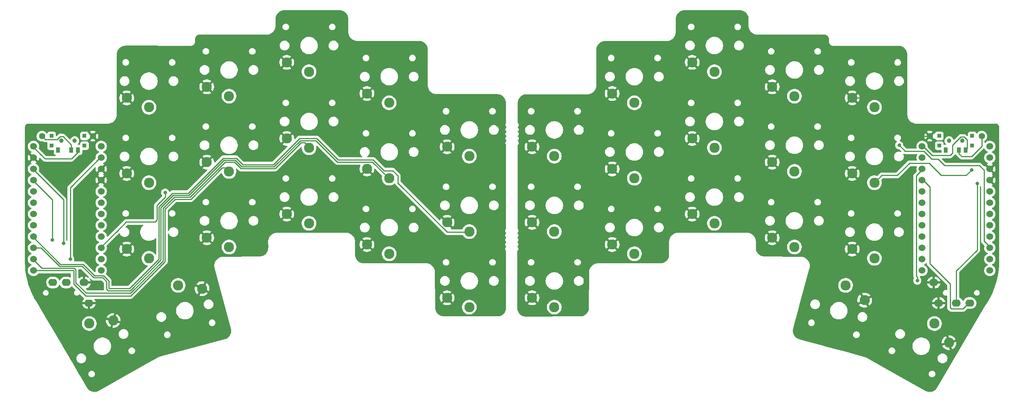
<source format=gbr>
%TF.GenerationSoftware,KiCad,Pcbnew,9.0.2*%
%TF.CreationDate,2025-05-16T23:43:09+01:00*%
%TF.ProjectId,my_sweepv2,6d795f73-7765-4657-9076-322e6b696361,rev?*%
%TF.SameCoordinates,Original*%
%TF.FileFunction,Copper,L2,Bot*%
%TF.FilePolarity,Positive*%
%FSLAX46Y46*%
G04 Gerber Fmt 4.6, Leading zero omitted, Abs format (unit mm)*
G04 Created by KiCad (PCBNEW 9.0.2) date 2025-05-16 23:43:09*
%MOMM*%
%LPD*%
G01*
G04 APERTURE LIST*
%TA.AperFunction,ComponentPad*%
%ADD10C,1.524000*%
%TD*%
%TA.AperFunction,ComponentPad*%
%ADD11O,2.000000X1.600000*%
%TD*%
%TA.AperFunction,ComponentPad*%
%ADD12C,2.282000*%
%TD*%
%TA.AperFunction,ComponentPad*%
%ADD13C,1.397000*%
%TD*%
%TA.AperFunction,WasherPad*%
%ADD14C,1.000000*%
%TD*%
%TA.AperFunction,SMDPad,CuDef*%
%ADD15R,0.900000X0.900000*%
%TD*%
%TA.AperFunction,SMDPad,CuDef*%
%ADD16R,0.900000X1.250000*%
%TD*%
%TA.AperFunction,ViaPad*%
%ADD17C,0.800000*%
%TD*%
%TA.AperFunction,Conductor*%
%ADD18C,0.250000*%
%TD*%
G04 APERTURE END LIST*
D10*
%TO.P,U1,1*%
%TO.N,Switch10*%
X237789400Y-53086000D03*
%TO.P,U1,2*%
%TO.N,Switch18*%
X237789400Y-55626000D03*
%TO.P,U1,3*%
%TO.N,gnd*%
X237789400Y-58166000D03*
%TO.P,U1,4*%
X237789400Y-60706000D03*
%TO.P,U1,5*%
%TO.N,Switch11*%
X237789400Y-63246000D03*
%TO.P,U1,6*%
%TO.N,Switch12*%
X237789400Y-65786000D03*
%TO.P,U1,7*%
%TO.N,Switch13*%
X237789400Y-68326000D03*
%TO.P,U1,8*%
%TO.N,Switch14*%
X237789400Y-70866000D03*
%TO.P,U1,9*%
%TO.N,Switch15*%
X237789400Y-73406000D03*
%TO.P,U1,10*%
%TO.N,Switch1*%
X237789400Y-75946000D03*
%TO.P,U1,11*%
%TO.N,Switch16*%
X237789400Y-78486000D03*
%TO.P,U1,12*%
%TO.N,Switch17*%
X237789400Y-81026000D03*
%TO.P,U1,13*%
%TO.N,Switch9*%
X222569400Y-81026000D03*
%TO.P,U1,14*%
%TO.N,Switch8*%
X222569400Y-78486000D03*
%TO.P,U1,15*%
%TO.N,Switch7*%
X222569400Y-75946000D03*
%TO.P,U1,16*%
%TO.N,Switch6*%
X222569400Y-73406000D03*
%TO.P,U1,17*%
%TO.N,Switch2*%
X222569400Y-70866000D03*
%TO.P,U1,18*%
%TO.N,Switch3*%
X222569400Y-68326000D03*
%TO.P,U1,19*%
%TO.N,Switch4*%
X222569400Y-65786000D03*
%TO.P,U1,20*%
%TO.N,Switch5*%
X222569400Y-63246000D03*
%TO.P,U1,21*%
%TO.N,vcc*%
X222569400Y-60706000D03*
%TO.P,U1,22*%
%TO.N,reset*%
X222569400Y-58166000D03*
%TO.P,U1,23*%
%TO.N,gnd*%
X222569400Y-55626000D03*
%TO.P,U1,24*%
%TO.N,raw*%
X222569400Y-53086000D03*
%TD*%
D11*
%TO.P,J2,R1*%
%TO.N,Switch18*%
X230274000Y-88352000D03*
%TO.P,J2,R2*%
%TO.N,vcc*%
X233274000Y-88352000D03*
%TO.P,J2,S*%
%TO.N,gnd*%
X225174000Y-83752000D03*
%TO.P,J2,T*%
X226274000Y-88352000D03*
%TD*%
D12*
%TO.P,SW16,1*%
%TO.N,Switch13*%
X175856000Y-70416000D03*
%TO.P,SW16,2*%
%TO.N,gnd*%
X170856000Y-68316000D03*
%TD*%
%TO.P,SW20,1*%
%TO.N,Switch17*%
X225336000Y-92972450D03*
%TO.P,SW20,2*%
%TO.N,gnd*%
X228616127Y-97291103D03*
%TD*%
%TO.P,SW15,1*%
%TO.N,Switch12*%
X157856000Y-77274000D03*
%TO.P,SW15,2*%
%TO.N,gnd*%
X152856000Y-75174000D03*
%TD*%
%TO.P,SW21,1*%
%TO.N,Switch16*%
X205353032Y-84383038D03*
%TO.P,SW21,2*%
%TO.N,gnd*%
X209639142Y-87705577D03*
%TD*%
%TO.P,SW17,1*%
%TO.N,Switch14*%
X193856000Y-75750000D03*
%TO.P,SW17,2*%
%TO.N,gnd*%
X188856000Y-73650000D03*
%TD*%
%TO.P,SW18,1*%
%TO.N,Switch15*%
X211836000Y-78290000D03*
%TO.P,SW18,2*%
%TO.N,gnd*%
X206836000Y-76190000D03*
%TD*%
%TO.P,SW4,1*%
%TO.N,Switch3*%
X175856000Y-36282000D03*
%TO.P,SW4,2*%
%TO.N,gnd*%
X170856000Y-34182000D03*
%TD*%
%TO.P,SW3,1*%
%TO.N,Switch2*%
X157856000Y-43282000D03*
%TO.P,SW3,2*%
%TO.N,gnd*%
X152856000Y-41182000D03*
%TD*%
%TO.P,SW9,1*%
%TO.N,Switch7*%
X157856000Y-60256000D03*
%TO.P,SW9,2*%
%TO.N,gnd*%
X152856000Y-58156000D03*
%TD*%
%TO.P,SW14,1*%
%TO.N,Switch11*%
X139856000Y-89282000D03*
%TO.P,SW14,2*%
%TO.N,gnd*%
X134856000Y-87182000D03*
%TD*%
%TO.P,SW12,1*%
%TO.N,Switch10*%
X211836000Y-61272000D03*
%TO.P,SW12,2*%
%TO.N,gnd*%
X206836000Y-59172000D03*
%TD*%
%TO.P,SW11,1*%
%TO.N,Switch9*%
X193856000Y-58732000D03*
%TO.P,SW11,2*%
%TO.N,gnd*%
X188856000Y-56632000D03*
%TD*%
%TO.P,SW8,1*%
%TO.N,Switch6*%
X139856000Y-72282000D03*
%TO.P,SW8,2*%
%TO.N,gnd*%
X134856000Y-70182000D03*
%TD*%
%TO.P,SW6,1*%
%TO.N,Switch5*%
X211856000Y-44282000D03*
%TO.P,SW6,2*%
%TO.N,gnd*%
X206856000Y-42182000D03*
%TD*%
%TO.P,SW5,1*%
%TO.N,Switch4*%
X193856000Y-41782000D03*
%TO.P,SW5,2*%
%TO.N,gnd*%
X188856000Y-39682000D03*
%TD*%
%TO.P,SW2,1*%
%TO.N,Switch1*%
X139856000Y-55282000D03*
%TO.P,SW2,2*%
%TO.N,gnd*%
X134856000Y-53182000D03*
%TD*%
%TO.P,SW10,1*%
%TO.N,Switch8*%
X175856000Y-53398000D03*
%TO.P,SW10,2*%
%TO.N,gnd*%
X170856000Y-51298000D03*
%TD*%
D13*
%TO.P,B+,1*%
%TO.N,BT+_r*%
X235966000Y-50800000D03*
%TD*%
%TO.P,B-,1*%
%TO.N,gnd*%
X224282000Y-50800000D03*
%TD*%
D10*
%TO.P,U2,1*%
%TO.N,Switch10_r*%
X37937400Y-53086000D03*
%TO.P,U2,2*%
%TO.N,Switch18_r*%
X37937400Y-55626000D03*
%TO.P,U2,3*%
%TO.N,gnd*%
X37937400Y-58166000D03*
%TO.P,U2,4*%
X37937400Y-60706000D03*
%TO.P,U2,5*%
%TO.N,Switch11_r*%
X37937400Y-63246000D03*
%TO.P,U2,6*%
%TO.N,Switch12_r*%
X37937400Y-65786000D03*
%TO.P,U2,7*%
%TO.N,Switch13_r*%
X37937400Y-68326000D03*
%TO.P,U2,8*%
%TO.N,Switch14_r*%
X37937400Y-70866000D03*
%TO.P,U2,9*%
%TO.N,Switch15_r*%
X37937400Y-73406000D03*
%TO.P,U2,10*%
%TO.N,Switch1_r*%
X37937400Y-75946000D03*
%TO.P,U2,11*%
%TO.N,Switch16_r*%
X37937400Y-78486000D03*
%TO.P,U2,12*%
%TO.N,Switch17_r*%
X37937400Y-81026000D03*
%TO.P,U2,13*%
%TO.N,Switch9_r*%
X22717400Y-81026000D03*
%TO.P,U2,14*%
%TO.N,Switch8_r*%
X22717400Y-78486000D03*
%TO.P,U2,15*%
%TO.N,Switch7_r*%
X22717400Y-75946000D03*
%TO.P,U2,16*%
%TO.N,Switch6_r*%
X22717400Y-73406000D03*
%TO.P,U2,17*%
%TO.N,Switch2_r*%
X22717400Y-70866000D03*
%TO.P,U2,18*%
%TO.N,Switch3_r*%
X22717400Y-68326000D03*
%TO.P,U2,19*%
%TO.N,Switch4_r*%
X22717400Y-65786000D03*
%TO.P,U2,20*%
%TO.N,Switch5_r*%
X22717400Y-63246000D03*
%TO.P,U2,21*%
%TO.N,vcc*%
X22717400Y-60706000D03*
%TO.P,U2,22*%
%TO.N,reset_r*%
X22717400Y-58166000D03*
%TO.P,U2,23*%
%TO.N,gnd*%
X22717400Y-55626000D03*
%TO.P,U2,24*%
%TO.N,raw*%
X22717400Y-53086000D03*
%TD*%
D11*
%TO.P,J1,R1*%
%TO.N,Switch18_r*%
X30076000Y-83752000D03*
%TO.P,J1,R2*%
%TO.N,vcc*%
X27076000Y-83752000D03*
%TO.P,J1,S*%
%TO.N,gnd*%
X35176000Y-88352000D03*
%TO.P,J1,T*%
X34076000Y-83752000D03*
%TD*%
D12*
%TO.P,SW17_r1,1*%
%TO.N,Switch15_r*%
X48686000Y-78290000D03*
%TO.P,SW17_r1,2*%
%TO.N,gnd*%
X43686000Y-76190000D03*
%TD*%
%TO.P,SW11_r1,1*%
%TO.N,Switch9_r*%
X66700000Y-58732000D03*
%TO.P,SW11_r1,2*%
%TO.N,gnd*%
X61700000Y-56632000D03*
%TD*%
%TO.P,SW15_r1,1*%
%TO.N,Switch13_r*%
X84688000Y-70416000D03*
%TO.P,SW15_r1,2*%
%TO.N,gnd*%
X79688000Y-68316000D03*
%TD*%
%TO.P,SW18_r1,1*%
%TO.N,Switch12_r*%
X102714000Y-77274000D03*
%TO.P,SW18_r1,2*%
%TO.N,gnd*%
X97714000Y-75174000D03*
%TD*%
%TO.P,SW6_r1,1*%
%TO.N,Switch5_r*%
X48686000Y-44282000D03*
%TO.P,SW6_r1,2*%
%TO.N,gnd*%
X43686000Y-42182000D03*
%TD*%
%TO.P,SW5_r1,1*%
%TO.N,Switch4_r*%
X66700000Y-41782000D03*
%TO.P,SW5_r1,2*%
%TO.N,gnd*%
X61700000Y-39682000D03*
%TD*%
%TO.P,SW2_r1,1*%
%TO.N,Switch1_r*%
X120732000Y-55282000D03*
%TO.P,SW2_r1,2*%
%TO.N,gnd*%
X115732000Y-53182000D03*
%TD*%
%TO.P,SW16_r1,1*%
%TO.N,Switch14_r*%
X66700000Y-75750000D03*
%TO.P,SW16_r1,2*%
%TO.N,gnd*%
X61700000Y-73650000D03*
%TD*%
%TO.P,SW4_r1,1*%
%TO.N,Switch3_r*%
X84688000Y-36282000D03*
%TO.P,SW4_r1,2*%
%TO.N,gnd*%
X79688000Y-34182000D03*
%TD*%
%TO.P,SW13_r1,1*%
%TO.N,Switch11_r*%
X120732000Y-89282000D03*
%TO.P,SW13_r1,2*%
%TO.N,gnd*%
X115732000Y-87182000D03*
%TD*%
%TO.P,SW12_r1,1*%
%TO.N,Switch10_r*%
X48686000Y-61272000D03*
%TO.P,SW12_r1,2*%
%TO.N,gnd*%
X43686000Y-59172000D03*
%TD*%
%TO.P,SW3_r1,1*%
%TO.N,Switch2_r*%
X102714000Y-43282000D03*
%TO.P,SW3_r1,2*%
%TO.N,gnd*%
X97714000Y-41182000D03*
%TD*%
%TO.P,SW8_r1,1*%
%TO.N,Switch7_r*%
X102714000Y-60256000D03*
%TO.P,SW8_r1,2*%
%TO.N,gnd*%
X97714000Y-58156000D03*
%TD*%
%TO.P,SW21_r1,1*%
%TO.N,Switch16_r*%
X55250968Y-84383038D03*
%TO.P,SW21_r1,2*%
%TO.N,gnd*%
X60624117Y-85117387D03*
%TD*%
%TO.P,SW9_r1,1*%
%TO.N,Switch8_r*%
X84688000Y-53398000D03*
%TO.P,SW9_r1,2*%
%TO.N,gnd*%
X79688000Y-51298000D03*
%TD*%
%TO.P,SW20_r1,1*%
%TO.N,Switch17_r*%
X35268000Y-92972450D03*
%TO.P,SW20_r1,2*%
%TO.N,gnd*%
X40648127Y-92291103D03*
%TD*%
%TO.P,SW7_r1,1*%
%TO.N,Switch6_r*%
X120732000Y-72282000D03*
%TO.P,SW7_r1,2*%
%TO.N,gnd*%
X115732000Y-70182000D03*
%TD*%
D13*
%TO.P,B-,1*%
%TO.N,gnd*%
X36068000Y-50800000D03*
%TD*%
%TO.P,B+,1*%
%TO.N,BT+*%
X24638000Y-50800000D03*
%TD*%
D14*
%TO.P,POWER SW,*%
%TO.N,*%
X231624000Y-51816000D03*
X228624000Y-51816000D03*
D15*
%TO.P,POWER SW,0*%
%TO.N,N/C*%
X233824000Y-52916000D03*
X233824000Y-50716000D03*
X226424000Y-52916000D03*
X226424000Y-50716000D03*
D16*
%TO.P,POWER SW,1*%
%TO.N,Net-(SW_POWERR1-Pad1)*%
X227874000Y-53891000D03*
%TO.P,POWER SW,2*%
%TO.N,BT+_r*%
X230874000Y-53891000D03*
%TO.P,POWER SW,3*%
%TO.N,raw*%
X232374000Y-53891000D03*
%TD*%
D14*
%TO.P,POWER SW,*%
%TO.N,*%
X31980000Y-51816000D03*
X28980000Y-51816000D03*
D15*
%TO.P,POWER SW,0*%
%TO.N,N/C*%
X34180000Y-52916000D03*
X34180000Y-50716000D03*
X26780000Y-52916000D03*
X26780000Y-50716000D03*
D16*
%TO.P,POWER SW,1*%
%TO.N,Net-(SW_POWER1-Pad1)*%
X28230000Y-53891000D03*
%TO.P,POWER SW,2*%
%TO.N,BT+*%
X31230000Y-53891000D03*
%TO.P,POWER SW,3*%
%TO.N,raw*%
X32730000Y-53891000D03*
%TD*%
D17*
%TO.N,vcc*%
X26924000Y-74168000D03*
%TO.N,Switch18*%
X234950000Y-61468000D03*
%TO.N,reset*%
X221488000Y-83312000D03*
%TO.N,Switch1*%
X217424000Y-52832000D03*
%TO.N,Switch10*%
X233680000Y-58420000D03*
%TO.N,Switch18_r*%
X30988000Y-78486000D03*
%TO.N,reset_r*%
X29464000Y-74930000D03*
%TO.N,Switch1_r*%
X52324000Y-63500000D03*
%TD*%
D18*
%TO.N,BT+*%
X25360999Y-51522999D02*
X28051999Y-51522999D01*
X24638000Y-50800000D02*
X25360999Y-51522999D01*
X29046501Y-50890501D02*
X29373499Y-50890501D01*
X28738499Y-50836499D02*
X28992499Y-50836499D01*
X31230000Y-52747002D02*
X31230000Y-53891000D01*
X28051999Y-51522999D02*
X28738499Y-50836499D01*
X29373499Y-50890501D02*
X31230000Y-52747002D01*
X28992499Y-50836499D02*
X29046501Y-50890501D01*
%TO.N,gnd*%
X213159159Y-42182000D02*
X206856000Y-42182000D01*
X221777159Y-50800000D02*
X213159159Y-42182000D01*
X226254000Y-88332000D02*
X226274000Y-88352000D01*
X226244000Y-88322000D02*
X226274000Y-88352000D01*
X224282000Y-50800000D02*
X221777159Y-50800000D01*
%TO.N,vcc*%
X233254000Y-88332000D02*
X233274000Y-88352000D01*
X26924000Y-65112600D02*
X26924000Y-74168000D01*
X22517400Y-60706000D02*
X26924000Y-65112600D01*
X224282000Y-62218600D02*
X224282000Y-79502000D01*
X229108000Y-89662000D02*
X231764000Y-89662000D01*
X222769400Y-60706000D02*
X224282000Y-62218600D01*
X231764000Y-89662000D02*
X233274000Y-88152000D01*
X228854000Y-84074000D02*
X228854000Y-89408000D01*
X228854000Y-89408000D02*
X229108000Y-89662000D01*
X224282000Y-79502000D02*
X228854000Y-84074000D01*
%TO.N,Switch18*%
X230274000Y-81130000D02*
X234950000Y-76454000D01*
X230274000Y-88152000D02*
X230274000Y-81130000D01*
X234950000Y-76454000D02*
X234950000Y-61468000D01*
%TO.N,reset*%
X221488000Y-82550000D02*
X221234000Y-82296000D01*
X221488000Y-83312000D02*
X221488000Y-82550000D01*
X221234000Y-59701400D02*
X221234000Y-82296000D01*
X222769400Y-58166000D02*
X221234000Y-59701400D01*
%TO.N,Switch1*%
X237989400Y-75946000D02*
X236469700Y-74426300D01*
X236469700Y-58424300D02*
X235445100Y-57399700D01*
X236469700Y-74426300D02*
X236469700Y-58424300D01*
X224711081Y-55958919D02*
X222925163Y-54173001D01*
X218765001Y-54173001D02*
X217424000Y-52832000D01*
X235445100Y-57399700D02*
X227579700Y-57399700D01*
X227579700Y-57399700D02*
X226138919Y-55958919D01*
X226138919Y-55958919D02*
X224711081Y-55958919D01*
X222925163Y-54173001D02*
X218765001Y-54173001D01*
%TO.N,Switch10*%
X232481001Y-59618999D02*
X233680000Y-58420000D01*
X211836000Y-61272000D02*
X213489001Y-59618999D01*
X219710000Y-56896000D02*
X224170002Y-56896000D01*
X216987001Y-59618999D02*
X219710000Y-56896000D01*
X226893001Y-59618999D02*
X232481001Y-59618999D01*
X224170002Y-56896000D02*
X226893001Y-59618999D01*
X213489001Y-59618999D02*
X216987001Y-59618999D01*
%TO.N,raw*%
X232664000Y-51634998D02*
X232020001Y-50990999D01*
X229374499Y-54597501D02*
X228854000Y-55118000D01*
X232020001Y-50990999D02*
X231227999Y-50990999D01*
X232664000Y-53601000D02*
X232664000Y-51634998D01*
X229374499Y-52844499D02*
X229374499Y-54597501D01*
X226568000Y-55118000D02*
X224801400Y-55118000D01*
X224801400Y-55118000D02*
X222769400Y-53086000D01*
X232374000Y-53891000D02*
X232664000Y-53601000D01*
X231227999Y-50990999D02*
X229374499Y-52844499D01*
X228854000Y-55118000D02*
X226568000Y-55118000D01*
X22517400Y-53086000D02*
X24339700Y-54908300D01*
X25311400Y-55880000D02*
X26924000Y-55880000D01*
X32730000Y-54392000D02*
X32730000Y-53891000D01*
X31242000Y-55880000D02*
X32730000Y-54392000D01*
X24339700Y-54908300D02*
X25311400Y-55880000D01*
X26924000Y-55880000D02*
X31242000Y-55880000D01*
%TO.N,BT+_r*%
X230874000Y-54766000D02*
X230874000Y-53891000D01*
X235966000Y-53086000D02*
X233680000Y-55372000D01*
X233680000Y-55372000D02*
X231480000Y-55372000D01*
X235966000Y-50800000D02*
X235966000Y-53086000D01*
X230874000Y-54766000D02*
X231480000Y-55372000D01*
%TO.N,Switch18_r*%
X30988000Y-62375400D02*
X30988000Y-78486000D01*
X37737400Y-55626000D02*
X30988000Y-62375400D01*
%TO.N,reset_r*%
X29464000Y-65112600D02*
X29464000Y-74930000D01*
X22517400Y-58166000D02*
X29464000Y-65112600D01*
%TO.N,Switch9_r*%
X54545018Y-64965520D02*
X58097479Y-64965520D01*
X31750000Y-84064390D02*
X34462611Y-86777001D01*
X52278362Y-79039638D02*
X52278362Y-67232176D01*
X44540999Y-86777001D02*
X52278362Y-79039638D01*
X22517400Y-81026000D02*
X31750000Y-81026000D01*
X65151000Y-57912000D02*
X65882000Y-57912000D01*
X58097479Y-64965520D02*
X65151000Y-57912000D01*
X65882000Y-57912000D02*
X66702000Y-58732000D01*
X52278362Y-67232176D02*
X54545018Y-64965520D01*
X34462611Y-86777001D02*
X44540999Y-86777001D01*
X31750000Y-81026000D02*
X31750000Y-84064390D01*
%TO.N,Switch1_r*%
X50478324Y-69663676D02*
X50478324Y-66361676D01*
X43688000Y-70104000D02*
X50038000Y-70104000D01*
X50038000Y-70104000D02*
X50478324Y-69663676D01*
X52324000Y-64516000D02*
X52324000Y-63500000D01*
X41601700Y-72081700D02*
X37737400Y-75946000D01*
X50478324Y-66361676D02*
X52324000Y-64516000D01*
X43579400Y-70104000D02*
X41601700Y-72081700D01*
X43688000Y-70104000D02*
X43579400Y-70104000D01*
%TO.N,Switch6_r*%
X101543410Y-58547000D02*
X99130410Y-56134000D01*
X39624000Y-83367766D02*
X38453117Y-82196883D01*
X115765318Y-72390000D02*
X104618659Y-61243341D01*
X39624000Y-85090000D02*
X39624000Y-83367766D01*
X69761299Y-57188299D02*
X68326000Y-55753000D01*
X33855237Y-79631003D02*
X28742401Y-79631001D01*
X50928334Y-78482512D02*
X44320846Y-85090000D01*
X104648000Y-59690000D02*
X103505000Y-58547000D01*
X120650000Y-72390000D02*
X115765318Y-72390000D01*
X104648000Y-61214000D02*
X104648000Y-59690000D01*
X38453117Y-82196883D02*
X36421117Y-82196883D01*
X28742401Y-79631001D02*
X22517400Y-73406000D01*
X57538886Y-63616960D02*
X53985040Y-63616960D01*
X82550000Y-51308000D02*
X76669701Y-57188299D01*
X68326000Y-55753000D02*
X65402846Y-55753000D01*
X65402846Y-55753000D02*
X57538886Y-63616960D01*
X91250205Y-56134000D02*
X86424205Y-51308000D01*
X86424205Y-51308000D02*
X82550000Y-51308000D01*
X44320846Y-85090000D02*
X39624000Y-85090000D01*
X104618659Y-61243341D02*
X104648000Y-61214000D01*
X53985040Y-63616960D02*
X50928334Y-66673666D01*
X99130410Y-56134000D02*
X91250205Y-56134000D01*
X50928334Y-66673666D02*
X50928334Y-78482512D01*
X103505000Y-58547000D02*
X101543410Y-58547000D01*
X36421117Y-82196883D02*
X33855237Y-79631003D01*
X76669701Y-57188299D02*
X69761299Y-57188299D01*
%TO.N,Switch7_r*%
X91064007Y-56583520D02*
X86238007Y-51757520D01*
X44448564Y-85598000D02*
X51378343Y-78668221D01*
X24420990Y-75946000D02*
X28556001Y-80081011D01*
X28556001Y-80081011D02*
X33668836Y-80081012D01*
X22517400Y-75946000D02*
X24420990Y-75946000D01*
X65589044Y-56202520D02*
X68139802Y-56202520D01*
X102616000Y-60256000D02*
X98943520Y-56583520D01*
X82736890Y-51757520D02*
X77090410Y-57404000D01*
X69575591Y-57638309D02*
X76856101Y-57638309D01*
X98943520Y-56583520D02*
X91064007Y-56583520D01*
X38266717Y-82646893D02*
X39173990Y-83554166D01*
X39495590Y-85598000D02*
X44448564Y-85598000D01*
X86238007Y-51757520D02*
X82736890Y-51757520D01*
X39173990Y-83554166D02*
X39173990Y-85276400D01*
X57725084Y-64066480D02*
X65589044Y-56202520D01*
X39173990Y-85276400D02*
X39495590Y-85598000D01*
X51378343Y-66860067D02*
X54171930Y-64066480D01*
X51378343Y-78668221D02*
X51378343Y-66860067D01*
X68139802Y-56202520D02*
X69575591Y-57638309D01*
X36234717Y-82646893D02*
X38266717Y-82646893D01*
X33668836Y-80081012D02*
X36234717Y-82646893D01*
X54171930Y-64066480D02*
X57725084Y-64066480D01*
X76856101Y-57638309D02*
X77280205Y-57214205D01*
%TO.N,Switch8_r*%
X32200010Y-83877990D02*
X32315990Y-83877990D01*
X51828352Y-67046468D02*
X54358820Y-64516000D01*
X32315990Y-83877990D02*
X34544001Y-86105999D01*
X22517400Y-78486000D02*
X24562421Y-80531021D01*
X24562421Y-80531021D02*
X31891431Y-80531021D01*
X54358820Y-64516000D02*
X57911282Y-64516000D01*
X31891431Y-80531021D02*
X32200010Y-80839600D01*
X67953604Y-56652040D02*
X69389883Y-58088319D01*
X44576283Y-86105999D02*
X51828352Y-78853930D01*
X51828352Y-78853930D02*
X51828352Y-67046468D01*
X65775242Y-56652040D02*
X67953604Y-56652040D01*
X77042501Y-58088319D02*
X81732820Y-53398000D01*
X57911282Y-64516000D02*
X65775242Y-56652040D01*
X81732820Y-53398000D02*
X82923780Y-52207040D01*
X82923780Y-52207040D02*
X83645040Y-52207040D01*
X32200010Y-80839600D02*
X32200010Y-83877990D01*
X69389883Y-58088319D02*
X77042501Y-58088319D01*
X83645040Y-52207040D02*
X84836000Y-53398000D01*
X34544001Y-86105999D02*
X44576283Y-86105999D01*
%TD*%
%TA.AperFunction,Conductor*%
%TO.N,gnd*%
G36*
X236542218Y-53509851D02*
G01*
X236599054Y-53552398D01*
X236610453Y-53570704D01*
X236611979Y-53573698D01*
X236611981Y-53573703D01*
X236628371Y-53605870D01*
X236702772Y-53751889D01*
X236739057Y-53801830D01*
X236820317Y-53913675D01*
X236820319Y-53913677D01*
X236820321Y-53913680D01*
X236961719Y-54055078D01*
X236961722Y-54055080D01*
X236961725Y-54055083D01*
X237123513Y-54172629D01*
X237263062Y-54243733D01*
X237314677Y-54292482D01*
X237331743Y-54361397D01*
X237308842Y-54428598D01*
X237263062Y-54468266D01*
X237230628Y-54484793D01*
X237123510Y-54539372D01*
X236961722Y-54656919D01*
X236961719Y-54656921D01*
X236820321Y-54798319D01*
X236820319Y-54798322D01*
X236702772Y-54960109D01*
X236611982Y-55138295D01*
X236611979Y-55138301D01*
X236550185Y-55328484D01*
X236550184Y-55328489D01*
X236550184Y-55328490D01*
X236518900Y-55526009D01*
X236518900Y-55725991D01*
X236540770Y-55864071D01*
X236550185Y-55923515D01*
X236604122Y-56089516D01*
X236611981Y-56113703D01*
X236655679Y-56199464D01*
X236702772Y-56291890D01*
X236783083Y-56402428D01*
X236820317Y-56453675D01*
X236820319Y-56453677D01*
X236820321Y-56453680D01*
X236961719Y-56595078D01*
X236961722Y-56595080D01*
X236961725Y-56595083D01*
X237123513Y-56712629D01*
X237263615Y-56784015D01*
X237315228Y-56832761D01*
X237332294Y-56901676D01*
X237309393Y-56968878D01*
X237263614Y-57008546D01*
X237123781Y-57079795D01*
X237123775Y-57079799D01*
X237088232Y-57105622D01*
X237088232Y-57105623D01*
X237742209Y-57759600D01*
X237735896Y-57759600D01*
X237632535Y-57787295D01*
X237539864Y-57840799D01*
X237464199Y-57916464D01*
X237410695Y-58009135D01*
X237383000Y-58112496D01*
X237383000Y-58118810D01*
X236729022Y-57464832D01*
X236703199Y-57500375D01*
X236703198Y-57500377D01*
X236693657Y-57519102D01*
X236644907Y-57570716D01*
X236575992Y-57587781D01*
X236508791Y-57564879D01*
X236492296Y-57550992D01*
X235848935Y-56907631D01*
X235848933Y-56907629D01*
X235745175Y-56838300D01*
X235629885Y-56790545D01*
X235556186Y-56775885D01*
X235507496Y-56766200D01*
X235507494Y-56766200D01*
X227894294Y-56766200D01*
X227826173Y-56746198D01*
X227805199Y-56729295D01*
X227042499Y-55966595D01*
X227008473Y-55904283D01*
X227013538Y-55833468D01*
X227056085Y-55776632D01*
X227122605Y-55751821D01*
X227131594Y-55751500D01*
X228916393Y-55751500D01*
X228916394Y-55751500D01*
X229038785Y-55727155D01*
X229154075Y-55679400D01*
X229257833Y-55610071D01*
X229866571Y-55001334D01*
X229911827Y-54933602D01*
X229916001Y-54930114D01*
X229918057Y-54925075D01*
X229942958Y-54907585D01*
X229966302Y-54888077D01*
X229971701Y-54887398D01*
X229976156Y-54884270D01*
X230006555Y-54883020D01*
X230036745Y-54879228D01*
X230043109Y-54881517D01*
X230047093Y-54881354D01*
X230060942Y-54887934D01*
X230080300Y-54894899D01*
X230086420Y-54898485D01*
X230177796Y-54966889D01*
X230247497Y-54992886D01*
X230256929Y-54998414D01*
X230274070Y-55016627D01*
X230294089Y-55031613D01*
X230303149Y-55047523D01*
X230305587Y-55050114D01*
X230306053Y-55052624D01*
X230309629Y-55058903D01*
X230312599Y-55066073D01*
X230312600Y-55066075D01*
X230381929Y-55169833D01*
X230987929Y-55775833D01*
X231076167Y-55864071D01*
X231179925Y-55933400D01*
X231295215Y-55981155D01*
X231417606Y-56005500D01*
X231417607Y-56005500D01*
X233742393Y-56005500D01*
X233742394Y-56005500D01*
X233864785Y-55981155D01*
X233980075Y-55933400D01*
X234083833Y-55864071D01*
X236409093Y-53538810D01*
X236471403Y-53504787D01*
X236542218Y-53509851D01*
G37*
%TD.AperFunction*%
%TA.AperFunction,Conductor*%
G36*
X181566416Y-22432136D02*
G01*
X181812003Y-22448245D01*
X181828333Y-22450397D01*
X182065655Y-22497644D01*
X182081573Y-22501912D01*
X182310703Y-22579759D01*
X182325909Y-22586064D01*
X182542897Y-22693173D01*
X182557166Y-22701419D01*
X182741597Y-22824781D01*
X182758285Y-22835943D01*
X182771365Y-22845991D01*
X182953195Y-23005641D01*
X182964848Y-23017308D01*
X183124267Y-23199346D01*
X183134296Y-23212438D01*
X183268558Y-23413730D01*
X183276793Y-23428021D01*
X183383614Y-23645131D01*
X183389911Y-23660376D01*
X183464863Y-23881920D01*
X183467451Y-23889568D01*
X183471704Y-23905507D01*
X183518642Y-24142886D01*
X183520775Y-24159241D01*
X183536559Y-24404703D01*
X183536819Y-24412939D01*
X183536789Y-24438040D01*
X183536815Y-24438203D01*
X183535557Y-25410015D01*
X183534928Y-25896933D01*
X183534875Y-25937711D01*
X183534881Y-25937743D01*
X183534762Y-26034958D01*
X183534762Y-26034964D01*
X183567091Y-26282772D01*
X183569144Y-26298508D01*
X183637665Y-26555305D01*
X183637666Y-26555309D01*
X183637668Y-26555314D01*
X183637668Y-26555316D01*
X183739141Y-26800934D01*
X183739145Y-26800943D01*
X183739148Y-26800949D01*
X183739151Y-26800955D01*
X183739153Y-26800958D01*
X183871847Y-27031214D01*
X183871854Y-27031224D01*
X183871856Y-27031227D01*
X184033512Y-27242194D01*
X184221345Y-27430232D01*
X184432136Y-27592118D01*
X184662270Y-27725076D01*
X184907803Y-27826827D01*
X184907807Y-27826828D01*
X184907816Y-27826831D01*
X185105265Y-27879745D01*
X185164525Y-27895626D01*
X185281624Y-27911032D01*
X185428033Y-27930295D01*
X185428035Y-27930294D01*
X185428036Y-27930295D01*
X185550363Y-27930277D01*
X185550364Y-27930278D01*
X185557629Y-27930276D01*
X185560926Y-27930276D01*
X185568103Y-27930274D01*
X200633946Y-27927104D01*
X200644836Y-27927573D01*
X200796395Y-27940695D01*
X200817852Y-27944443D01*
X200959602Y-27982078D01*
X200980091Y-27989466D01*
X201113245Y-28050963D01*
X201132146Y-28061766D01*
X201210270Y-28115883D01*
X201252705Y-28145278D01*
X201269477Y-28159188D01*
X201373838Y-28262214D01*
X201387962Y-28278805D01*
X201473017Y-28398275D01*
X201484073Y-28417053D01*
X201547270Y-28549387D01*
X201554925Y-28569787D01*
X201594380Y-28711035D01*
X201598405Y-28732450D01*
X201613423Y-28883287D01*
X201614041Y-28895066D01*
X201617358Y-29488611D01*
X201617352Y-29488611D01*
X201617360Y-29488655D01*
X201617645Y-29542703D01*
X201617647Y-29542716D01*
X201649646Y-29718920D01*
X201711707Y-29886913D01*
X201711711Y-29886922D01*
X201801949Y-30041610D01*
X201801951Y-30041612D01*
X201917643Y-30178322D01*
X202055281Y-30292908D01*
X202152374Y-30348504D01*
X202210694Y-30381899D01*
X202210695Y-30381899D01*
X202210698Y-30381901D01*
X202379188Y-30442607D01*
X202555651Y-30473187D01*
X202637652Y-30472958D01*
X217254383Y-30434511D01*
X217262565Y-30434758D01*
X217508385Y-30450244D01*
X217524752Y-30452358D01*
X217762316Y-30499035D01*
X217778253Y-30503267D01*
X218007684Y-30580597D01*
X218022933Y-30586877D01*
X218240285Y-30693533D01*
X218254584Y-30701753D01*
X218280838Y-30719228D01*
X218456124Y-30835902D01*
X218469236Y-30845928D01*
X218651508Y-31005267D01*
X218663196Y-31016921D01*
X218823078Y-31198720D01*
X218833143Y-31211801D01*
X218967886Y-31412933D01*
X218976155Y-31427218D01*
X219083455Y-31644247D01*
X219089785Y-31659491D01*
X219167793Y-31888677D01*
X219172076Y-31904617D01*
X219219455Y-32142024D01*
X219221619Y-32158387D01*
X219237885Y-32404905D01*
X219238158Y-32413152D01*
X219243455Y-45922823D01*
X219243452Y-45923798D01*
X219242763Y-46017479D01*
X219242481Y-46055861D01*
X219275453Y-46320680D01*
X219275454Y-46320684D01*
X219275455Y-46320691D01*
X219342873Y-46578879D01*
X219342876Y-46578888D01*
X219443583Y-46826011D01*
X219443589Y-46826023D01*
X219575841Y-47057799D01*
X219633155Y-47133180D01*
X219737364Y-47270238D01*
X219925353Y-47459650D01*
X220136563Y-47622765D01*
X220367345Y-47756767D01*
X220393384Y-47767608D01*
X220613702Y-47859335D01*
X220613704Y-47859335D01*
X220613710Y-47859338D01*
X220871401Y-47928706D01*
X221135965Y-47963673D01*
X221233779Y-47963690D01*
X221233841Y-47963702D01*
X221258834Y-47963698D01*
X221258835Y-47963699D01*
X239139975Y-47961073D01*
X239146307Y-47961073D01*
X239146308Y-47961074D01*
X239148422Y-47961073D01*
X239160738Y-47961677D01*
X239283605Y-47973761D01*
X239307832Y-47978577D01*
X239420013Y-48012592D01*
X239442836Y-48022043D01*
X239546220Y-48077289D01*
X239566758Y-48091008D01*
X239657388Y-48165373D01*
X239674851Y-48182834D01*
X239749222Y-48273443D01*
X239762947Y-48293981D01*
X239818212Y-48397361D01*
X239827666Y-48420183D01*
X239861698Y-48532356D01*
X239866518Y-48556583D01*
X239878612Y-48679347D01*
X239879219Y-48691585D01*
X239879219Y-48696154D01*
X239879223Y-48696158D01*
X239879246Y-48721167D01*
X239879232Y-48721213D01*
X239879246Y-48721282D01*
X239879246Y-65772934D01*
X239879190Y-65773225D01*
X239879246Y-65807489D01*
X239879246Y-65842843D01*
X239879303Y-65843132D01*
X239891244Y-73173473D01*
X239891244Y-73173924D01*
X239879250Y-79309227D01*
X239879191Y-79312826D01*
X239856045Y-80070998D01*
X239855739Y-80076731D01*
X239798159Y-80831988D01*
X239797593Y-80837702D01*
X239705659Y-81589601D01*
X239704832Y-81595283D01*
X239578746Y-82342166D01*
X239577662Y-82347804D01*
X239417673Y-83088211D01*
X239416332Y-83093794D01*
X239222790Y-83826094D01*
X239221197Y-83831611D01*
X238994483Y-84554369D01*
X238992640Y-84559807D01*
X238733244Y-85271462D01*
X238731156Y-85276810D01*
X238439593Y-85975945D01*
X238437262Y-85981193D01*
X238114174Y-86666270D01*
X238111608Y-86671406D01*
X237757613Y-87341114D01*
X237754814Y-87346127D01*
X237370714Y-87998948D01*
X237367691Y-88003829D01*
X236970120Y-88614112D01*
X236969999Y-88614297D01*
X236957654Y-88633174D01*
X236957069Y-88633327D01*
X236952852Y-88640516D01*
X236951158Y-88643108D01*
X236950992Y-88643249D01*
X236949687Y-88645307D01*
X236943196Y-88654791D01*
X236939579Y-88663152D01*
X225921315Y-107453855D01*
X225914437Y-107464350D01*
X225772114Y-107659562D01*
X225761443Y-107672332D01*
X225595967Y-107845690D01*
X225583707Y-107856943D01*
X225396816Y-108006992D01*
X225383180Y-108016530D01*
X225178167Y-108140628D01*
X225163393Y-108148287D01*
X224943801Y-108244291D01*
X224928147Y-108249936D01*
X224697813Y-108316165D01*
X224681552Y-108319697D01*
X224444510Y-108354994D01*
X224427924Y-108356353D01*
X224188291Y-108360103D01*
X224171671Y-108359264D01*
X223933636Y-108331403D01*
X223917271Y-108328381D01*
X223684983Y-108269393D01*
X223669160Y-108264241D01*
X223513462Y-108201899D01*
X223447214Y-108175373D01*
X223432434Y-108168308D01*
X223396723Y-108148287D01*
X216453895Y-104255846D01*
X224060853Y-104255846D01*
X224060853Y-104402767D01*
X224081324Y-104505681D01*
X224089513Y-104546849D01*
X224145733Y-104682576D01*
X224200268Y-104764194D01*
X224227351Y-104804726D01*
X224227356Y-104804732D01*
X224331227Y-104908603D01*
X224331233Y-104908608D01*
X224453384Y-104990227D01*
X224589111Y-105046447D01*
X224713174Y-105071124D01*
X224733192Y-105075106D01*
X224733195Y-105075106D01*
X224733198Y-105075107D01*
X224733199Y-105075107D01*
X224880107Y-105075107D01*
X224880108Y-105075107D01*
X225024195Y-105046447D01*
X225159922Y-104990227D01*
X225282073Y-104908608D01*
X225385954Y-104804727D01*
X225467573Y-104682576D01*
X225523793Y-104546849D01*
X225552453Y-104402762D01*
X225552453Y-104255852D01*
X225523793Y-104111765D01*
X225467573Y-103976038D01*
X225385954Y-103853887D01*
X225385949Y-103853881D01*
X225282078Y-103750010D01*
X225282072Y-103750005D01*
X225241540Y-103722922D01*
X225159922Y-103668387D01*
X225024195Y-103612167D01*
X224983027Y-103603978D01*
X224880113Y-103583507D01*
X224880108Y-103583507D01*
X224733198Y-103583507D01*
X224733192Y-103583507D01*
X224609694Y-103608072D01*
X224589111Y-103612167D01*
X224589108Y-103612167D01*
X224589105Y-103612169D01*
X224453384Y-103668387D01*
X224331233Y-103750005D01*
X224331227Y-103750010D01*
X224227356Y-103853881D01*
X224227351Y-103853887D01*
X224145733Y-103976038D01*
X224089515Y-104111759D01*
X224089513Y-104111766D01*
X224060853Y-104255846D01*
X216453895Y-104255846D01*
X210192274Y-100745318D01*
X226047740Y-100745318D01*
X226047740Y-100918682D01*
X226074860Y-101089912D01*
X226074861Y-101089917D01*
X226128430Y-101254786D01*
X226128432Y-101254791D01*
X226128433Y-101254792D01*
X226207140Y-101409263D01*
X226309040Y-101549516D01*
X226431623Y-101672099D01*
X226431626Y-101672101D01*
X226571880Y-101774002D01*
X226726349Y-101852708D01*
X226891222Y-101906278D01*
X226891223Y-101906278D01*
X226891228Y-101906280D01*
X227062458Y-101933400D01*
X227062461Y-101933400D01*
X227235819Y-101933400D01*
X227235822Y-101933400D01*
X227407052Y-101906280D01*
X227571931Y-101852708D01*
X227726400Y-101774002D01*
X227866654Y-101672101D01*
X227989241Y-101549514D01*
X228091142Y-101409260D01*
X228169848Y-101254791D01*
X228223420Y-101089912D01*
X228250540Y-100918682D01*
X228250540Y-100745318D01*
X228223420Y-100574088D01*
X228169848Y-100409209D01*
X228091142Y-100254740D01*
X227989241Y-100114486D01*
X227989239Y-100114483D01*
X227866656Y-99991900D01*
X227726403Y-99890000D01*
X227726402Y-99889999D01*
X227726400Y-99889998D01*
X227571931Y-99811292D01*
X227571928Y-99811291D01*
X227571926Y-99811290D01*
X227407055Y-99757721D01*
X227407059Y-99757721D01*
X227375181Y-99752672D01*
X227235822Y-99730600D01*
X227062458Y-99730600D01*
X226891228Y-99757720D01*
X226891222Y-99757721D01*
X226726353Y-99811290D01*
X226726347Y-99811293D01*
X226571876Y-99890000D01*
X226431623Y-99991900D01*
X226309040Y-100114483D01*
X226207140Y-100254736D01*
X226128433Y-100409207D01*
X226128430Y-100409213D01*
X226074861Y-100574082D01*
X226074860Y-100574087D01*
X226074860Y-100574088D01*
X226047740Y-100745318D01*
X210192274Y-100745318D01*
X210002051Y-100638671D01*
X210001760Y-100638507D01*
X209969690Y-100620410D01*
X209927977Y-100596871D01*
X209878309Y-100574082D01*
X209774226Y-100526326D01*
X209615142Y-100468840D01*
X209535383Y-100447352D01*
X209535383Y-100447350D01*
X209535369Y-100447348D01*
X209533466Y-100446835D01*
X209527024Y-100445099D01*
X209527013Y-100445096D01*
X209527012Y-100445095D01*
X209527010Y-100445095D01*
X204728107Y-99151318D01*
X204299796Y-99035846D01*
X215019547Y-99035846D01*
X215019547Y-99182767D01*
X215040018Y-99285681D01*
X215048207Y-99326849D01*
X215104427Y-99462576D01*
X215158962Y-99544194D01*
X215186045Y-99584726D01*
X215186050Y-99584732D01*
X215289921Y-99688603D01*
X215289927Y-99688608D01*
X215412078Y-99770227D01*
X215547805Y-99826447D01*
X215656836Y-99848134D01*
X215691886Y-99855106D01*
X215691889Y-99855106D01*
X215691892Y-99855107D01*
X215691893Y-99855107D01*
X215838801Y-99855107D01*
X215838802Y-99855107D01*
X215982889Y-99826447D01*
X216118616Y-99770227D01*
X216240767Y-99688608D01*
X216344648Y-99584727D01*
X216426267Y-99462576D01*
X216482487Y-99326849D01*
X216511147Y-99182762D01*
X216511147Y-99035852D01*
X216482487Y-98891765D01*
X216426267Y-98756038D01*
X216344648Y-98633887D01*
X216344643Y-98633881D01*
X216240772Y-98530010D01*
X216240766Y-98530005D01*
X216200234Y-98502922D01*
X216118616Y-98448387D01*
X215982889Y-98392167D01*
X215941721Y-98383978D01*
X215838807Y-98363507D01*
X215838802Y-98363507D01*
X215691892Y-98363507D01*
X215691886Y-98363507D01*
X215568388Y-98388072D01*
X215547805Y-98392167D01*
X215547802Y-98392167D01*
X215547799Y-98392169D01*
X215412078Y-98448387D01*
X215289927Y-98530005D01*
X215289921Y-98530010D01*
X215186050Y-98633881D01*
X215186045Y-98633887D01*
X215104427Y-98756038D01*
X215048209Y-98891759D01*
X215048207Y-98891766D01*
X215019547Y-99035846D01*
X204299796Y-99035846D01*
X200719999Y-98070738D01*
X200284040Y-97953204D01*
X220421000Y-97953204D01*
X220421000Y-98210795D01*
X220454620Y-98466167D01*
X220454621Y-98466173D01*
X220454622Y-98466175D01*
X220521290Y-98714984D01*
X220619864Y-98952962D01*
X220619865Y-98952963D01*
X220619870Y-98952974D01*
X220748659Y-99176043D01*
X220905460Y-99380388D01*
X220905479Y-99380409D01*
X221087590Y-99562520D01*
X221087600Y-99562529D01*
X221087606Y-99562535D01*
X221087609Y-99562537D01*
X221087611Y-99562539D01*
X221291956Y-99719340D01*
X221515025Y-99848129D01*
X221515029Y-99848130D01*
X221515038Y-99848136D01*
X221753016Y-99946710D01*
X222001825Y-100013378D01*
X222001831Y-100013378D01*
X222001832Y-100013379D01*
X222031134Y-100017236D01*
X222257207Y-100047000D01*
X222257214Y-100047000D01*
X222514786Y-100047000D01*
X222514793Y-100047000D01*
X222770175Y-100013378D01*
X223018984Y-99946710D01*
X223256962Y-99848136D01*
X223480038Y-99719343D01*
X223480038Y-99719342D01*
X223480043Y-99719340D01*
X223655466Y-99584732D01*
X223684394Y-99562535D01*
X223866535Y-99380394D01*
X224018180Y-99182767D01*
X224023340Y-99176043D01*
X224152129Y-98952974D01*
X224152128Y-98952974D01*
X224152136Y-98952962D01*
X224250710Y-98714984D01*
X224317378Y-98466175D01*
X224351000Y-98210793D01*
X224351000Y-97953207D01*
X224317378Y-97697825D01*
X224250710Y-97449016D01*
X224152136Y-97211038D01*
X224123435Y-97161327D01*
X226967127Y-97161327D01*
X226967127Y-97420880D01*
X226974587Y-97467991D01*
X227485106Y-97331199D01*
X227856127Y-97231784D01*
X227856127Y-97365956D01*
X227885334Y-97512787D01*
X227942624Y-97651098D01*
X227989904Y-97721858D01*
X227105621Y-97958802D01*
X227205778Y-98155370D01*
X227358342Y-98365356D01*
X227358344Y-98365359D01*
X227541870Y-98548885D01*
X227541873Y-98548887D01*
X227751859Y-98701451D01*
X227983129Y-98819289D01*
X227983135Y-98819292D01*
X228229979Y-98899497D01*
X228486351Y-98940103D01*
X228745902Y-98940103D01*
X228793015Y-98932640D01*
X228556808Y-98051103D01*
X228690980Y-98051103D01*
X228837811Y-98021896D01*
X228976122Y-97964606D01*
X229046882Y-97917325D01*
X229283826Y-98801607D01*
X229480387Y-98701456D01*
X229480392Y-98701453D01*
X229690380Y-98548887D01*
X229690383Y-98548885D01*
X229873909Y-98365359D01*
X229873911Y-98365356D01*
X230026475Y-98155370D01*
X230144313Y-97924100D01*
X230144316Y-97924094D01*
X230224521Y-97677250D01*
X230265127Y-97420878D01*
X230265127Y-97161327D01*
X230257664Y-97114213D01*
X229376127Y-97350419D01*
X229376127Y-97216250D01*
X229346920Y-97069419D01*
X229289630Y-96931108D01*
X229242347Y-96860345D01*
X230126631Y-96623402D01*
X230026475Y-96426835D01*
X229873911Y-96216849D01*
X229873909Y-96216846D01*
X229690383Y-96033320D01*
X229690380Y-96033318D01*
X229480394Y-95880754D01*
X229249124Y-95762916D01*
X229249118Y-95762913D01*
X229002274Y-95682708D01*
X228745903Y-95642103D01*
X228486350Y-95642103D01*
X228439237Y-95649563D01*
X228675444Y-96531103D01*
X228541274Y-96531103D01*
X228394443Y-96560310D01*
X228256132Y-96617600D01*
X228185370Y-96664881D01*
X227948426Y-95780597D01*
X227751859Y-95880754D01*
X227541873Y-96033318D01*
X227541870Y-96033320D01*
X227358344Y-96216846D01*
X227358342Y-96216849D01*
X227205778Y-96426835D01*
X227087940Y-96658105D01*
X227087937Y-96658111D01*
X227007732Y-96904955D01*
X226967127Y-97161327D01*
X224123435Y-97161327D01*
X224023343Y-96987962D01*
X224023340Y-96987956D01*
X223866539Y-96783611D01*
X223866537Y-96783609D01*
X223866535Y-96783606D01*
X223866529Y-96783600D01*
X223866520Y-96783590D01*
X223684409Y-96601479D01*
X223684388Y-96601460D01*
X223480043Y-96444659D01*
X223256974Y-96315870D01*
X223256966Y-96315866D01*
X223256962Y-96315864D01*
X223018984Y-96217290D01*
X222770175Y-96150622D01*
X222770173Y-96150621D01*
X222770167Y-96150620D01*
X222514795Y-96117000D01*
X222514793Y-96117000D01*
X222257207Y-96117000D01*
X222257204Y-96117000D01*
X222001832Y-96150620D01*
X221921664Y-96172101D01*
X221753016Y-96217290D01*
X221522291Y-96312860D01*
X221515036Y-96315865D01*
X221515025Y-96315870D01*
X221291956Y-96444659D01*
X221087611Y-96601460D01*
X221087590Y-96601479D01*
X220905479Y-96783590D01*
X220905460Y-96783611D01*
X220748659Y-96987956D01*
X220619870Y-97211025D01*
X220619865Y-97211036D01*
X220521290Y-97449016D01*
X220454620Y-97697832D01*
X220421000Y-97953204D01*
X200284040Y-97953204D01*
X195124063Y-96562082D01*
X194955600Y-96516664D01*
X194947710Y-96514258D01*
X194930304Y-96508319D01*
X194743729Y-96444657D01*
X194714859Y-96434806D01*
X194699634Y-96428471D01*
X194482863Y-96321129D01*
X194468596Y-96312860D01*
X194267703Y-96178130D01*
X194254638Y-96168069D01*
X194073056Y-96008255D01*
X194061417Y-95996574D01*
X193902258Y-95814412D01*
X193892245Y-95801311D01*
X193791268Y-95649563D01*
X193758242Y-95599931D01*
X193750030Y-95585646D01*
X193667014Y-95416463D01*
X207035293Y-95416463D01*
X207035293Y-95563384D01*
X207055764Y-95666298D01*
X207063953Y-95707466D01*
X207120173Y-95843193D01*
X207145271Y-95880754D01*
X207201791Y-95965343D01*
X207201796Y-95965349D01*
X207305667Y-96069220D01*
X207305673Y-96069225D01*
X207427824Y-96150844D01*
X207563551Y-96207064D01*
X207687614Y-96231741D01*
X207707632Y-96235723D01*
X207707635Y-96235723D01*
X207707638Y-96235724D01*
X207707639Y-96235724D01*
X207854547Y-96235724D01*
X207854548Y-96235724D01*
X207998635Y-96207064D01*
X208134362Y-96150844D01*
X208256513Y-96069225D01*
X208360394Y-95965344D01*
X208442013Y-95843193D01*
X208498233Y-95707466D01*
X208526893Y-95563379D01*
X208526893Y-95416469D01*
X208498233Y-95272382D01*
X208487023Y-95245318D01*
X216521460Y-95245318D01*
X216521460Y-95418682D01*
X216548059Y-95586624D01*
X216548581Y-95589917D01*
X216595276Y-95733630D01*
X216602152Y-95754791D01*
X216680858Y-95909260D01*
X216680860Y-95909263D01*
X216782760Y-96049516D01*
X216905343Y-96172099D01*
X216913644Y-96178130D01*
X217045600Y-96274002D01*
X217200069Y-96352708D01*
X217364942Y-96406278D01*
X217364943Y-96406278D01*
X217364948Y-96406280D01*
X217536178Y-96433400D01*
X217536181Y-96433400D01*
X217709539Y-96433400D01*
X217709542Y-96433400D01*
X217880772Y-96406280D01*
X218045651Y-96352708D01*
X218200120Y-96274002D01*
X218340374Y-96172101D01*
X218462961Y-96049514D01*
X218564862Y-95909260D01*
X218643568Y-95754791D01*
X218697140Y-95589912D01*
X218724260Y-95418682D01*
X218724260Y-95245318D01*
X218697140Y-95074088D01*
X218643568Y-94909209D01*
X218564862Y-94754740D01*
X218462961Y-94614486D01*
X218462959Y-94614483D01*
X218340376Y-94491900D01*
X218200123Y-94390000D01*
X218200122Y-94389999D01*
X218200120Y-94389998D01*
X218045651Y-94311292D01*
X218045648Y-94311291D01*
X218045646Y-94311290D01*
X217880775Y-94257721D01*
X217880779Y-94257721D01*
X217848901Y-94252672D01*
X217709542Y-94230600D01*
X217536178Y-94230600D01*
X217364948Y-94257720D01*
X217364942Y-94257721D01*
X217200073Y-94311290D01*
X217200067Y-94311293D01*
X217045596Y-94390000D01*
X216905343Y-94491900D01*
X216782760Y-94614483D01*
X216680860Y-94754736D01*
X216602153Y-94909207D01*
X216602150Y-94909213D01*
X216548581Y-95074082D01*
X216548580Y-95074087D01*
X216548580Y-95074088D01*
X216521460Y-95245318D01*
X208487023Y-95245318D01*
X208442013Y-95136655D01*
X208360394Y-95014504D01*
X208360389Y-95014498D01*
X208256518Y-94910627D01*
X208256512Y-94910622D01*
X208184688Y-94862631D01*
X208134362Y-94829004D01*
X207998635Y-94772784D01*
X207957467Y-94764595D01*
X207854553Y-94744124D01*
X207854548Y-94744124D01*
X207707638Y-94744124D01*
X207707632Y-94744124D01*
X207584134Y-94768689D01*
X207563551Y-94772784D01*
X207563548Y-94772784D01*
X207563545Y-94772786D01*
X207427824Y-94829004D01*
X207305673Y-94910622D01*
X207305667Y-94910627D01*
X207201796Y-95014498D01*
X207201791Y-95014504D01*
X207120173Y-95136655D01*
X207063955Y-95272376D01*
X207063953Y-95272383D01*
X207035293Y-95416463D01*
X193667014Y-95416463D01*
X193643464Y-95368468D01*
X193637194Y-95353244D01*
X193559902Y-95124010D01*
X193555672Y-95108092D01*
X193508978Y-94870733D01*
X193506862Y-94854381D01*
X193505947Y-94839943D01*
X193491568Y-94612970D01*
X193491605Y-94596483D01*
X193492632Y-94581332D01*
X193507967Y-94355141D01*
X193510153Y-94338822D01*
X193558748Y-94097436D01*
X193560636Y-94089430D01*
X193566877Y-94066353D01*
X193566885Y-94066274D01*
X193932518Y-92714392D01*
X196951027Y-92714392D01*
X196951027Y-92861313D01*
X196970419Y-92958802D01*
X196979687Y-93005395D01*
X197035907Y-93141122D01*
X197090442Y-93222740D01*
X197117525Y-93263272D01*
X197117530Y-93263278D01*
X197221401Y-93367149D01*
X197221407Y-93367154D01*
X197343558Y-93448773D01*
X197479285Y-93504993D01*
X197603348Y-93529670D01*
X197623366Y-93533652D01*
X197623369Y-93533652D01*
X197623372Y-93533653D01*
X197623373Y-93533653D01*
X197770281Y-93533653D01*
X197770282Y-93533653D01*
X197914369Y-93504993D01*
X198050096Y-93448773D01*
X198172247Y-93367154D01*
X198276128Y-93263273D01*
X198357747Y-93141122D01*
X198413967Y-93005395D01*
X198442627Y-92861308D01*
X198442627Y-92842632D01*
X223686500Y-92842632D01*
X223686500Y-93102268D01*
X223727116Y-93358709D01*
X223727117Y-93358714D01*
X223807346Y-93605633D01*
X223807348Y-93605638D01*
X223925221Y-93836977D01*
X223925223Y-93836980D01*
X224077833Y-94047029D01*
X224261420Y-94230616D01*
X224298727Y-94257721D01*
X224471473Y-94383229D01*
X224702812Y-94501102D01*
X224949741Y-94581334D01*
X225206182Y-94621950D01*
X225206185Y-94621950D01*
X225465815Y-94621950D01*
X225465818Y-94621950D01*
X225722259Y-94581334D01*
X225969188Y-94501102D01*
X226200527Y-94383229D01*
X226410577Y-94230618D01*
X226594168Y-94047027D01*
X226746779Y-93836977D01*
X226864652Y-93605638D01*
X226944884Y-93358709D01*
X226985500Y-93102268D01*
X226985500Y-92842632D01*
X226944884Y-92586191D01*
X226864652Y-92339262D01*
X226746779Y-92107923D01*
X226618315Y-91931108D01*
X226594166Y-91897870D01*
X226410579Y-91714283D01*
X226200530Y-91561673D01*
X226200529Y-91561672D01*
X226200527Y-91561671D01*
X225969188Y-91443798D01*
X225969185Y-91443797D01*
X225969183Y-91443796D01*
X225722264Y-91363567D01*
X225722260Y-91363566D01*
X225722259Y-91363566D01*
X225465818Y-91322950D01*
X225206182Y-91322950D01*
X224949741Y-91363566D01*
X224949735Y-91363567D01*
X224702816Y-91443796D01*
X224702810Y-91443799D01*
X224471469Y-91561673D01*
X224261420Y-91714283D01*
X224077833Y-91897870D01*
X223925223Y-92107919D01*
X223807349Y-92339260D01*
X223807346Y-92339266D01*
X223727117Y-92586185D01*
X223727116Y-92586190D01*
X223727116Y-92586191D01*
X223686500Y-92842632D01*
X198442627Y-92842632D01*
X198442627Y-92714398D01*
X198413967Y-92570311D01*
X198357747Y-92434584D01*
X198276128Y-92312433D01*
X198276123Y-92312427D01*
X198172252Y-92208556D01*
X198172246Y-92208551D01*
X198101567Y-92161325D01*
X198050096Y-92126933D01*
X197914369Y-92070713D01*
X197873201Y-92062524D01*
X197770287Y-92042053D01*
X197770282Y-92042053D01*
X197623372Y-92042053D01*
X197623366Y-92042053D01*
X197499868Y-92066618D01*
X197479285Y-92070713D01*
X197479282Y-92070713D01*
X197479279Y-92070715D01*
X197343558Y-92126933D01*
X197221407Y-92208551D01*
X197221401Y-92208556D01*
X197117530Y-92312427D01*
X197117525Y-92312433D01*
X197035907Y-92434584D01*
X196979689Y-92570305D01*
X196979687Y-92570312D01*
X196951027Y-92714392D01*
X193932518Y-92714392D01*
X194679315Y-89953204D01*
X201861000Y-89953204D01*
X201861000Y-90210795D01*
X201894620Y-90466167D01*
X201894621Y-90466173D01*
X201894622Y-90466175D01*
X201961290Y-90714984D01*
X202059864Y-90952962D01*
X202059865Y-90952963D01*
X202059870Y-90952974D01*
X202188659Y-91176043D01*
X202345460Y-91380388D01*
X202345479Y-91380409D01*
X202527590Y-91562520D01*
X202527600Y-91562529D01*
X202527606Y-91562535D01*
X202527609Y-91562537D01*
X202527611Y-91562539D01*
X202731956Y-91719340D01*
X202955025Y-91848129D01*
X202955029Y-91848130D01*
X202955038Y-91848136D01*
X203193016Y-91946710D01*
X203441825Y-92013378D01*
X203441831Y-92013378D01*
X203441832Y-92013379D01*
X203471134Y-92017236D01*
X203697207Y-92047000D01*
X203697214Y-92047000D01*
X203954786Y-92047000D01*
X203954793Y-92047000D01*
X204210175Y-92013378D01*
X204458984Y-91946710D01*
X204696962Y-91848136D01*
X204920038Y-91719343D01*
X204920038Y-91719342D01*
X204920043Y-91719340D01*
X205052632Y-91617600D01*
X205124394Y-91562535D01*
X205268106Y-91418823D01*
X208037192Y-91418823D01*
X208037192Y-91592187D01*
X208064312Y-91763417D01*
X208064313Y-91763422D01*
X208107998Y-91897870D01*
X208117884Y-91928296D01*
X208196590Y-92082765D01*
X208196592Y-92082768D01*
X208298492Y-92223021D01*
X208421075Y-92345604D01*
X208421078Y-92345606D01*
X208561332Y-92447507D01*
X208715801Y-92526213D01*
X208880674Y-92579783D01*
X208880675Y-92579783D01*
X208880680Y-92579785D01*
X209051910Y-92606905D01*
X209051913Y-92606905D01*
X209225271Y-92606905D01*
X209225274Y-92606905D01*
X209396504Y-92579785D01*
X209561383Y-92526213D01*
X209715852Y-92447507D01*
X209856106Y-92345606D01*
X209978693Y-92223019D01*
X210080594Y-92082765D01*
X210159300Y-91928296D01*
X210212872Y-91763417D01*
X210239992Y-91592187D01*
X210239992Y-91418823D01*
X210212872Y-91247593D01*
X210159300Y-91082714D01*
X210080594Y-90928245D01*
X209978693Y-90787991D01*
X209978691Y-90787988D01*
X209856108Y-90665405D01*
X209715855Y-90563505D01*
X209715854Y-90563504D01*
X209715852Y-90563503D01*
X209561383Y-90484797D01*
X209561380Y-90484796D01*
X209561378Y-90484795D01*
X209396507Y-90431226D01*
X209396511Y-90431226D01*
X209364633Y-90426177D01*
X209225274Y-90404105D01*
X209051910Y-90404105D01*
X208880680Y-90431225D01*
X208880674Y-90431226D01*
X208715805Y-90484795D01*
X208715799Y-90484798D01*
X208561328Y-90563505D01*
X208421075Y-90665405D01*
X208298492Y-90787988D01*
X208196592Y-90928241D01*
X208117885Y-91082712D01*
X208117882Y-91082718D01*
X208064313Y-91247587D01*
X208064312Y-91247592D01*
X208064312Y-91247593D01*
X208037192Y-91418823D01*
X205268106Y-91418823D01*
X205306535Y-91380394D01*
X205408437Y-91247593D01*
X205463340Y-91176043D01*
X205480343Y-91146594D01*
X205592136Y-90952962D01*
X205690710Y-90714984D01*
X205757378Y-90466175D01*
X205791000Y-90210793D01*
X205791000Y-89953207D01*
X205758728Y-89708076D01*
X205757379Y-89697832D01*
X205757378Y-89697831D01*
X205757378Y-89697825D01*
X205690710Y-89449016D01*
X205592136Y-89211038D01*
X205592130Y-89211029D01*
X205592129Y-89211025D01*
X205463340Y-88987956D01*
X205354890Y-88846623D01*
X205354888Y-88846621D01*
X205348465Y-88838250D01*
X205306535Y-88783606D01*
X205306526Y-88783597D01*
X205306520Y-88783590D01*
X205124409Y-88601479D01*
X205124388Y-88601460D01*
X204920043Y-88444659D01*
X204696974Y-88315870D01*
X204696966Y-88315866D01*
X204696962Y-88315864D01*
X204458984Y-88217290D01*
X204210175Y-88150622D01*
X204210173Y-88150621D01*
X204210167Y-88150620D01*
X203954795Y-88117000D01*
X203954793Y-88117000D01*
X203697207Y-88117000D01*
X203697204Y-88117000D01*
X203441832Y-88150620D01*
X203294681Y-88190049D01*
X203193016Y-88217290D01*
X202989639Y-88301532D01*
X202955036Y-88315865D01*
X202955025Y-88315870D01*
X202731956Y-88444659D01*
X202527611Y-88601460D01*
X202527590Y-88601479D01*
X202345479Y-88783590D01*
X202345460Y-88783611D01*
X202188659Y-88987956D01*
X202059870Y-89211025D01*
X202059865Y-89211036D01*
X202059864Y-89211038D01*
X201977603Y-89409632D01*
X201961290Y-89449016D01*
X201894620Y-89697832D01*
X201861000Y-89953204D01*
X194679315Y-89953204D01*
X195052929Y-88571813D01*
X197412008Y-88571813D01*
X197412008Y-88745177D01*
X197429289Y-88854285D01*
X197439129Y-88916412D01*
X197492698Y-89081281D01*
X197492700Y-89081286D01*
X197570391Y-89233763D01*
X197571408Y-89235758D01*
X197673308Y-89376011D01*
X197795891Y-89498594D01*
X197795894Y-89498596D01*
X197936148Y-89600497D01*
X198090617Y-89679203D01*
X198255490Y-89732773D01*
X198255491Y-89732773D01*
X198255496Y-89732775D01*
X198426726Y-89759895D01*
X198426729Y-89759895D01*
X198600087Y-89759895D01*
X198600090Y-89759895D01*
X198771320Y-89732775D01*
X198936199Y-89679203D01*
X199090668Y-89600497D01*
X199230922Y-89498596D01*
X199353509Y-89376009D01*
X199455410Y-89235755D01*
X199534116Y-89081286D01*
X199587688Y-88916407D01*
X199614808Y-88745177D01*
X199614808Y-88571813D01*
X199587688Y-88400583D01*
X199534116Y-88235704D01*
X199455410Y-88081235D01*
X199384317Y-87983384D01*
X199353507Y-87940978D01*
X199230924Y-87818395D01*
X199090671Y-87716495D01*
X199090670Y-87716494D01*
X199090668Y-87716493D01*
X198936199Y-87637787D01*
X198936196Y-87637786D01*
X198936194Y-87637785D01*
X198771323Y-87584216D01*
X198771327Y-87584216D01*
X198739449Y-87579167D01*
X198718197Y-87575801D01*
X207990142Y-87575801D01*
X207990142Y-87835352D01*
X208030747Y-88091724D01*
X208098917Y-88301532D01*
X208891745Y-87843792D01*
X208908349Y-87927261D01*
X208965639Y-88065572D01*
X209048812Y-88190049D01*
X209143683Y-88284920D01*
X208353319Y-88741239D01*
X208353319Y-88741240D01*
X208381357Y-88779830D01*
X208381359Y-88779833D01*
X208564885Y-88963359D01*
X208564888Y-88963361D01*
X208774874Y-89115925D01*
X209006144Y-89233763D01*
X209006150Y-89233766D01*
X209252994Y-89313971D01*
X209509366Y-89354577D01*
X209768918Y-89354577D01*
X210025287Y-89313971D01*
X210235097Y-89245799D01*
X209777358Y-88452973D01*
X209860826Y-88436370D01*
X209999137Y-88379080D01*
X210123614Y-88295907D01*
X210218486Y-88201034D01*
X210674804Y-88991398D01*
X210674805Y-88991398D01*
X210713390Y-88963365D01*
X210713404Y-88963353D01*
X210896924Y-88779833D01*
X210896926Y-88779830D01*
X211049490Y-88569844D01*
X211079404Y-88511136D01*
X211167328Y-88338574D01*
X211167329Y-88338571D01*
X211245497Y-88098000D01*
X224789926Y-88098000D01*
X225701032Y-88098000D01*
X225654667Y-88178306D01*
X225624000Y-88292756D01*
X225624000Y-88411244D01*
X225654667Y-88525694D01*
X225701032Y-88606000D01*
X224789926Y-88606000D01*
X224798208Y-88658295D01*
X224861826Y-88854093D01*
X224861829Y-88854099D01*
X224955300Y-89037545D01*
X225076315Y-89204107D01*
X225076317Y-89204110D01*
X225221889Y-89349682D01*
X225221892Y-89349684D01*
X225388454Y-89470699D01*
X225571900Y-89564170D01*
X225571906Y-89564173D01*
X225767705Y-89627791D01*
X225767701Y-89627791D01*
X225971061Y-89660000D01*
X226020000Y-89660000D01*
X226020000Y-88802000D01*
X226528000Y-88802000D01*
X226528000Y-89660000D01*
X226576939Y-89660000D01*
X226780296Y-89627791D01*
X226976093Y-89564173D01*
X226976099Y-89564170D01*
X227159545Y-89470699D01*
X227326107Y-89349684D01*
X227326110Y-89349682D01*
X227471682Y-89204110D01*
X227471684Y-89204107D01*
X227592699Y-89037545D01*
X227686170Y-88854099D01*
X227686173Y-88854093D01*
X227749791Y-88658295D01*
X227758074Y-88606000D01*
X226846968Y-88606000D01*
X226893333Y-88525694D01*
X226924000Y-88411244D01*
X226924000Y-88292756D01*
X226893333Y-88178306D01*
X226846968Y-88098000D01*
X227758074Y-88098000D01*
X227749791Y-88045704D01*
X227686173Y-87849906D01*
X227686170Y-87849900D01*
X227592699Y-87666454D01*
X227471684Y-87499892D01*
X227471682Y-87499889D01*
X227326110Y-87354317D01*
X227326107Y-87354315D01*
X227159545Y-87233300D01*
X226976099Y-87139829D01*
X226976093Y-87139826D01*
X226780294Y-87076208D01*
X226780298Y-87076208D01*
X226576939Y-87044000D01*
X226528000Y-87044000D01*
X226528000Y-87902000D01*
X226020000Y-87902000D01*
X226020000Y-87044000D01*
X225971061Y-87044000D01*
X225767703Y-87076208D01*
X225571906Y-87139826D01*
X225571900Y-87139829D01*
X225388454Y-87233300D01*
X225221892Y-87354315D01*
X225221889Y-87354317D01*
X225076317Y-87499889D01*
X225076315Y-87499892D01*
X224955300Y-87666454D01*
X224861829Y-87849900D01*
X224861826Y-87849906D01*
X224798208Y-88045704D01*
X224789926Y-88098000D01*
X211245497Y-88098000D01*
X211245912Y-88096724D01*
X211245912Y-88096723D01*
X211247536Y-88091725D01*
X211288142Y-87835352D01*
X211288142Y-87575801D01*
X211247536Y-87319429D01*
X211179364Y-87109620D01*
X210386537Y-87567359D01*
X210369935Y-87483893D01*
X210312645Y-87345582D01*
X210229472Y-87221105D01*
X210134598Y-87126231D01*
X210924963Y-86669913D01*
X210924963Y-86669912D01*
X210896926Y-86631323D01*
X210896924Y-86631320D01*
X210713398Y-86447794D01*
X210713395Y-86447792D01*
X210503409Y-86295228D01*
X210272139Y-86177390D01*
X210272133Y-86177387D01*
X210025289Y-86097182D01*
X209768918Y-86056577D01*
X209509366Y-86056577D01*
X209252994Y-86097182D01*
X209043186Y-86165352D01*
X209043185Y-86165353D01*
X209500925Y-86958181D01*
X209417458Y-86974784D01*
X209279147Y-87032074D01*
X209154670Y-87115247D01*
X209059796Y-87210120D01*
X208603478Y-86419754D01*
X208564885Y-86447794D01*
X208381359Y-86631320D01*
X208381357Y-86631323D01*
X208228793Y-86841309D01*
X208110955Y-87072579D01*
X208110952Y-87072585D01*
X208030747Y-87319429D01*
X207990142Y-87575801D01*
X198718197Y-87575801D01*
X198600090Y-87557095D01*
X198426726Y-87557095D01*
X198255496Y-87584215D01*
X198255490Y-87584216D01*
X198090621Y-87637785D01*
X198090615Y-87637788D01*
X197936144Y-87716495D01*
X197795891Y-87818395D01*
X197673308Y-87940978D01*
X197571408Y-88081231D01*
X197492701Y-88235702D01*
X197492698Y-88235708D01*
X197439129Y-88400577D01*
X197439128Y-88400582D01*
X197439128Y-88400583D01*
X197412008Y-88571813D01*
X195052929Y-88571813D01*
X196220945Y-84253220D01*
X203703532Y-84253220D01*
X203703532Y-84512856D01*
X203744148Y-84769297D01*
X203744149Y-84769302D01*
X203807617Y-84964635D01*
X203824380Y-85016226D01*
X203942048Y-85247162D01*
X203942255Y-85247568D01*
X204094865Y-85457617D01*
X204278452Y-85641204D01*
X204278455Y-85641206D01*
X204488505Y-85793817D01*
X204719844Y-85911690D01*
X204966773Y-85991922D01*
X205223214Y-86032538D01*
X205223217Y-86032538D01*
X205482847Y-86032538D01*
X205482850Y-86032538D01*
X205739291Y-85991922D01*
X205986220Y-85911690D01*
X206217559Y-85793817D01*
X206427609Y-85641206D01*
X206611200Y-85457615D01*
X206763811Y-85247565D01*
X206881684Y-85016226D01*
X206961916Y-84769297D01*
X207002532Y-84512856D01*
X207002532Y-84253220D01*
X206961916Y-83996779D01*
X206881684Y-83749850D01*
X206763811Y-83518511D01*
X206628787Y-83332667D01*
X206611198Y-83308458D01*
X206427611Y-83124871D01*
X206217562Y-82972261D01*
X206217561Y-82972260D01*
X206217559Y-82972259D01*
X205986220Y-82854386D01*
X205986217Y-82854385D01*
X205986215Y-82854384D01*
X205739296Y-82774155D01*
X205739292Y-82774154D01*
X205739291Y-82774154D01*
X205482850Y-82733538D01*
X205223214Y-82733538D01*
X204966773Y-82774154D01*
X204966767Y-82774155D01*
X204719848Y-82854384D01*
X204719842Y-82854387D01*
X204488501Y-82972261D01*
X204278452Y-83124871D01*
X204094865Y-83308458D01*
X203942255Y-83518507D01*
X203824381Y-83749848D01*
X203824378Y-83749854D01*
X203744149Y-83996773D01*
X203744148Y-83996778D01*
X203744148Y-83996779D01*
X203703532Y-84253220D01*
X196220945Y-84253220D01*
X197230772Y-80519513D01*
X197230788Y-80519504D01*
X197233624Y-80508967D01*
X197235744Y-80501129D01*
X197237102Y-80496468D01*
X197241088Y-80483713D01*
X197241230Y-80481253D01*
X197241711Y-80479133D01*
X197242304Y-80478069D01*
X197242498Y-80476159D01*
X197242940Y-80474526D01*
X197242968Y-80474078D01*
X197267985Y-80381706D01*
X197270119Y-80365863D01*
X197280478Y-80288923D01*
X197303268Y-80119674D01*
X197304044Y-79897521D01*
X197304192Y-79855288D01*
X197304191Y-79855287D01*
X197304192Y-79855278D01*
X197270740Y-79593005D01*
X197203481Y-79337305D01*
X197103555Y-79092517D01*
X197094511Y-79076644D01*
X196972665Y-78862805D01*
X196972656Y-78862791D01*
X196854329Y-78706580D01*
X196813013Y-78652036D01*
X196813011Y-78652034D01*
X196813011Y-78652033D01*
X196714291Y-78551968D01*
X196627326Y-78463817D01*
X196418748Y-78301332D01*
X196418749Y-78301332D01*
X196418747Y-78301331D01*
X196354993Y-78263851D01*
X196354991Y-78263849D01*
X196190823Y-78167337D01*
X196190820Y-78167336D01*
X196173952Y-78160182D01*
X210186500Y-78160182D01*
X210186500Y-78419818D01*
X210223528Y-78653603D01*
X210227117Y-78676264D01*
X210307346Y-78923183D01*
X210307348Y-78923188D01*
X210425221Y-79154527D01*
X210425223Y-79154530D01*
X210577833Y-79364579D01*
X210761420Y-79548166D01*
X210823156Y-79593020D01*
X210971473Y-79700779D01*
X211202812Y-79818652D01*
X211449741Y-79898884D01*
X211706182Y-79939500D01*
X211706185Y-79939500D01*
X211965815Y-79939500D01*
X211965818Y-79939500D01*
X212222259Y-79898884D01*
X212469188Y-79818652D01*
X212700527Y-79700779D01*
X212910577Y-79548168D01*
X213094168Y-79364577D01*
X213246779Y-79154527D01*
X213364652Y-78923188D01*
X213444884Y-78676259D01*
X213485500Y-78419818D01*
X213485500Y-78160182D01*
X213444884Y-77903741D01*
X213364652Y-77656812D01*
X213246779Y-77425473D01*
X213139076Y-77277233D01*
X213094166Y-77215420D01*
X212910579Y-77031833D01*
X212700530Y-76879223D01*
X212700529Y-76879222D01*
X212700527Y-76879221D01*
X212469188Y-76761348D01*
X212469185Y-76761347D01*
X212469183Y-76761346D01*
X212222264Y-76681117D01*
X212222260Y-76681116D01*
X212222259Y-76681116D01*
X211965818Y-76640500D01*
X211706182Y-76640500D01*
X211449741Y-76681116D01*
X211449735Y-76681117D01*
X211202816Y-76761346D01*
X211202810Y-76761349D01*
X210971469Y-76879223D01*
X210761420Y-77031833D01*
X210577833Y-77215420D01*
X210425223Y-77425469D01*
X210307349Y-77656810D01*
X210307346Y-77656816D01*
X210227117Y-77903735D01*
X210227116Y-77903740D01*
X210227116Y-77903741D01*
X210186500Y-78160182D01*
X196173952Y-78160182D01*
X195947418Y-78064108D01*
X195947408Y-78064105D01*
X195692644Y-77993389D01*
X195692639Y-77993388D01*
X195644223Y-77986545D01*
X195430844Y-77956387D01*
X195302843Y-77955136D01*
X195302832Y-77955132D01*
X195302810Y-77955136D01*
X187129769Y-77872995D01*
X187121552Y-77872644D01*
X186876989Y-77854186D01*
X186860711Y-77851881D01*
X186624661Y-77802579D01*
X186608823Y-77798176D01*
X186381205Y-77718564D01*
X186366074Y-77712135D01*
X186150766Y-77603568D01*
X186136601Y-77595225D01*
X185937249Y-77459543D01*
X185924291Y-77449426D01*
X185744308Y-77288950D01*
X185732778Y-77277233D01*
X185575218Y-77094689D01*
X185565310Y-77081569D01*
X185547361Y-77054263D01*
X185432856Y-76880060D01*
X185424742Y-76865763D01*
X185319652Y-76648729D01*
X185313468Y-76633497D01*
X185312785Y-76631439D01*
X185237525Y-76404613D01*
X185233383Y-76388731D01*
X185187886Y-76151909D01*
X185185845Y-76135600D01*
X185184944Y-76120414D01*
X185171301Y-75890370D01*
X185171083Y-75882153D01*
X185171152Y-75870798D01*
X185172034Y-75724253D01*
X185172662Y-75620182D01*
X192206500Y-75620182D01*
X192206500Y-75879818D01*
X192247012Y-76135600D01*
X192247117Y-76136264D01*
X192324424Y-76374190D01*
X192327348Y-76383188D01*
X192445221Y-76614527D01*
X192445223Y-76614530D01*
X192597833Y-76824579D01*
X192781420Y-77008166D01*
X192900508Y-77094689D01*
X192991473Y-77160779D01*
X193222812Y-77278652D01*
X193469741Y-77358884D01*
X193726182Y-77399500D01*
X193726185Y-77399500D01*
X193985815Y-77399500D01*
X193985818Y-77399500D01*
X194242259Y-77358884D01*
X194489188Y-77278652D01*
X194720527Y-77160779D01*
X194930577Y-77008168D01*
X195114168Y-76824577D01*
X195266779Y-76614527D01*
X195384652Y-76383188D01*
X195464884Y-76136259D01*
X195476927Y-76060224D01*
X205187000Y-76060224D01*
X205187000Y-76319775D01*
X205227605Y-76576147D01*
X205307810Y-76822991D01*
X205307813Y-76822997D01*
X205425651Y-77054267D01*
X205504287Y-77162500D01*
X205504289Y-77162500D01*
X206149111Y-76517678D01*
X206162497Y-76549995D01*
X206245670Y-76674472D01*
X206351528Y-76780330D01*
X206476005Y-76863503D01*
X206508320Y-76876888D01*
X205863498Y-77521709D01*
X205863498Y-77521711D01*
X205971733Y-77600348D01*
X206203002Y-77718186D01*
X206203008Y-77718189D01*
X206449852Y-77798394D01*
X206706224Y-77839000D01*
X206965776Y-77839000D01*
X207222147Y-77798394D01*
X207468991Y-77718189D01*
X207468997Y-77718186D01*
X207700263Y-77600350D01*
X207808500Y-77521710D01*
X207808500Y-77521709D01*
X207163679Y-76876888D01*
X207195995Y-76863503D01*
X207320472Y-76780330D01*
X207426330Y-76674472D01*
X207509503Y-76549995D01*
X207522888Y-76517679D01*
X208167709Y-77162500D01*
X208167710Y-77162500D01*
X208246350Y-77054263D01*
X208364186Y-76822997D01*
X208364189Y-76822991D01*
X208444394Y-76576147D01*
X208485000Y-76319775D01*
X208485000Y-76060224D01*
X208444394Y-75803852D01*
X208364189Y-75557008D01*
X208364186Y-75557002D01*
X208246348Y-75325733D01*
X208167711Y-75217498D01*
X208167709Y-75217498D01*
X207522888Y-75862319D01*
X207509503Y-75830005D01*
X207426330Y-75705528D01*
X207320472Y-75599670D01*
X207195995Y-75516497D01*
X207163678Y-75503111D01*
X207808500Y-74858289D01*
X207808500Y-74858287D01*
X207700267Y-74779651D01*
X207468997Y-74661813D01*
X207468991Y-74661810D01*
X207222147Y-74581605D01*
X206965776Y-74541000D01*
X206706224Y-74541000D01*
X206449852Y-74581605D01*
X206203008Y-74661810D01*
X206203002Y-74661813D01*
X205971732Y-74779651D01*
X205863498Y-74858287D01*
X205863498Y-74858289D01*
X206508320Y-75503111D01*
X206476005Y-75516497D01*
X206351528Y-75599670D01*
X206245670Y-75705528D01*
X206162497Y-75830005D01*
X206149111Y-75862320D01*
X205504289Y-75217498D01*
X205504287Y-75217498D01*
X205425651Y-75325732D01*
X205307813Y-75557002D01*
X205307810Y-75557008D01*
X205227605Y-75803852D01*
X205187000Y-76060224D01*
X195476927Y-76060224D01*
X195505500Y-75879818D01*
X195505500Y-75620182D01*
X195464884Y-75363741D01*
X195384652Y-75116812D01*
X195266779Y-74885473D01*
X195166270Y-74747135D01*
X195114166Y-74675420D01*
X194930579Y-74491833D01*
X194720530Y-74339223D01*
X194720529Y-74339222D01*
X194720527Y-74339221D01*
X194489188Y-74221348D01*
X194489185Y-74221347D01*
X194489183Y-74221346D01*
X194242264Y-74141117D01*
X194242260Y-74141116D01*
X194242259Y-74141116D01*
X193985818Y-74100500D01*
X193726182Y-74100500D01*
X193469741Y-74141116D01*
X193469735Y-74141117D01*
X193222816Y-74221346D01*
X193222810Y-74221349D01*
X192991469Y-74339223D01*
X192781420Y-74491833D01*
X192597833Y-74675420D01*
X192445223Y-74885469D01*
X192327349Y-75116810D01*
X192327346Y-75116816D01*
X192247117Y-75363735D01*
X192247116Y-75363740D01*
X192247116Y-75363741D01*
X192206500Y-75620182D01*
X185172662Y-75620182D01*
X185172696Y-75614472D01*
X185176802Y-74932930D01*
X185178947Y-74576804D01*
X185178947Y-74576777D01*
X185178951Y-74576089D01*
X185178973Y-74572610D01*
X185178972Y-74572610D01*
X185179036Y-74562048D01*
X185179027Y-74562039D01*
X185179257Y-74520243D01*
X185179260Y-74520232D01*
X185179257Y-74520210D01*
X185179725Y-74439345D01*
X185146396Y-74174904D01*
X185078707Y-73917110D01*
X185078705Y-73917105D01*
X185078704Y-73917101D01*
X184991360Y-73703510D01*
X184977823Y-73670407D01*
X184973425Y-73662719D01*
X184931183Y-73588869D01*
X184891918Y-73520224D01*
X187207000Y-73520224D01*
X187207000Y-73779775D01*
X187247605Y-74036147D01*
X187327810Y-74282991D01*
X187327813Y-74282997D01*
X187445651Y-74514267D01*
X187524287Y-74622500D01*
X187524289Y-74622500D01*
X188169111Y-73977678D01*
X188182497Y-74009995D01*
X188265670Y-74134472D01*
X188371528Y-74240330D01*
X188496005Y-74323503D01*
X188528320Y-74336888D01*
X187883498Y-74981709D01*
X187883498Y-74981711D01*
X187991733Y-75060348D01*
X188223002Y-75178186D01*
X188223008Y-75178189D01*
X188469852Y-75258394D01*
X188726224Y-75299000D01*
X188985776Y-75299000D01*
X189242147Y-75258394D01*
X189488991Y-75178189D01*
X189488997Y-75178186D01*
X189720263Y-75060350D01*
X189828500Y-74981710D01*
X189828500Y-74981709D01*
X189183679Y-74336888D01*
X189215995Y-74323503D01*
X189340472Y-74240330D01*
X189446330Y-74134472D01*
X189529503Y-74009995D01*
X189542888Y-73977679D01*
X190187709Y-74622500D01*
X190187710Y-74622500D01*
X190266350Y-74514263D01*
X190384186Y-74282997D01*
X190384189Y-74282991D01*
X190464394Y-74036147D01*
X190505000Y-73779775D01*
X190505000Y-73520224D01*
X190464394Y-73263852D01*
X190384189Y-73017008D01*
X190384186Y-73017002D01*
X190266348Y-72785733D01*
X190187711Y-72677498D01*
X190187709Y-72677498D01*
X189542888Y-73322319D01*
X189529503Y-73290005D01*
X189446330Y-73165528D01*
X189340472Y-73059670D01*
X189215995Y-72976497D01*
X189183678Y-72963111D01*
X189828500Y-72318289D01*
X189828500Y-72318288D01*
X189807896Y-72303318D01*
X205234600Y-72303318D01*
X205234600Y-72476682D01*
X205260452Y-72639906D01*
X205261721Y-72647917D01*
X205309132Y-72793833D01*
X205315292Y-72812791D01*
X205369514Y-72919207D01*
X205394000Y-72967263D01*
X205495900Y-73107516D01*
X205618483Y-73230099D01*
X205618486Y-73230101D01*
X205758740Y-73332002D01*
X205913209Y-73410708D01*
X206078082Y-73464278D01*
X206078083Y-73464278D01*
X206078088Y-73464280D01*
X206249318Y-73491400D01*
X206249321Y-73491400D01*
X206422679Y-73491400D01*
X206422682Y-73491400D01*
X206593912Y-73464280D01*
X206758791Y-73410708D01*
X206913260Y-73332002D01*
X207053514Y-73230101D01*
X207176101Y-73107514D01*
X207278002Y-72967260D01*
X207356708Y-72812791D01*
X207410280Y-72647912D01*
X207437400Y-72476682D01*
X207437400Y-72303318D01*
X207430730Y-72261204D01*
X209871000Y-72261204D01*
X209871000Y-72518795D01*
X209904620Y-72774167D01*
X209904621Y-72774173D01*
X209904622Y-72774175D01*
X209971290Y-73022984D01*
X210069864Y-73260962D01*
X210069865Y-73260963D01*
X210069870Y-73260974D01*
X210198659Y-73484043D01*
X210355460Y-73688388D01*
X210355479Y-73688409D01*
X210537590Y-73870520D01*
X210537600Y-73870529D01*
X210537606Y-73870535D01*
X210537609Y-73870537D01*
X210537611Y-73870539D01*
X210741956Y-74027340D01*
X210965025Y-74156129D01*
X210965029Y-74156130D01*
X210965038Y-74156136D01*
X211203016Y-74254710D01*
X211451825Y-74321378D01*
X211451831Y-74321378D01*
X211451832Y-74321379D01*
X211467966Y-74323503D01*
X211707207Y-74355000D01*
X211707214Y-74355000D01*
X211964786Y-74355000D01*
X211964793Y-74355000D01*
X212220175Y-74321378D01*
X212468984Y-74254710D01*
X212706962Y-74156136D01*
X212930038Y-74027343D01*
X212930038Y-74027342D01*
X212930043Y-74027340D01*
X213091875Y-73903161D01*
X213134394Y-73870535D01*
X213316535Y-73688394D01*
X213386871Y-73596731D01*
X213473340Y-73484043D01*
X213510504Y-73419674D01*
X213602136Y-73260962D01*
X213700710Y-73022984D01*
X213767378Y-72774175D01*
X213801000Y-72518793D01*
X213801000Y-72303318D01*
X216234600Y-72303318D01*
X216234600Y-72476682D01*
X216260452Y-72639906D01*
X216261721Y-72647917D01*
X216309132Y-72793833D01*
X216315292Y-72812791D01*
X216369514Y-72919207D01*
X216394000Y-72967263D01*
X216495900Y-73107516D01*
X216618483Y-73230099D01*
X216618486Y-73230101D01*
X216758740Y-73332002D01*
X216913209Y-73410708D01*
X217078082Y-73464278D01*
X217078083Y-73464278D01*
X217078088Y-73464280D01*
X217249318Y-73491400D01*
X217249321Y-73491400D01*
X217422679Y-73491400D01*
X217422682Y-73491400D01*
X217593912Y-73464280D01*
X217758791Y-73410708D01*
X217913260Y-73332002D01*
X218053514Y-73230101D01*
X218176101Y-73107514D01*
X218278002Y-72967260D01*
X218356708Y-72812791D01*
X218410280Y-72647912D01*
X218437400Y-72476682D01*
X218437400Y-72303318D01*
X218410280Y-72132088D01*
X218356708Y-71967209D01*
X218278002Y-71812740D01*
X218193548Y-71696500D01*
X218176099Y-71672483D01*
X218053516Y-71549900D01*
X217913263Y-71448000D01*
X217913262Y-71447999D01*
X217913260Y-71447998D01*
X217758791Y-71369292D01*
X217758788Y-71369291D01*
X217758786Y-71369290D01*
X217593915Y-71315721D01*
X217593919Y-71315721D01*
X217562041Y-71310672D01*
X217422682Y-71288600D01*
X217249318Y-71288600D01*
X217078088Y-71315720D01*
X217078082Y-71315721D01*
X216913213Y-71369290D01*
X216913207Y-71369293D01*
X216758736Y-71448000D01*
X216618483Y-71549900D01*
X216495900Y-71672483D01*
X216394000Y-71812736D01*
X216315293Y-71967207D01*
X216315290Y-71967213D01*
X216261721Y-72132082D01*
X216261720Y-72132087D01*
X216261720Y-72132088D01*
X216234600Y-72303318D01*
X213801000Y-72303318D01*
X213801000Y-72261207D01*
X213767531Y-72006984D01*
X213767379Y-72005832D01*
X213767378Y-72005831D01*
X213767378Y-72005825D01*
X213700710Y-71757016D01*
X213602136Y-71519038D01*
X213602130Y-71519029D01*
X213602129Y-71519025D01*
X213473340Y-71295956D01*
X213316539Y-71091611D01*
X213316537Y-71091609D01*
X213316535Y-71091606D01*
X213316529Y-71091600D01*
X213316520Y-71091590D01*
X213134409Y-70909479D01*
X213134388Y-70909460D01*
X212930043Y-70752659D01*
X212706974Y-70623870D01*
X212706966Y-70623866D01*
X212706962Y-70623864D01*
X212468984Y-70525290D01*
X212220175Y-70458622D01*
X212220173Y-70458621D01*
X212220167Y-70458620D01*
X211964795Y-70425000D01*
X211964793Y-70425000D01*
X211707207Y-70425000D01*
X211707204Y-70425000D01*
X211451832Y-70458620D01*
X211286110Y-70503025D01*
X211203016Y-70525290D01*
X211099551Y-70568147D01*
X210965036Y-70623865D01*
X210965025Y-70623870D01*
X210741956Y-70752659D01*
X210537611Y-70909460D01*
X210537590Y-70909479D01*
X210355479Y-71091590D01*
X210355460Y-71091611D01*
X210198659Y-71295956D01*
X210069870Y-71519025D01*
X210069865Y-71519036D01*
X210069864Y-71519038D01*
X210029645Y-71616136D01*
X209971290Y-71757016D01*
X209904620Y-72005832D01*
X209871000Y-72261204D01*
X207430730Y-72261204D01*
X207410280Y-72132088D01*
X207356708Y-71967209D01*
X207278002Y-71812740D01*
X207193548Y-71696500D01*
X207176099Y-71672483D01*
X207053516Y-71549900D01*
X206913263Y-71448000D01*
X206913262Y-71447999D01*
X206913260Y-71447998D01*
X206758791Y-71369292D01*
X206758788Y-71369291D01*
X206758786Y-71369290D01*
X206593915Y-71315721D01*
X206593919Y-71315721D01*
X206562041Y-71310672D01*
X206422682Y-71288600D01*
X206249318Y-71288600D01*
X206078088Y-71315720D01*
X206078082Y-71315721D01*
X205913213Y-71369290D01*
X205913207Y-71369293D01*
X205758736Y-71448000D01*
X205618483Y-71549900D01*
X205495900Y-71672483D01*
X205394000Y-71812736D01*
X205315293Y-71967207D01*
X205315290Y-71967213D01*
X205261721Y-72132082D01*
X205261720Y-72132087D01*
X205261720Y-72132088D01*
X205234600Y-72303318D01*
X189807896Y-72303318D01*
X189720267Y-72239651D01*
X189488997Y-72121813D01*
X189488991Y-72121810D01*
X189242147Y-72041605D01*
X188985776Y-72001000D01*
X188726224Y-72001000D01*
X188469852Y-72041605D01*
X188223008Y-72121810D01*
X188223002Y-72121813D01*
X187991732Y-72239651D01*
X187883498Y-72318287D01*
X187883498Y-72318289D01*
X188528320Y-72963111D01*
X188496005Y-72976497D01*
X188371528Y-73059670D01*
X188265670Y-73165528D01*
X188182497Y-73290005D01*
X188169111Y-73322320D01*
X187524289Y-72677498D01*
X187524287Y-72677498D01*
X187445651Y-72785732D01*
X187327813Y-73017002D01*
X187327810Y-73017008D01*
X187247605Y-73263852D01*
X187207000Y-73520224D01*
X184891918Y-73520224D01*
X184845485Y-73439049D01*
X184683975Y-73227025D01*
X184683971Y-73227020D01*
X184496080Y-73037994D01*
X184496079Y-73037993D01*
X184496078Y-73037992D01*
X184496076Y-73037990D01*
X184285030Y-72875205D01*
X184285026Y-72875202D01*
X184285020Y-72875198D01*
X184054477Y-72741476D01*
X184054465Y-72741470D01*
X183808384Y-72639106D01*
X183551010Y-72569866D01*
X183551002Y-72569864D01*
X183532669Y-72567441D01*
X183286766Y-72534941D01*
X183286762Y-72534940D01*
X183286760Y-72534940D01*
X183189113Y-72534916D01*
X183189071Y-72534908D01*
X183164062Y-72534908D01*
X167705419Y-72534908D01*
X167704648Y-72534906D01*
X167695671Y-72534851D01*
X167572737Y-72534098D01*
X167572736Y-72534098D01*
X167572730Y-72534098D01*
X167307734Y-72567441D01*
X167049403Y-72635286D01*
X166802223Y-72736457D01*
X166570461Y-72869206D01*
X166358128Y-73031238D01*
X166358118Y-73031247D01*
X166168913Y-73219736D01*
X166168901Y-73219750D01*
X166006077Y-73431453D01*
X165872446Y-73662719D01*
X165872445Y-73662720D01*
X165770337Y-73909519D01*
X165770336Y-73909522D01*
X165701517Y-74167581D01*
X165701515Y-74167590D01*
X165694544Y-74221348D01*
X165667169Y-74432458D01*
X165667405Y-74533916D01*
X165667393Y-74533987D01*
X165667451Y-74555445D01*
X165667451Y-74555446D01*
X165674865Y-77277233D01*
X165675292Y-77434129D01*
X165675292Y-77434139D01*
X165675303Y-77438301D01*
X165675054Y-77446547D01*
X165659585Y-77692389D01*
X165657471Y-77708762D01*
X165610788Y-77946416D01*
X165606551Y-77962374D01*
X165529196Y-78191881D01*
X165522909Y-78207147D01*
X165416208Y-78424573D01*
X165407979Y-78438886D01*
X165273769Y-78640489D01*
X165263740Y-78653603D01*
X165104317Y-78835934D01*
X165092658Y-78847625D01*
X164910762Y-79007545D01*
X164897675Y-79017610D01*
X164696443Y-79152367D01*
X164682152Y-79160636D01*
X164465011Y-79267932D01*
X164449763Y-79274260D01*
X164293564Y-79327382D01*
X164220469Y-79352241D01*
X164204526Y-79356521D01*
X163966993Y-79403853D01*
X163950625Y-79406011D01*
X163704949Y-79422142D01*
X163696694Y-79422413D01*
X149675638Y-79422413D01*
X149675403Y-79422458D01*
X149578642Y-79422431D01*
X149578633Y-79422431D01*
X149316417Y-79456806D01*
X149060892Y-79524983D01*
X149060886Y-79524985D01*
X148816393Y-79625805D01*
X148587084Y-79757559D01*
X148376844Y-79918014D01*
X148376840Y-79918018D01*
X148189260Y-80104431D01*
X148027503Y-80313659D01*
X148027499Y-80313665D01*
X147894319Y-80542147D01*
X147791977Y-80786001D01*
X147791973Y-80786015D01*
X147722205Y-81041102D01*
X147686195Y-81303108D01*
X147685435Y-81430836D01*
X147685435Y-81430857D01*
X147685370Y-81441475D01*
X147685370Y-81441485D01*
X147636068Y-89397233D01*
X147636067Y-89397262D01*
X147636040Y-89401460D01*
X147635722Y-89409632D01*
X147618273Y-89653777D01*
X147616041Y-89670032D01*
X147567836Y-89905827D01*
X147563510Y-89921654D01*
X147485076Y-90149180D01*
X147478730Y-90164311D01*
X147371394Y-90379719D01*
X147363136Y-90393896D01*
X147228723Y-90593528D01*
X147218692Y-90606513D01*
X147059475Y-90786988D01*
X147047850Y-90798551D01*
X146879402Y-90945576D01*
X146866529Y-90956812D01*
X146853491Y-90966773D01*
X146653149Y-91100124D01*
X146638928Y-91108307D01*
X146422949Y-91214499D01*
X146407785Y-91220764D01*
X146179848Y-91297988D01*
X146163998Y-91302230D01*
X145927953Y-91349182D01*
X145911687Y-91351328D01*
X145667511Y-91367476D01*
X145659311Y-91367751D01*
X133143211Y-91379174D01*
X133111508Y-91375150D01*
X133065733Y-91363296D01*
X133011232Y-91349182D01*
X132892401Y-91318409D01*
X132877248Y-91313443D01*
X132657800Y-91225781D01*
X132643395Y-91218940D01*
X132436783Y-91104266D01*
X132423357Y-91095660D01*
X132405725Y-91082714D01*
X132270989Y-90983785D01*
X132232886Y-90955808D01*
X132220655Y-90945576D01*
X132049365Y-90782778D01*
X132038525Y-90771082D01*
X131889182Y-90587968D01*
X131879909Y-90575003D01*
X131754873Y-90374464D01*
X131747317Y-90360439D01*
X131648620Y-90145729D01*
X131642890Y-90130848D01*
X131574768Y-89913882D01*
X131572104Y-89905400D01*
X131568300Y-89889916D01*
X131554287Y-89811835D01*
X131527315Y-89661552D01*
X131525335Y-89639006D01*
X131525402Y-89610140D01*
X131526466Y-89152182D01*
X138206500Y-89152182D01*
X138206500Y-89411818D01*
X138244827Y-89653805D01*
X138247117Y-89668264D01*
X138327346Y-89915183D01*
X138327348Y-89915188D01*
X138445221Y-90146527D01*
X138445223Y-90146530D01*
X138597833Y-90356579D01*
X138781420Y-90540166D01*
X138781423Y-90540168D01*
X138991473Y-90692779D01*
X139222812Y-90810652D01*
X139469741Y-90890884D01*
X139726182Y-90931500D01*
X139726185Y-90931500D01*
X139985815Y-90931500D01*
X139985818Y-90931500D01*
X140242259Y-90890884D01*
X140489188Y-90810652D01*
X140720527Y-90692779D01*
X140930577Y-90540168D01*
X141114168Y-90356577D01*
X141266779Y-90146527D01*
X141384652Y-89915188D01*
X141464884Y-89668259D01*
X141505500Y-89411818D01*
X141505500Y-89152182D01*
X141464884Y-88895741D01*
X141384652Y-88648812D01*
X141266779Y-88417473D01*
X141144392Y-88249022D01*
X141114166Y-88207420D01*
X140930579Y-88023833D01*
X140720530Y-87871223D01*
X140720529Y-87871222D01*
X140720527Y-87871221D01*
X140489188Y-87753348D01*
X140489185Y-87753347D01*
X140489183Y-87753346D01*
X140242264Y-87673117D01*
X140242260Y-87673116D01*
X140242259Y-87673116D01*
X139985818Y-87632500D01*
X139726182Y-87632500D01*
X139469741Y-87673116D01*
X139469735Y-87673117D01*
X139222816Y-87753346D01*
X139222810Y-87753349D01*
X138991469Y-87871223D01*
X138781420Y-88023833D01*
X138597833Y-88207420D01*
X138445223Y-88417469D01*
X138327349Y-88648810D01*
X138327346Y-88648816D01*
X138247117Y-88895735D01*
X138247116Y-88895740D01*
X138247116Y-88895741D01*
X138206500Y-89152182D01*
X131526466Y-89152182D01*
X131527961Y-88508647D01*
X131528062Y-88465396D01*
X131530925Y-87232871D01*
X131531345Y-87052224D01*
X133207000Y-87052224D01*
X133207000Y-87311775D01*
X133247605Y-87568147D01*
X133327810Y-87814991D01*
X133327813Y-87814997D01*
X133445651Y-88046267D01*
X133524287Y-88154500D01*
X133524289Y-88154500D01*
X134169111Y-87509678D01*
X134182497Y-87541995D01*
X134265670Y-87666472D01*
X134371528Y-87772330D01*
X134496005Y-87855503D01*
X134528320Y-87868888D01*
X133883498Y-88513709D01*
X133883498Y-88513711D01*
X133991733Y-88592348D01*
X134223002Y-88710186D01*
X134223008Y-88710189D01*
X134469852Y-88790394D01*
X134726224Y-88831000D01*
X134985776Y-88831000D01*
X135242147Y-88790394D01*
X135488991Y-88710189D01*
X135488997Y-88710186D01*
X135720263Y-88592350D01*
X135828500Y-88513710D01*
X135828500Y-88513709D01*
X135183679Y-87868888D01*
X135215995Y-87855503D01*
X135340472Y-87772330D01*
X135446330Y-87666472D01*
X135529503Y-87541995D01*
X135542888Y-87509679D01*
X136187709Y-88154500D01*
X136187710Y-88154500D01*
X136266350Y-88046263D01*
X136384186Y-87814997D01*
X136384189Y-87814991D01*
X136464394Y-87568147D01*
X136505000Y-87311775D01*
X136505000Y-87052224D01*
X136464394Y-86795852D01*
X136384189Y-86549008D01*
X136384186Y-86549002D01*
X136266348Y-86317733D01*
X136187711Y-86209498D01*
X136187709Y-86209498D01*
X135542888Y-86854319D01*
X135529503Y-86822005D01*
X135446330Y-86697528D01*
X135340472Y-86591670D01*
X135215995Y-86508497D01*
X135183678Y-86495111D01*
X135828500Y-85850289D01*
X135828500Y-85850287D01*
X135720267Y-85771651D01*
X135488997Y-85653813D01*
X135488991Y-85653810D01*
X135242147Y-85573605D01*
X134985776Y-85533000D01*
X134726224Y-85533000D01*
X134469852Y-85573605D01*
X134223008Y-85653810D01*
X134223002Y-85653813D01*
X133991732Y-85771651D01*
X133883498Y-85850287D01*
X133883498Y-85850289D01*
X134528320Y-86495111D01*
X134496005Y-86508497D01*
X134371528Y-86591670D01*
X134265670Y-86697528D01*
X134182497Y-86822005D01*
X134169111Y-86854320D01*
X133524289Y-86209498D01*
X133524287Y-86209498D01*
X133445651Y-86317732D01*
X133327813Y-86549002D01*
X133327810Y-86549008D01*
X133247605Y-86795852D01*
X133207000Y-87052224D01*
X131531345Y-87052224D01*
X131538874Y-83811244D01*
X131540073Y-83295318D01*
X133254600Y-83295318D01*
X133254600Y-83468682D01*
X133279517Y-83626000D01*
X133281721Y-83639917D01*
X133317442Y-83749854D01*
X133335292Y-83804791D01*
X133400283Y-83932342D01*
X133414000Y-83959263D01*
X133515900Y-84099516D01*
X133638483Y-84222099D01*
X133687042Y-84257379D01*
X133778740Y-84324002D01*
X133933209Y-84402708D01*
X134098082Y-84456278D01*
X134098083Y-84456278D01*
X134098088Y-84456280D01*
X134269318Y-84483400D01*
X134269321Y-84483400D01*
X134442679Y-84483400D01*
X134442682Y-84483400D01*
X134613912Y-84456280D01*
X134778791Y-84402708D01*
X134933260Y-84324002D01*
X135073514Y-84222101D01*
X135196101Y-84099514D01*
X135298002Y-83959260D01*
X135376708Y-83804791D01*
X135430280Y-83639912D01*
X135457400Y-83468682D01*
X135457400Y-83295318D01*
X135450730Y-83253204D01*
X137891000Y-83253204D01*
X137891000Y-83510795D01*
X137924620Y-83766167D01*
X137924621Y-83766173D01*
X137924622Y-83766175D01*
X137991290Y-84014984D01*
X138089864Y-84252962D01*
X138089865Y-84252963D01*
X138089870Y-84252974D01*
X138218659Y-84476043D01*
X138375460Y-84680388D01*
X138375479Y-84680409D01*
X138557590Y-84862520D01*
X138557600Y-84862529D01*
X138557606Y-84862535D01*
X138557609Y-84862537D01*
X138557611Y-84862539D01*
X138761956Y-85019340D01*
X138985025Y-85148129D01*
X138985029Y-85148130D01*
X138985038Y-85148136D01*
X139223016Y-85246710D01*
X139471825Y-85313378D01*
X139471831Y-85313378D01*
X139471832Y-85313379D01*
X139501134Y-85317236D01*
X139727207Y-85347000D01*
X139727214Y-85347000D01*
X139984786Y-85347000D01*
X139984793Y-85347000D01*
X140240175Y-85313378D01*
X140488984Y-85246710D01*
X140726962Y-85148136D01*
X140950038Y-85019343D01*
X140950038Y-85019342D01*
X140950043Y-85019340D01*
X141079146Y-84920275D01*
X141154394Y-84862535D01*
X141336535Y-84680394D01*
X141431137Y-84557107D01*
X141493340Y-84476043D01*
X141535680Y-84402709D01*
X141622136Y-84252962D01*
X141720710Y-84014984D01*
X141787378Y-83766175D01*
X141821000Y-83510793D01*
X141821000Y-83295318D01*
X144254600Y-83295318D01*
X144254600Y-83468682D01*
X144279517Y-83626000D01*
X144281721Y-83639917D01*
X144317442Y-83749854D01*
X144335292Y-83804791D01*
X144400283Y-83932342D01*
X144414000Y-83959263D01*
X144515900Y-84099516D01*
X144638483Y-84222099D01*
X144687042Y-84257379D01*
X144778740Y-84324002D01*
X144933209Y-84402708D01*
X145098082Y-84456278D01*
X145098083Y-84456278D01*
X145098088Y-84456280D01*
X145269318Y-84483400D01*
X145269321Y-84483400D01*
X145442679Y-84483400D01*
X145442682Y-84483400D01*
X145613912Y-84456280D01*
X145778791Y-84402708D01*
X145933260Y-84324002D01*
X146073514Y-84222101D01*
X146196101Y-84099514D01*
X146298002Y-83959260D01*
X146376708Y-83804791D01*
X146430280Y-83639912D01*
X146457400Y-83468682D01*
X146457400Y-83295318D01*
X146430280Y-83124088D01*
X146376708Y-82959209D01*
X146298002Y-82804740D01*
X146248987Y-82737277D01*
X146196099Y-82664483D01*
X146073516Y-82541900D01*
X145933263Y-82440000D01*
X145933262Y-82439999D01*
X145933260Y-82439998D01*
X145778791Y-82361292D01*
X145778788Y-82361291D01*
X145778786Y-82361290D01*
X145613915Y-82307721D01*
X145613919Y-82307721D01*
X145582041Y-82302672D01*
X145442682Y-82280600D01*
X145269318Y-82280600D01*
X145098088Y-82307720D01*
X145098082Y-82307721D01*
X144933213Y-82361290D01*
X144933207Y-82361293D01*
X144778736Y-82440000D01*
X144638483Y-82541900D01*
X144515900Y-82664483D01*
X144414000Y-82804736D01*
X144335293Y-82959207D01*
X144335290Y-82959213D01*
X144281721Y-83124082D01*
X144281720Y-83124087D01*
X144281720Y-83124088D01*
X144254600Y-83295318D01*
X141821000Y-83295318D01*
X141821000Y-83253207D01*
X141787378Y-82997825D01*
X141720710Y-82749016D01*
X141622136Y-82511038D01*
X141622130Y-82511029D01*
X141622129Y-82511025D01*
X141493340Y-82287956D01*
X141336539Y-82083611D01*
X141336537Y-82083609D01*
X141336535Y-82083606D01*
X141336529Y-82083600D01*
X141336520Y-82083590D01*
X141154409Y-81901479D01*
X141154388Y-81901460D01*
X140950043Y-81744659D01*
X140726974Y-81615870D01*
X140726966Y-81615866D01*
X140726962Y-81615864D01*
X140488984Y-81517290D01*
X140240175Y-81450622D01*
X140240173Y-81450621D01*
X140240167Y-81450620D01*
X139984795Y-81417000D01*
X139984793Y-81417000D01*
X139727207Y-81417000D01*
X139727204Y-81417000D01*
X139471832Y-81450620D01*
X139471825Y-81450622D01*
X139223016Y-81517290D01*
X139048443Y-81589601D01*
X138985036Y-81615865D01*
X138985025Y-81615870D01*
X138761956Y-81744659D01*
X138557611Y-81901460D01*
X138557590Y-81901479D01*
X138375479Y-82083590D01*
X138375460Y-82083611D01*
X138218659Y-82287956D01*
X138089870Y-82511025D01*
X138089865Y-82511036D01*
X138089864Y-82511038D01*
X138045288Y-82618654D01*
X137991290Y-82749016D01*
X137924620Y-82997832D01*
X137891000Y-83253204D01*
X135450730Y-83253204D01*
X135430280Y-83124088D01*
X135376708Y-82959209D01*
X135298002Y-82804740D01*
X135248987Y-82737277D01*
X135196099Y-82664483D01*
X135073516Y-82541900D01*
X134933263Y-82440000D01*
X134933262Y-82439999D01*
X134933260Y-82439998D01*
X134778791Y-82361292D01*
X134778788Y-82361291D01*
X134778786Y-82361290D01*
X134613915Y-82307721D01*
X134613919Y-82307721D01*
X134582041Y-82302672D01*
X134442682Y-82280600D01*
X134269318Y-82280600D01*
X134098088Y-82307720D01*
X134098082Y-82307721D01*
X133933213Y-82361290D01*
X133933207Y-82361293D01*
X133778736Y-82440000D01*
X133638483Y-82541900D01*
X133515900Y-82664483D01*
X133414000Y-82804736D01*
X133335293Y-82959207D01*
X133335290Y-82959213D01*
X133281721Y-83124082D01*
X133281720Y-83124087D01*
X133281720Y-83124088D01*
X133254600Y-83295318D01*
X131540073Y-83295318D01*
X131540085Y-83290074D01*
X131543523Y-81809926D01*
X131549799Y-79108539D01*
X133890200Y-79108539D01*
X133890200Y-79255460D01*
X133906960Y-79339714D01*
X133918860Y-79399542D01*
X133918861Y-79399546D01*
X133918862Y-79399547D01*
X133921752Y-79406523D01*
X133975080Y-79535269D01*
X134003047Y-79577124D01*
X134056698Y-79657419D01*
X134056703Y-79657425D01*
X134160574Y-79761296D01*
X134160580Y-79761301D01*
X134282731Y-79842920D01*
X134418458Y-79899140D01*
X134542521Y-79923817D01*
X134562539Y-79927799D01*
X134562542Y-79927799D01*
X134562545Y-79927800D01*
X134562546Y-79927800D01*
X134709454Y-79927800D01*
X134709455Y-79927800D01*
X134853542Y-79899140D01*
X134989269Y-79842920D01*
X135111420Y-79761301D01*
X135215301Y-79657420D01*
X135296920Y-79535269D01*
X135353140Y-79399542D01*
X135381800Y-79255455D01*
X135381800Y-79108545D01*
X135381799Y-79108539D01*
X144330200Y-79108539D01*
X144330200Y-79255460D01*
X144346960Y-79339714D01*
X144358860Y-79399542D01*
X144358861Y-79399546D01*
X144358862Y-79399547D01*
X144361752Y-79406523D01*
X144415080Y-79535269D01*
X144443047Y-79577124D01*
X144496698Y-79657419D01*
X144496703Y-79657425D01*
X144600574Y-79761296D01*
X144600580Y-79761301D01*
X144722731Y-79842920D01*
X144858458Y-79899140D01*
X144982521Y-79923817D01*
X145002539Y-79927799D01*
X145002542Y-79927799D01*
X145002545Y-79927800D01*
X145002546Y-79927800D01*
X145149454Y-79927800D01*
X145149455Y-79927800D01*
X145293542Y-79899140D01*
X145429269Y-79842920D01*
X145551420Y-79761301D01*
X145655301Y-79657420D01*
X145736920Y-79535269D01*
X145793140Y-79399542D01*
X145821800Y-79255455D01*
X145821800Y-79108545D01*
X145820510Y-79102062D01*
X145814054Y-79069603D01*
X145793140Y-78964458D01*
X145736920Y-78828731D01*
X145655301Y-78706580D01*
X145655296Y-78706574D01*
X145551425Y-78602703D01*
X145551419Y-78602698D01*
X145445860Y-78532166D01*
X145429269Y-78521080D01*
X145293542Y-78464860D01*
X145252374Y-78456671D01*
X145149460Y-78436200D01*
X145149455Y-78436200D01*
X145002545Y-78436200D01*
X145002539Y-78436200D01*
X144879041Y-78460765D01*
X144858458Y-78464860D01*
X144858455Y-78464860D01*
X144858452Y-78464862D01*
X144722731Y-78521080D01*
X144600580Y-78602698D01*
X144600574Y-78602703D01*
X144496703Y-78706574D01*
X144496698Y-78706580D01*
X144415080Y-78828731D01*
X144358862Y-78964452D01*
X144358860Y-78964459D01*
X144330200Y-79108539D01*
X135381799Y-79108539D01*
X135380510Y-79102062D01*
X135374054Y-79069603D01*
X135353140Y-78964458D01*
X135296920Y-78828731D01*
X135215301Y-78706580D01*
X135215296Y-78706574D01*
X135111425Y-78602703D01*
X135111419Y-78602698D01*
X135005860Y-78532166D01*
X134989269Y-78521080D01*
X134853542Y-78464860D01*
X134812374Y-78456671D01*
X134709460Y-78436200D01*
X134709455Y-78436200D01*
X134562545Y-78436200D01*
X134562539Y-78436200D01*
X134439041Y-78460765D01*
X134418458Y-78464860D01*
X134418455Y-78464860D01*
X134418452Y-78464862D01*
X134282731Y-78521080D01*
X134160580Y-78602698D01*
X134160574Y-78602703D01*
X134056703Y-78706574D01*
X134056698Y-78706580D01*
X133975080Y-78828731D01*
X133918862Y-78964452D01*
X133918860Y-78964459D01*
X133890200Y-79108539D01*
X131549799Y-79108539D01*
X131554363Y-77144182D01*
X156206500Y-77144182D01*
X156206500Y-77403818D01*
X156238137Y-77603568D01*
X156247117Y-77660264D01*
X156326178Y-77903587D01*
X156327348Y-77907188D01*
X156423634Y-78096160D01*
X156445223Y-78138530D01*
X156597833Y-78348579D01*
X156781420Y-78532166D01*
X156781423Y-78532168D01*
X156991473Y-78684779D01*
X157222812Y-78802652D01*
X157469741Y-78882884D01*
X157726182Y-78923500D01*
X157726185Y-78923500D01*
X157985815Y-78923500D01*
X157985818Y-78923500D01*
X158242259Y-78882884D01*
X158489188Y-78802652D01*
X158720527Y-78684779D01*
X158930577Y-78532168D01*
X159114168Y-78348577D01*
X159266779Y-78138527D01*
X159384652Y-77907188D01*
X159464884Y-77660259D01*
X159505500Y-77403818D01*
X159505500Y-77144182D01*
X159464884Y-76887741D01*
X159384652Y-76640812D01*
X159266779Y-76409473D01*
X159173839Y-76281552D01*
X159114166Y-76199420D01*
X158930579Y-76015833D01*
X158720530Y-75863223D01*
X158720529Y-75863222D01*
X158720527Y-75863221D01*
X158489188Y-75745348D01*
X158489185Y-75745347D01*
X158489183Y-75745346D01*
X158242264Y-75665117D01*
X158242260Y-75665116D01*
X158242259Y-75665116D01*
X157985818Y-75624500D01*
X157726182Y-75624500D01*
X157469741Y-75665116D01*
X157469735Y-75665117D01*
X157222816Y-75745346D01*
X157222810Y-75745349D01*
X156991469Y-75863223D01*
X156781420Y-76015833D01*
X156597833Y-76199420D01*
X156445223Y-76409469D01*
X156327349Y-76640810D01*
X156327346Y-76640816D01*
X156247117Y-76887735D01*
X156247116Y-76887740D01*
X156247116Y-76887741D01*
X156206500Y-77144182D01*
X131554363Y-77144182D01*
X131555520Y-76646013D01*
X131555545Y-76645989D01*
X131555545Y-76635254D01*
X131555562Y-76627938D01*
X131575723Y-76559864D01*
X131604861Y-76528266D01*
X131608787Y-76525252D01*
X131608795Y-76525248D01*
X131701981Y-76432062D01*
X131767873Y-76317934D01*
X131801981Y-76190640D01*
X131801981Y-76058856D01*
X131767873Y-75931562D01*
X131728416Y-75863221D01*
X131701983Y-75817437D01*
X131701975Y-75817427D01*
X131608801Y-75724253D01*
X131608796Y-75724249D01*
X131608795Y-75724248D01*
X131608792Y-75724246D01*
X131602243Y-75719221D01*
X131603589Y-75717465D01*
X131562609Y-75674491D01*
X131549169Y-75604778D01*
X131575552Y-75538865D01*
X131602916Y-75515153D01*
X131602243Y-75514275D01*
X131608787Y-75509252D01*
X131608795Y-75509248D01*
X131701981Y-75416062D01*
X131767873Y-75301934D01*
X131801981Y-75174640D01*
X131801981Y-75044224D01*
X151207000Y-75044224D01*
X151207000Y-75303775D01*
X151247605Y-75560147D01*
X151327810Y-75806991D01*
X151327813Y-75806997D01*
X151445651Y-76038267D01*
X151524287Y-76146500D01*
X151524289Y-76146500D01*
X152169111Y-75501678D01*
X152182497Y-75533995D01*
X152265670Y-75658472D01*
X152371528Y-75764330D01*
X152496005Y-75847503D01*
X152528320Y-75860888D01*
X151883498Y-76505709D01*
X151883498Y-76505711D01*
X151991733Y-76584348D01*
X152223002Y-76702186D01*
X152223008Y-76702189D01*
X152469852Y-76782394D01*
X152726224Y-76823000D01*
X152985776Y-76823000D01*
X153242147Y-76782394D01*
X153488991Y-76702189D01*
X153488997Y-76702186D01*
X153720263Y-76584350D01*
X153828500Y-76505710D01*
X153828500Y-76505709D01*
X153183679Y-75860888D01*
X153215995Y-75847503D01*
X153340472Y-75764330D01*
X153446330Y-75658472D01*
X153529503Y-75533995D01*
X153542888Y-75501679D01*
X154187709Y-76146500D01*
X154187710Y-76146500D01*
X154266350Y-76038263D01*
X154384186Y-75806997D01*
X154384189Y-75806991D01*
X154464394Y-75560147D01*
X154505000Y-75303775D01*
X154505000Y-75044224D01*
X154464394Y-74787852D01*
X154384188Y-74541005D01*
X154266348Y-74309733D01*
X154187711Y-74201498D01*
X154187709Y-74201498D01*
X153542888Y-74846319D01*
X153529503Y-74814005D01*
X153446330Y-74689528D01*
X153340472Y-74583670D01*
X153215995Y-74500497D01*
X153183678Y-74487111D01*
X153828500Y-73842289D01*
X153828500Y-73842287D01*
X153720267Y-73763651D01*
X153488997Y-73645813D01*
X153488991Y-73645810D01*
X153242147Y-73565605D01*
X152985776Y-73525000D01*
X152726224Y-73525000D01*
X152469852Y-73565605D01*
X152223008Y-73645810D01*
X152223002Y-73645813D01*
X151991732Y-73763651D01*
X151883498Y-73842287D01*
X151883498Y-73842289D01*
X152528320Y-74487111D01*
X152496005Y-74500497D01*
X152371528Y-74583670D01*
X152265670Y-74689528D01*
X152182497Y-74814005D01*
X152169111Y-74846320D01*
X151524289Y-74201498D01*
X151524287Y-74201498D01*
X151445651Y-74309732D01*
X151327811Y-74541005D01*
X151247605Y-74787852D01*
X151207000Y-75044224D01*
X131801981Y-75044224D01*
X131801981Y-75042856D01*
X131767873Y-74915562D01*
X131718552Y-74830135D01*
X131701983Y-74801437D01*
X131701975Y-74801427D01*
X131608801Y-74708253D01*
X131608796Y-74708249D01*
X131608795Y-74708248D01*
X131608792Y-74708246D01*
X131602243Y-74703221D01*
X131603589Y-74701465D01*
X131562609Y-74658491D01*
X131549169Y-74588778D01*
X131575552Y-74522865D01*
X131602916Y-74499153D01*
X131602243Y-74498275D01*
X131608787Y-74493252D01*
X131608795Y-74493248D01*
X131701981Y-74400062D01*
X131767873Y-74285934D01*
X131801981Y-74158640D01*
X131801981Y-74026856D01*
X131767873Y-73899562D01*
X131710030Y-73799375D01*
X131701983Y-73785437D01*
X131701975Y-73785427D01*
X131608801Y-73692253D01*
X131608796Y-73692249D01*
X131608795Y-73692248D01*
X131608792Y-73692246D01*
X131602243Y-73687221D01*
X131603589Y-73685465D01*
X131562609Y-73642491D01*
X131549169Y-73572778D01*
X131575552Y-73506865D01*
X131602916Y-73483153D01*
X131602243Y-73482275D01*
X131608787Y-73477252D01*
X131608795Y-73477248D01*
X131701981Y-73384062D01*
X131767873Y-73269934D01*
X131801981Y-73142640D01*
X131801981Y-73010856D01*
X131767873Y-72883562D01*
X131701981Y-72769434D01*
X131701979Y-72769432D01*
X131701975Y-72769427D01*
X131608801Y-72676253D01*
X131608796Y-72676249D01*
X131608795Y-72676248D01*
X131608792Y-72676246D01*
X131602243Y-72671221D01*
X131603589Y-72669465D01*
X131562609Y-72626491D01*
X131549169Y-72556778D01*
X131575552Y-72490865D01*
X131602916Y-72467153D01*
X131602243Y-72466275D01*
X131608787Y-72461252D01*
X131608795Y-72461248D01*
X131701981Y-72368062D01*
X131767873Y-72253934D01*
X131795137Y-72152182D01*
X138206500Y-72152182D01*
X138206500Y-72411818D01*
X138245364Y-72657196D01*
X138247117Y-72668264D01*
X138319164Y-72890000D01*
X138327348Y-72915188D01*
X138445221Y-73146527D01*
X138445223Y-73146530D01*
X138597833Y-73356579D01*
X138781420Y-73540166D01*
X138848444Y-73588862D01*
X138991473Y-73692779D01*
X139222812Y-73810652D01*
X139469741Y-73890884D01*
X139726182Y-73931500D01*
X139726185Y-73931500D01*
X139985815Y-73931500D01*
X139985818Y-73931500D01*
X140242259Y-73890884D01*
X140489188Y-73810652D01*
X140720527Y-73692779D01*
X140930577Y-73540168D01*
X141114168Y-73356577D01*
X141266779Y-73146527D01*
X141384652Y-72915188D01*
X141464884Y-72668259D01*
X141505500Y-72411818D01*
X141505500Y-72152182D01*
X141464884Y-71895741D01*
X141384652Y-71648812D01*
X141266779Y-71417473D01*
X141203604Y-71330520D01*
X141172216Y-71287318D01*
X151254600Y-71287318D01*
X151254600Y-71460682D01*
X151281720Y-71631912D01*
X151281721Y-71631917D01*
X151335290Y-71796786D01*
X151335292Y-71796791D01*
X151410632Y-71944653D01*
X151414000Y-71951263D01*
X151515900Y-72091516D01*
X151638483Y-72214099D01*
X151724772Y-72276792D01*
X151778740Y-72316002D01*
X151933209Y-72394708D01*
X152098082Y-72448278D01*
X152098083Y-72448278D01*
X152098088Y-72448280D01*
X152269318Y-72475400D01*
X152269321Y-72475400D01*
X152442679Y-72475400D01*
X152442682Y-72475400D01*
X152613912Y-72448280D01*
X152778791Y-72394708D01*
X152933260Y-72316002D01*
X153073514Y-72214101D01*
X153196101Y-72091514D01*
X153298002Y-71951260D01*
X153376708Y-71796791D01*
X153430280Y-71631912D01*
X153457400Y-71460682D01*
X153457400Y-71287318D01*
X153450730Y-71245204D01*
X155891000Y-71245204D01*
X155891000Y-71502795D01*
X155924620Y-71758167D01*
X155924621Y-71758173D01*
X155924622Y-71758175D01*
X155991290Y-72006984D01*
X156089864Y-72244962D01*
X156089865Y-72244963D01*
X156089870Y-72244974D01*
X156218659Y-72468043D01*
X156375460Y-72672388D01*
X156375479Y-72672409D01*
X156557590Y-72854520D01*
X156557600Y-72854529D01*
X156557606Y-72854535D01*
X156557609Y-72854537D01*
X156557611Y-72854539D01*
X156761956Y-73011340D01*
X156985025Y-73140129D01*
X156985029Y-73140130D01*
X156985038Y-73140136D01*
X157223016Y-73238710D01*
X157471825Y-73305378D01*
X157471831Y-73305378D01*
X157471832Y-73305379D01*
X157501134Y-73309236D01*
X157727207Y-73339000D01*
X157727214Y-73339000D01*
X157984786Y-73339000D01*
X157984793Y-73339000D01*
X158240175Y-73305378D01*
X158488984Y-73238710D01*
X158726962Y-73140136D01*
X158950038Y-73011343D01*
X158950038Y-73011342D01*
X158950043Y-73011340D01*
X159075348Y-72915189D01*
X159154394Y-72854535D01*
X159336535Y-72672394D01*
X159408721Y-72578319D01*
X159493340Y-72468043D01*
X159502446Y-72452272D01*
X159622136Y-72244962D01*
X159720710Y-72006984D01*
X159787378Y-71758175D01*
X159821000Y-71502793D01*
X159821000Y-71287318D01*
X162254600Y-71287318D01*
X162254600Y-71460682D01*
X162281720Y-71631912D01*
X162281721Y-71631917D01*
X162335290Y-71796786D01*
X162335292Y-71796791D01*
X162410632Y-71944653D01*
X162414000Y-71951263D01*
X162515900Y-72091516D01*
X162638483Y-72214099D01*
X162724772Y-72276792D01*
X162778740Y-72316002D01*
X162933209Y-72394708D01*
X163098082Y-72448278D01*
X163098083Y-72448278D01*
X163098088Y-72448280D01*
X163269318Y-72475400D01*
X163269321Y-72475400D01*
X163442679Y-72475400D01*
X163442682Y-72475400D01*
X163613912Y-72448280D01*
X163778791Y-72394708D01*
X163933260Y-72316002D01*
X164073514Y-72214101D01*
X164196101Y-72091514D01*
X164298002Y-71951260D01*
X164376708Y-71796791D01*
X164430280Y-71631912D01*
X164457400Y-71460682D01*
X164457400Y-71287318D01*
X164430280Y-71116088D01*
X164376708Y-70951209D01*
X164298002Y-70796740D01*
X164220524Y-70690101D01*
X164196099Y-70656483D01*
X164073516Y-70533900D01*
X163933262Y-70431999D01*
X163919526Y-70425000D01*
X163778791Y-70353292D01*
X163778788Y-70353291D01*
X163778786Y-70353290D01*
X163613915Y-70299721D01*
X163613919Y-70299721D01*
X163582041Y-70294672D01*
X163528437Y-70286182D01*
X174206500Y-70286182D01*
X174206500Y-70545818D01*
X174246241Y-70796736D01*
X174247117Y-70802264D01*
X174326399Y-71046267D01*
X174327348Y-71049188D01*
X174434155Y-71258808D01*
X174445223Y-71280530D01*
X174597833Y-71490579D01*
X174781420Y-71674166D01*
X174837224Y-71714710D01*
X174991473Y-71826779D01*
X175222812Y-71944652D01*
X175469741Y-72024884D01*
X175726182Y-72065500D01*
X175726185Y-72065500D01*
X175985815Y-72065500D01*
X175985818Y-72065500D01*
X176242259Y-72024884D01*
X176489188Y-71944652D01*
X176720527Y-71826779D01*
X176930577Y-71674168D01*
X177114168Y-71490577D01*
X177266779Y-71280527D01*
X177384652Y-71049188D01*
X177464884Y-70802259D01*
X177505500Y-70545818D01*
X177505500Y-70286182D01*
X177464884Y-70029741D01*
X177384652Y-69782812D01*
X177374719Y-69763318D01*
X187254600Y-69763318D01*
X187254600Y-69936682D01*
X187276604Y-70075611D01*
X187281721Y-70107917D01*
X187330113Y-70256853D01*
X187335292Y-70272791D01*
X187413998Y-70427260D01*
X187414000Y-70427263D01*
X187515900Y-70567516D01*
X187638483Y-70690099D01*
X187638486Y-70690101D01*
X187778740Y-70792002D01*
X187933209Y-70870708D01*
X188098082Y-70924278D01*
X188098083Y-70924278D01*
X188098088Y-70924280D01*
X188269318Y-70951400D01*
X188269321Y-70951400D01*
X188442679Y-70951400D01*
X188442682Y-70951400D01*
X188613912Y-70924280D01*
X188778791Y-70870708D01*
X188933260Y-70792002D01*
X189073514Y-70690101D01*
X189196101Y-70567514D01*
X189298002Y-70427260D01*
X189376708Y-70272791D01*
X189430280Y-70107912D01*
X189457400Y-69936682D01*
X189457400Y-69763318D01*
X189450730Y-69721204D01*
X191891000Y-69721204D01*
X191891000Y-69978795D01*
X191924620Y-70234167D01*
X191924621Y-70234173D01*
X191924622Y-70234175D01*
X191991290Y-70482984D01*
X192089864Y-70720962D01*
X192089865Y-70720963D01*
X192089870Y-70720974D01*
X192218659Y-70944043D01*
X192375460Y-71148388D01*
X192375479Y-71148409D01*
X192557590Y-71330520D01*
X192557600Y-71330529D01*
X192557606Y-71330535D01*
X192557609Y-71330537D01*
X192557611Y-71330539D01*
X192761956Y-71487340D01*
X192985025Y-71616129D01*
X192985029Y-71616130D01*
X192985038Y-71616136D01*
X193223016Y-71714710D01*
X193471825Y-71781378D01*
X193471831Y-71781378D01*
X193471832Y-71781379D01*
X193501134Y-71785236D01*
X193727207Y-71815000D01*
X193727214Y-71815000D01*
X193984786Y-71815000D01*
X193984793Y-71815000D01*
X194240175Y-71781378D01*
X194488984Y-71714710D01*
X194726962Y-71616136D01*
X194950038Y-71487343D01*
X194950038Y-71487342D01*
X194950043Y-71487340D01*
X195068717Y-71396277D01*
X195154394Y-71330535D01*
X195336535Y-71148394D01*
X195432115Y-71023832D01*
X195493340Y-70944043D01*
X195494579Y-70941898D01*
X195622136Y-70720962D01*
X195720710Y-70482984D01*
X195787378Y-70234175D01*
X195821000Y-69978793D01*
X195821000Y-69763318D01*
X198254600Y-69763318D01*
X198254600Y-69936682D01*
X198276604Y-70075611D01*
X198281721Y-70107917D01*
X198330113Y-70256853D01*
X198335292Y-70272791D01*
X198413998Y-70427260D01*
X198414000Y-70427263D01*
X198515900Y-70567516D01*
X198638483Y-70690099D01*
X198638486Y-70690101D01*
X198778740Y-70792002D01*
X198933209Y-70870708D01*
X199098082Y-70924278D01*
X199098083Y-70924278D01*
X199098088Y-70924280D01*
X199269318Y-70951400D01*
X199269321Y-70951400D01*
X199442679Y-70951400D01*
X199442682Y-70951400D01*
X199613912Y-70924280D01*
X199778791Y-70870708D01*
X199933260Y-70792002D01*
X200073514Y-70690101D01*
X200196101Y-70567514D01*
X200298002Y-70427260D01*
X200376708Y-70272791D01*
X200430280Y-70107912D01*
X200457400Y-69936682D01*
X200457400Y-69763318D01*
X200430280Y-69592088D01*
X200376708Y-69427209D01*
X200298002Y-69272740D01*
X200214516Y-69157832D01*
X200196099Y-69132483D01*
X200073516Y-69009900D01*
X199933263Y-68908000D01*
X199933262Y-68907999D01*
X199933260Y-68907998D01*
X199778791Y-68829292D01*
X199778788Y-68829291D01*
X199778786Y-68829290D01*
X199613915Y-68775721D01*
X199613919Y-68775721D01*
X199573352Y-68769296D01*
X199442682Y-68748600D01*
X199269318Y-68748600D01*
X199098088Y-68775720D01*
X199098082Y-68775721D01*
X198933213Y-68829290D01*
X198933207Y-68829293D01*
X198778736Y-68908000D01*
X198638483Y-69009900D01*
X198515900Y-69132483D01*
X198414000Y-69272736D01*
X198335293Y-69427207D01*
X198335290Y-69427213D01*
X198281721Y-69592082D01*
X198281720Y-69592087D01*
X198281720Y-69592088D01*
X198254600Y-69763318D01*
X195821000Y-69763318D01*
X195821000Y-69721207D01*
X195789736Y-69483733D01*
X195787379Y-69465832D01*
X195787378Y-69465831D01*
X195787378Y-69465825D01*
X195720710Y-69217016D01*
X195622136Y-68979038D01*
X195622130Y-68979029D01*
X195622129Y-68979025D01*
X195493340Y-68755956D01*
X195336539Y-68551611D01*
X195336537Y-68551609D01*
X195336535Y-68551606D01*
X195336529Y-68551600D01*
X195336520Y-68551590D01*
X195154409Y-68369479D01*
X195154388Y-68369460D01*
X194950042Y-68212659D01*
X194783558Y-68116539D01*
X205870200Y-68116539D01*
X205870200Y-68263460D01*
X205886818Y-68347000D01*
X205898860Y-68407542D01*
X205955080Y-68543269D01*
X205975350Y-68573605D01*
X206036698Y-68665419D01*
X206036703Y-68665425D01*
X206140574Y-68769296D01*
X206140580Y-68769301D01*
X206262731Y-68850920D01*
X206398458Y-68907140D01*
X206522521Y-68931817D01*
X206542539Y-68935799D01*
X206542542Y-68935799D01*
X206542545Y-68935800D01*
X206542546Y-68935800D01*
X206689454Y-68935800D01*
X206689455Y-68935800D01*
X206833542Y-68907140D01*
X206969269Y-68850920D01*
X207091420Y-68769301D01*
X207195301Y-68665420D01*
X207276920Y-68543269D01*
X207333140Y-68407542D01*
X207361800Y-68263455D01*
X207361800Y-68116545D01*
X207361799Y-68116539D01*
X216310200Y-68116539D01*
X216310200Y-68263460D01*
X216326818Y-68347000D01*
X216338860Y-68407542D01*
X216395080Y-68543269D01*
X216415350Y-68573605D01*
X216476698Y-68665419D01*
X216476703Y-68665425D01*
X216580574Y-68769296D01*
X216580580Y-68769301D01*
X216702731Y-68850920D01*
X216838458Y-68907140D01*
X216962521Y-68931817D01*
X216982539Y-68935799D01*
X216982542Y-68935799D01*
X216982545Y-68935800D01*
X216982546Y-68935800D01*
X217129454Y-68935800D01*
X217129455Y-68935800D01*
X217273542Y-68907140D01*
X217409269Y-68850920D01*
X217531420Y-68769301D01*
X217635301Y-68665420D01*
X217716920Y-68543269D01*
X217773140Y-68407542D01*
X217801800Y-68263455D01*
X217801800Y-68116545D01*
X217773140Y-67972458D01*
X217716920Y-67836731D01*
X217635301Y-67714580D01*
X217635296Y-67714574D01*
X217531425Y-67610703D01*
X217531419Y-67610698D01*
X217449557Y-67556000D01*
X217409269Y-67529080D01*
X217287518Y-67478649D01*
X217273547Y-67472862D01*
X217273546Y-67472861D01*
X217273542Y-67472860D01*
X217232374Y-67464671D01*
X217129460Y-67444200D01*
X217129455Y-67444200D01*
X216982545Y-67444200D01*
X216982539Y-67444200D01*
X216859041Y-67468765D01*
X216838458Y-67472860D01*
X216838455Y-67472860D01*
X216838452Y-67472862D01*
X216702731Y-67529080D01*
X216580580Y-67610698D01*
X216580574Y-67610703D01*
X216476703Y-67714574D01*
X216476698Y-67714580D01*
X216395080Y-67836731D01*
X216338862Y-67972452D01*
X216338860Y-67972459D01*
X216310200Y-68116539D01*
X207361799Y-68116539D01*
X207333140Y-67972458D01*
X207276920Y-67836731D01*
X207195301Y-67714580D01*
X207195296Y-67714574D01*
X207091425Y-67610703D01*
X207091419Y-67610698D01*
X207009557Y-67556000D01*
X206969269Y-67529080D01*
X206847518Y-67478649D01*
X206833547Y-67472862D01*
X206833546Y-67472861D01*
X206833542Y-67472860D01*
X206792374Y-67464671D01*
X206689460Y-67444200D01*
X206689455Y-67444200D01*
X206542545Y-67444200D01*
X206542539Y-67444200D01*
X206419041Y-67468765D01*
X206398458Y-67472860D01*
X206398455Y-67472860D01*
X206398452Y-67472862D01*
X206262731Y-67529080D01*
X206140580Y-67610698D01*
X206140574Y-67610703D01*
X206036703Y-67714574D01*
X206036698Y-67714580D01*
X205955080Y-67836731D01*
X205898862Y-67972452D01*
X205898860Y-67972459D01*
X205870200Y-68116539D01*
X194783558Y-68116539D01*
X194726974Y-68083870D01*
X194726966Y-68083866D01*
X194726962Y-68083864D01*
X194488984Y-67985290D01*
X194240175Y-67918622D01*
X194240173Y-67918621D01*
X194240167Y-67918620D01*
X193984795Y-67885000D01*
X193984793Y-67885000D01*
X193727207Y-67885000D01*
X193727204Y-67885000D01*
X193471832Y-67918620D01*
X193223016Y-67985290D01*
X192985036Y-68083865D01*
X192985025Y-68083870D01*
X192761956Y-68212659D01*
X192557611Y-68369460D01*
X192557590Y-68369479D01*
X192375479Y-68551590D01*
X192375460Y-68551611D01*
X192218659Y-68755956D01*
X192089870Y-68979025D01*
X192089865Y-68979036D01*
X192089864Y-68979038D01*
X192006514Y-69180263D01*
X191991290Y-69217016D01*
X191924620Y-69465832D01*
X191891000Y-69721204D01*
X189450730Y-69721204D01*
X189430280Y-69592088D01*
X189376708Y-69427209D01*
X189298002Y-69272740D01*
X189214516Y-69157832D01*
X189196099Y-69132483D01*
X189073516Y-69009900D01*
X188933263Y-68908000D01*
X188933262Y-68907999D01*
X188933260Y-68907998D01*
X188778791Y-68829292D01*
X188778788Y-68829291D01*
X188778786Y-68829290D01*
X188613915Y-68775721D01*
X188613919Y-68775721D01*
X188573352Y-68769296D01*
X188442682Y-68748600D01*
X188269318Y-68748600D01*
X188098088Y-68775720D01*
X188098082Y-68775721D01*
X187933213Y-68829290D01*
X187933207Y-68829293D01*
X187778736Y-68908000D01*
X187638483Y-69009900D01*
X187515900Y-69132483D01*
X187414000Y-69272736D01*
X187335293Y-69427207D01*
X187335290Y-69427213D01*
X187281721Y-69592082D01*
X187281720Y-69592087D01*
X187281720Y-69592088D01*
X187254600Y-69763318D01*
X177374719Y-69763318D01*
X177266779Y-69551473D01*
X177176498Y-69427213D01*
X177114166Y-69341420D01*
X176930579Y-69157833D01*
X176720530Y-69005223D01*
X176720529Y-69005222D01*
X176720527Y-69005221D01*
X176489188Y-68887348D01*
X176489185Y-68887347D01*
X176489183Y-68887346D01*
X176242264Y-68807117D01*
X176242260Y-68807116D01*
X176242259Y-68807116D01*
X175985818Y-68766500D01*
X175726182Y-68766500D01*
X175469741Y-68807116D01*
X175469735Y-68807117D01*
X175222816Y-68887346D01*
X175222810Y-68887349D01*
X174991469Y-69005223D01*
X174781420Y-69157833D01*
X174597833Y-69341420D01*
X174445223Y-69551469D01*
X174327349Y-69782810D01*
X174327346Y-69782816D01*
X174247117Y-70029735D01*
X174247116Y-70029740D01*
X174247116Y-70029741D01*
X174206500Y-70286182D01*
X163528437Y-70286182D01*
X163442682Y-70272600D01*
X163269318Y-70272600D01*
X163098088Y-70299720D01*
X163098082Y-70299721D01*
X162933213Y-70353290D01*
X162933207Y-70353293D01*
X162778736Y-70432000D01*
X162638483Y-70533900D01*
X162515900Y-70656483D01*
X162414000Y-70796736D01*
X162335293Y-70951207D01*
X162335290Y-70951213D01*
X162281721Y-71116082D01*
X162281720Y-71116087D01*
X162281720Y-71116088D01*
X162254600Y-71287318D01*
X159821000Y-71287318D01*
X159821000Y-71245207D01*
X159787378Y-70989825D01*
X159720710Y-70741016D01*
X159622136Y-70503038D01*
X159622130Y-70503029D01*
X159622129Y-70503025D01*
X159493340Y-70279956D01*
X159336539Y-70075611D01*
X159336537Y-70075609D01*
X159336535Y-70075606D01*
X159336529Y-70075600D01*
X159336520Y-70075590D01*
X159154409Y-69893479D01*
X159154388Y-69893460D01*
X158950043Y-69736659D01*
X158901803Y-69708808D01*
X158726974Y-69607870D01*
X158726966Y-69607866D01*
X158726962Y-69607864D01*
X158488984Y-69509290D01*
X158240175Y-69442622D01*
X158240173Y-69442621D01*
X158240167Y-69442620D01*
X157984795Y-69409000D01*
X157984793Y-69409000D01*
X157727207Y-69409000D01*
X157727204Y-69409000D01*
X157471832Y-69442620D01*
X157318396Y-69483733D01*
X157223016Y-69509290D01*
X157013681Y-69596000D01*
X156985036Y-69607865D01*
X156985025Y-69607870D01*
X156761956Y-69736659D01*
X156557611Y-69893460D01*
X156557590Y-69893479D01*
X156375479Y-70075590D01*
X156375460Y-70075611D01*
X156218659Y-70279956D01*
X156089870Y-70503025D01*
X156089865Y-70503036D01*
X156089864Y-70503038D01*
X156072146Y-70545814D01*
X155991290Y-70741016D01*
X155924620Y-70989832D01*
X155891000Y-71245204D01*
X153450730Y-71245204D01*
X153430280Y-71116088D01*
X153376708Y-70951209D01*
X153298002Y-70796740D01*
X153220524Y-70690101D01*
X153196099Y-70656483D01*
X153073516Y-70533900D01*
X152933263Y-70432000D01*
X152933262Y-70431999D01*
X152933260Y-70431998D01*
X152778791Y-70353292D01*
X152778788Y-70353291D01*
X152778786Y-70353290D01*
X152613915Y-70299721D01*
X152613919Y-70299721D01*
X152582041Y-70294672D01*
X152442682Y-70272600D01*
X152269318Y-70272600D01*
X152098088Y-70299720D01*
X152098082Y-70299721D01*
X151933213Y-70353290D01*
X151933207Y-70353293D01*
X151778736Y-70432000D01*
X151638483Y-70533900D01*
X151515900Y-70656483D01*
X151414000Y-70796736D01*
X151335293Y-70951207D01*
X151335290Y-70951213D01*
X151281721Y-71116082D01*
X151281720Y-71116087D01*
X151281720Y-71116088D01*
X151254600Y-71287318D01*
X141172216Y-71287318D01*
X141114166Y-71207420D01*
X140930579Y-71023833D01*
X140720530Y-70871223D01*
X140720529Y-70871222D01*
X140720527Y-70871221D01*
X140489188Y-70753348D01*
X140489185Y-70753347D01*
X140489183Y-70753346D01*
X140242264Y-70673117D01*
X140242260Y-70673116D01*
X140242259Y-70673116D01*
X139985818Y-70632500D01*
X139726182Y-70632500D01*
X139469741Y-70673116D01*
X139469735Y-70673117D01*
X139222816Y-70753346D01*
X139222810Y-70753349D01*
X138991469Y-70871223D01*
X138781420Y-71023833D01*
X138597833Y-71207420D01*
X138445223Y-71417469D01*
X138327349Y-71648810D01*
X138327346Y-71648816D01*
X138247117Y-71895735D01*
X138247116Y-71895740D01*
X138247116Y-71895741D01*
X138206500Y-72152182D01*
X131795137Y-72152182D01*
X131801981Y-72126640D01*
X131801981Y-71994856D01*
X131767873Y-71867562D01*
X131736219Y-71812736D01*
X131701983Y-71753437D01*
X131701975Y-71753427D01*
X131647967Y-71699419D01*
X131613941Y-71637107D01*
X131611253Y-71603380D01*
X131612982Y-71572051D01*
X131619045Y-71565989D01*
X131619045Y-70052224D01*
X133207000Y-70052224D01*
X133207000Y-70311775D01*
X133247605Y-70568147D01*
X133327810Y-70814991D01*
X133327813Y-70814997D01*
X133445651Y-71046267D01*
X133524287Y-71154500D01*
X133524289Y-71154500D01*
X134169111Y-70509678D01*
X134182497Y-70541995D01*
X134265670Y-70666472D01*
X134371528Y-70772330D01*
X134496005Y-70855503D01*
X134528320Y-70868888D01*
X133883498Y-71513709D01*
X133883498Y-71513711D01*
X133991733Y-71592348D01*
X134223002Y-71710186D01*
X134223008Y-71710189D01*
X134469852Y-71790394D01*
X134726224Y-71831000D01*
X134985776Y-71831000D01*
X135242147Y-71790394D01*
X135488991Y-71710189D01*
X135488997Y-71710186D01*
X135720263Y-71592350D01*
X135828500Y-71513710D01*
X135828500Y-71513709D01*
X135183679Y-70868888D01*
X135215995Y-70855503D01*
X135340472Y-70772330D01*
X135446330Y-70666472D01*
X135529503Y-70541995D01*
X135542888Y-70509679D01*
X136187709Y-71154500D01*
X136187710Y-71154500D01*
X136266350Y-71046263D01*
X136384186Y-70814997D01*
X136384189Y-70814991D01*
X136464394Y-70568147D01*
X136505000Y-70311775D01*
X136505000Y-70052224D01*
X136464394Y-69795852D01*
X136384189Y-69549008D01*
X136384186Y-69549002D01*
X136266348Y-69317733D01*
X136187711Y-69209498D01*
X136187709Y-69209498D01*
X135542888Y-69854319D01*
X135529503Y-69822005D01*
X135446330Y-69697528D01*
X135340472Y-69591670D01*
X135215995Y-69508497D01*
X135183678Y-69495111D01*
X135828500Y-68850289D01*
X135828500Y-68850287D01*
X135720267Y-68771651D01*
X135488997Y-68653813D01*
X135488991Y-68653810D01*
X135242147Y-68573605D01*
X134985776Y-68533000D01*
X134726224Y-68533000D01*
X134469852Y-68573605D01*
X134223008Y-68653810D01*
X134223002Y-68653813D01*
X133991732Y-68771651D01*
X133883498Y-68850287D01*
X133883498Y-68850289D01*
X134528320Y-69495111D01*
X134496005Y-69508497D01*
X134371528Y-69591670D01*
X134265670Y-69697528D01*
X134182497Y-69822005D01*
X134169111Y-69854320D01*
X133524289Y-69209498D01*
X133524287Y-69209498D01*
X133445651Y-69317732D01*
X133327813Y-69549002D01*
X133327810Y-69549008D01*
X133247605Y-69795852D01*
X133207000Y-70052224D01*
X131619045Y-70052224D01*
X131619045Y-66295318D01*
X133254600Y-66295318D01*
X133254600Y-66468682D01*
X133281720Y-66639912D01*
X133281721Y-66639917D01*
X133333365Y-66798860D01*
X133335292Y-66804791D01*
X133412571Y-66956459D01*
X133414000Y-66959263D01*
X133515900Y-67099516D01*
X133638483Y-67222099D01*
X133698269Y-67265536D01*
X133778740Y-67324002D01*
X133933209Y-67402708D01*
X134098082Y-67456278D01*
X134098083Y-67456278D01*
X134098088Y-67456280D01*
X134269318Y-67483400D01*
X134269321Y-67483400D01*
X134442679Y-67483400D01*
X134442682Y-67483400D01*
X134613912Y-67456280D01*
X134778791Y-67402708D01*
X134933260Y-67324002D01*
X135073514Y-67222101D01*
X135196101Y-67099514D01*
X135298002Y-66959260D01*
X135376708Y-66804791D01*
X135430280Y-66639912D01*
X135457400Y-66468682D01*
X135457400Y-66295318D01*
X135450730Y-66253204D01*
X137891000Y-66253204D01*
X137891000Y-66510795D01*
X137924620Y-66766167D01*
X137924621Y-66766173D01*
X137924622Y-66766175D01*
X137991290Y-67014984D01*
X138089864Y-67252962D01*
X138089865Y-67252963D01*
X138089870Y-67252974D01*
X138218659Y-67476043D01*
X138375460Y-67680388D01*
X138375479Y-67680409D01*
X138557590Y-67862520D01*
X138557600Y-67862529D01*
X138557606Y-67862535D01*
X138557609Y-67862537D01*
X138557611Y-67862539D01*
X138761956Y-68019340D01*
X138985025Y-68148129D01*
X138985029Y-68148130D01*
X138985038Y-68148136D01*
X139223016Y-68246710D01*
X139471825Y-68313378D01*
X139471831Y-68313378D01*
X139471832Y-68313379D01*
X139491733Y-68315999D01*
X139727207Y-68347000D01*
X139727214Y-68347000D01*
X139984786Y-68347000D01*
X139984793Y-68347000D01*
X140240175Y-68313378D01*
X140488984Y-68246710D01*
X140635010Y-68186224D01*
X169207000Y-68186224D01*
X169207000Y-68445775D01*
X169247605Y-68702147D01*
X169327810Y-68948991D01*
X169327813Y-68948997D01*
X169445651Y-69180267D01*
X169524287Y-69288500D01*
X169524289Y-69288500D01*
X170169111Y-68643678D01*
X170182497Y-68675995D01*
X170265670Y-68800472D01*
X170371528Y-68906330D01*
X170496005Y-68989503D01*
X170528320Y-69002888D01*
X169883498Y-69647709D01*
X169883498Y-69647711D01*
X169991733Y-69726348D01*
X170223002Y-69844186D01*
X170223008Y-69844189D01*
X170469852Y-69924394D01*
X170726224Y-69965000D01*
X170985776Y-69965000D01*
X171242147Y-69924394D01*
X171488991Y-69844189D01*
X171488997Y-69844186D01*
X171720263Y-69726350D01*
X171828500Y-69647710D01*
X171828500Y-69647709D01*
X171183679Y-69002888D01*
X171215995Y-68989503D01*
X171340472Y-68906330D01*
X171446330Y-68800472D01*
X171529503Y-68675995D01*
X171542888Y-68643679D01*
X172187709Y-69288500D01*
X172187710Y-69288500D01*
X172266350Y-69180263D01*
X172384186Y-68948997D01*
X172384189Y-68948991D01*
X172464394Y-68702147D01*
X172505000Y-68445775D01*
X172505000Y-68186224D01*
X172464394Y-67929852D01*
X172384189Y-67683008D01*
X172384186Y-67683002D01*
X172266348Y-67451733D01*
X172187711Y-67343498D01*
X172187709Y-67343498D01*
X171542888Y-67988319D01*
X171529503Y-67956005D01*
X171446330Y-67831528D01*
X171340472Y-67725670D01*
X171215995Y-67642497D01*
X171183678Y-67629111D01*
X171828500Y-66984289D01*
X171828500Y-66984287D01*
X171720267Y-66905651D01*
X171488997Y-66787813D01*
X171488991Y-66787810D01*
X171242147Y-66707605D01*
X170985776Y-66667000D01*
X170726224Y-66667000D01*
X170469852Y-66707605D01*
X170223008Y-66787810D01*
X170223002Y-66787813D01*
X169991732Y-66905651D01*
X169883498Y-66984287D01*
X169883498Y-66984289D01*
X170528320Y-67629111D01*
X170496005Y-67642497D01*
X170371528Y-67725670D01*
X170265670Y-67831528D01*
X170182497Y-67956005D01*
X170169111Y-67988320D01*
X169524289Y-67343498D01*
X169524287Y-67343498D01*
X169445651Y-67451732D01*
X169327813Y-67683002D01*
X169327810Y-67683008D01*
X169247605Y-67929852D01*
X169207000Y-68186224D01*
X140635010Y-68186224D01*
X140726962Y-68148136D01*
X140758262Y-68130065D01*
X140858573Y-68072151D01*
X140950043Y-68019340D01*
X141117115Y-67891140D01*
X141154394Y-67862535D01*
X141336535Y-67680394D01*
X141431986Y-67556000D01*
X141493340Y-67476043D01*
X141526410Y-67418765D01*
X141622136Y-67252962D01*
X141720710Y-67014984D01*
X141787378Y-66766175D01*
X141821000Y-66510793D01*
X141821000Y-66295318D01*
X144254600Y-66295318D01*
X144254600Y-66468682D01*
X144281720Y-66639912D01*
X144281721Y-66639917D01*
X144333365Y-66798860D01*
X144335292Y-66804791D01*
X144412571Y-66956459D01*
X144414000Y-66959263D01*
X144515900Y-67099516D01*
X144638483Y-67222099D01*
X144698269Y-67265536D01*
X144778740Y-67324002D01*
X144933209Y-67402708D01*
X145098082Y-67456278D01*
X145098083Y-67456278D01*
X145098088Y-67456280D01*
X145269318Y-67483400D01*
X145269321Y-67483400D01*
X145442679Y-67483400D01*
X145442682Y-67483400D01*
X145613912Y-67456280D01*
X145778791Y-67402708D01*
X145933260Y-67324002D01*
X146073514Y-67222101D01*
X146195076Y-67100539D01*
X151890200Y-67100539D01*
X151890200Y-67247460D01*
X151893796Y-67265536D01*
X151918860Y-67391542D01*
X151918861Y-67391546D01*
X151918862Y-67391547D01*
X151927095Y-67411423D01*
X151975080Y-67527269D01*
X151994278Y-67556000D01*
X152056698Y-67649419D01*
X152056703Y-67649425D01*
X152160574Y-67753296D01*
X152160580Y-67753301D01*
X152282731Y-67834920D01*
X152418458Y-67891140D01*
X152542521Y-67915817D01*
X152562539Y-67919799D01*
X152562542Y-67919799D01*
X152562545Y-67919800D01*
X152562546Y-67919800D01*
X152709454Y-67919800D01*
X152709455Y-67919800D01*
X152853542Y-67891140D01*
X152989269Y-67834920D01*
X153111420Y-67753301D01*
X153215301Y-67649420D01*
X153296920Y-67527269D01*
X153353140Y-67391542D01*
X153381800Y-67247455D01*
X153381800Y-67100545D01*
X153381799Y-67100539D01*
X162330200Y-67100539D01*
X162330200Y-67247460D01*
X162333796Y-67265536D01*
X162358860Y-67391542D01*
X162358861Y-67391546D01*
X162358862Y-67391547D01*
X162367095Y-67411423D01*
X162415080Y-67527269D01*
X162434278Y-67556000D01*
X162496698Y-67649419D01*
X162496703Y-67649425D01*
X162600574Y-67753296D01*
X162600580Y-67753301D01*
X162722731Y-67834920D01*
X162858458Y-67891140D01*
X162982521Y-67915817D01*
X163002539Y-67919799D01*
X163002542Y-67919799D01*
X163002545Y-67919800D01*
X163002546Y-67919800D01*
X163149454Y-67919800D01*
X163149455Y-67919800D01*
X163293542Y-67891140D01*
X163429269Y-67834920D01*
X163551420Y-67753301D01*
X163655301Y-67649420D01*
X163736920Y-67527269D01*
X163793140Y-67391542D01*
X163821800Y-67247455D01*
X163821800Y-67100545D01*
X163793140Y-66956458D01*
X163736920Y-66820731D01*
X163655301Y-66698580D01*
X163655296Y-66698574D01*
X163551425Y-66594703D01*
X163551419Y-66594698D01*
X163510887Y-66567615D01*
X163429269Y-66513080D01*
X163293542Y-66456860D01*
X163245872Y-66447378D01*
X163149460Y-66428200D01*
X163149455Y-66428200D01*
X163002545Y-66428200D01*
X163002539Y-66428200D01*
X162883444Y-66451890D01*
X162858458Y-66456860D01*
X162858455Y-66456860D01*
X162858452Y-66456862D01*
X162722731Y-66513080D01*
X162600580Y-66594698D01*
X162600574Y-66594703D01*
X162496703Y-66698574D01*
X162496698Y-66698580D01*
X162415080Y-66820731D01*
X162364131Y-66943733D01*
X162358860Y-66956458D01*
X162354765Y-66977041D01*
X162330200Y-67100539D01*
X153381799Y-67100539D01*
X153381595Y-67099516D01*
X153373117Y-67056891D01*
X153353140Y-66956458D01*
X153296920Y-66820731D01*
X153215301Y-66698580D01*
X153215296Y-66698574D01*
X153111425Y-66594703D01*
X153111419Y-66594698D01*
X153070887Y-66567615D01*
X152989269Y-66513080D01*
X152853542Y-66456860D01*
X152805872Y-66447378D01*
X152709460Y-66428200D01*
X152709455Y-66428200D01*
X152562545Y-66428200D01*
X152562539Y-66428200D01*
X152443444Y-66451890D01*
X152418458Y-66456860D01*
X152418455Y-66456860D01*
X152418452Y-66456862D01*
X152282731Y-66513080D01*
X152160580Y-66594698D01*
X152160574Y-66594703D01*
X152056703Y-66698574D01*
X152056698Y-66698580D01*
X151975080Y-66820731D01*
X151924131Y-66943733D01*
X151918860Y-66956458D01*
X151914765Y-66977041D01*
X151890200Y-67100539D01*
X146195076Y-67100539D01*
X146196101Y-67099514D01*
X146298002Y-66959260D01*
X146376708Y-66804791D01*
X146430280Y-66639912D01*
X146457400Y-66468682D01*
X146457400Y-66295318D01*
X146430280Y-66124088D01*
X146376708Y-65959209D01*
X146298002Y-65804740D01*
X146211741Y-65686012D01*
X146196099Y-65664483D01*
X146073516Y-65541900D01*
X145933263Y-65440000D01*
X145933262Y-65439999D01*
X145933260Y-65439998D01*
X145778791Y-65361292D01*
X145778788Y-65361291D01*
X145778786Y-65361290D01*
X145613915Y-65307721D01*
X145613919Y-65307721D01*
X145554417Y-65298297D01*
X145442682Y-65280600D01*
X145269318Y-65280600D01*
X145098088Y-65307720D01*
X145098082Y-65307721D01*
X144933213Y-65361290D01*
X144933207Y-65361293D01*
X144778736Y-65440000D01*
X144638483Y-65541900D01*
X144515900Y-65664483D01*
X144414000Y-65804736D01*
X144335293Y-65959207D01*
X144335290Y-65959213D01*
X144281721Y-66124082D01*
X144281720Y-66124087D01*
X144281720Y-66124088D01*
X144254600Y-66295318D01*
X141821000Y-66295318D01*
X141821000Y-66253207D01*
X141787378Y-65997825D01*
X141720710Y-65749016D01*
X141622136Y-65511038D01*
X141622130Y-65511029D01*
X141622129Y-65511025D01*
X141493340Y-65287956D01*
X141336539Y-65083611D01*
X141336537Y-65083609D01*
X141336535Y-65083606D01*
X141336529Y-65083600D01*
X141336520Y-65083590D01*
X141154409Y-64901479D01*
X141154388Y-64901460D01*
X140950043Y-64744659D01*
X140726974Y-64615870D01*
X140726966Y-64615866D01*
X140726962Y-64615864D01*
X140488984Y-64517290D01*
X140240175Y-64450622D01*
X140240173Y-64450621D01*
X140240167Y-64450620D01*
X140078361Y-64429318D01*
X169254600Y-64429318D01*
X169254600Y-64602682D01*
X169277087Y-64744659D01*
X169281721Y-64773917D01*
X169335290Y-64938786D01*
X169335292Y-64938791D01*
X169409082Y-65083611D01*
X169414000Y-65093263D01*
X169515900Y-65233516D01*
X169638483Y-65356099D01*
X169680962Y-65386962D01*
X169778740Y-65458002D01*
X169933209Y-65536708D01*
X170098082Y-65590278D01*
X170098083Y-65590278D01*
X170098088Y-65590280D01*
X170269318Y-65617400D01*
X170269321Y-65617400D01*
X170442679Y-65617400D01*
X170442682Y-65617400D01*
X170613912Y-65590280D01*
X170778791Y-65536708D01*
X170933260Y-65458002D01*
X171073514Y-65356101D01*
X171196101Y-65233514D01*
X171298002Y-65093260D01*
X171376708Y-64938791D01*
X171430280Y-64773912D01*
X171457400Y-64602682D01*
X171457400Y-64429318D01*
X171450730Y-64387204D01*
X173891000Y-64387204D01*
X173891000Y-64644795D01*
X173924620Y-64900167D01*
X173924621Y-64900173D01*
X173924622Y-64900175D01*
X173991290Y-65148984D01*
X174089864Y-65386962D01*
X174089865Y-65386963D01*
X174089870Y-65386974D01*
X174218659Y-65610043D01*
X174375460Y-65814388D01*
X174375479Y-65814409D01*
X174557590Y-65996520D01*
X174557600Y-65996529D01*
X174557606Y-65996535D01*
X174557609Y-65996537D01*
X174557611Y-65996539D01*
X174761956Y-66153340D01*
X174985025Y-66282129D01*
X174985029Y-66282130D01*
X174985038Y-66282136D01*
X175223016Y-66380710D01*
X175471825Y-66447378D01*
X175471831Y-66447378D01*
X175471832Y-66447379D01*
X175501134Y-66451236D01*
X175727207Y-66481000D01*
X175727214Y-66481000D01*
X175984786Y-66481000D01*
X175984793Y-66481000D01*
X176240175Y-66447378D01*
X176488984Y-66380710D01*
X176726962Y-66282136D01*
X176950038Y-66153343D01*
X176950038Y-66153342D01*
X176950043Y-66153340D01*
X177069601Y-66061599D01*
X177154394Y-65996535D01*
X177336535Y-65814394D01*
X177435046Y-65686012D01*
X177493340Y-65610043D01*
X177535680Y-65536709D01*
X177622136Y-65386962D01*
X177720710Y-65148984D01*
X177787378Y-64900175D01*
X177821000Y-64644793D01*
X177821000Y-64429318D01*
X180254600Y-64429318D01*
X180254600Y-64602682D01*
X180277087Y-64744659D01*
X180281721Y-64773917D01*
X180335290Y-64938786D01*
X180335292Y-64938791D01*
X180409082Y-65083611D01*
X180414000Y-65093263D01*
X180515900Y-65233516D01*
X180638483Y-65356099D01*
X180680962Y-65386962D01*
X180778740Y-65458002D01*
X180933209Y-65536708D01*
X181098082Y-65590278D01*
X181098083Y-65590278D01*
X181098088Y-65590280D01*
X181269318Y-65617400D01*
X181269321Y-65617400D01*
X181442679Y-65617400D01*
X181442682Y-65617400D01*
X181613912Y-65590280D01*
X181656203Y-65576539D01*
X187890200Y-65576539D01*
X187890200Y-65723460D01*
X187909036Y-65818152D01*
X187918860Y-65867542D01*
X187918861Y-65867546D01*
X187918862Y-65867547D01*
X187926500Y-65885987D01*
X187975080Y-66003269D01*
X188028696Y-66083510D01*
X188056698Y-66125419D01*
X188056703Y-66125425D01*
X188160574Y-66229296D01*
X188160580Y-66229301D01*
X188282731Y-66310920D01*
X188418458Y-66367140D01*
X188542521Y-66391817D01*
X188562539Y-66395799D01*
X188562542Y-66395799D01*
X188562545Y-66395800D01*
X188562546Y-66395800D01*
X188709454Y-66395800D01*
X188709455Y-66395800D01*
X188853542Y-66367140D01*
X188989269Y-66310920D01*
X189111420Y-66229301D01*
X189215301Y-66125420D01*
X189296920Y-66003269D01*
X189353140Y-65867542D01*
X189381800Y-65723455D01*
X189381800Y-65576545D01*
X189381799Y-65576539D01*
X198330200Y-65576539D01*
X198330200Y-65723460D01*
X198349036Y-65818152D01*
X198358860Y-65867542D01*
X198358861Y-65867546D01*
X198358862Y-65867547D01*
X198366500Y-65885987D01*
X198415080Y-66003269D01*
X198468696Y-66083510D01*
X198496698Y-66125419D01*
X198496703Y-66125425D01*
X198600574Y-66229296D01*
X198600580Y-66229301D01*
X198722731Y-66310920D01*
X198858458Y-66367140D01*
X198982521Y-66391817D01*
X199002539Y-66395799D01*
X199002542Y-66395799D01*
X199002545Y-66395800D01*
X199002546Y-66395800D01*
X199149454Y-66395800D01*
X199149455Y-66395800D01*
X199293542Y-66367140D01*
X199429269Y-66310920D01*
X199551420Y-66229301D01*
X199655301Y-66125420D01*
X199736920Y-66003269D01*
X199793140Y-65867542D01*
X199821800Y-65723455D01*
X199821800Y-65576545D01*
X199793140Y-65432458D01*
X199736920Y-65296731D01*
X199655301Y-65174580D01*
X199655296Y-65174574D01*
X199551425Y-65070703D01*
X199551419Y-65070698D01*
X199510887Y-65043615D01*
X199429269Y-64989080D01*
X199293542Y-64932860D01*
X199252374Y-64924671D01*
X199149460Y-64904200D01*
X199149455Y-64904200D01*
X199002545Y-64904200D01*
X199002539Y-64904200D01*
X198879041Y-64928765D01*
X198858458Y-64932860D01*
X198858455Y-64932860D01*
X198858452Y-64932862D01*
X198722731Y-64989080D01*
X198600580Y-65070698D01*
X198600574Y-65070703D01*
X198496703Y-65174574D01*
X198496698Y-65174580D01*
X198415080Y-65296731D01*
X198358862Y-65432452D01*
X198358860Y-65432459D01*
X198330200Y-65576539D01*
X189381799Y-65576539D01*
X189353140Y-65432458D01*
X189296920Y-65296731D01*
X189215301Y-65174580D01*
X189215296Y-65174574D01*
X189111425Y-65070703D01*
X189111419Y-65070698D01*
X189070887Y-65043615D01*
X188989269Y-64989080D01*
X188853542Y-64932860D01*
X188812374Y-64924671D01*
X188709460Y-64904200D01*
X188709455Y-64904200D01*
X188562545Y-64904200D01*
X188562539Y-64904200D01*
X188439041Y-64928765D01*
X188418458Y-64932860D01*
X188418455Y-64932860D01*
X188418452Y-64932862D01*
X188282731Y-64989080D01*
X188160580Y-65070698D01*
X188160574Y-65070703D01*
X188056703Y-65174574D01*
X188056698Y-65174580D01*
X187975080Y-65296731D01*
X187918862Y-65432452D01*
X187918860Y-65432459D01*
X187890200Y-65576539D01*
X181656203Y-65576539D01*
X181778791Y-65536708D01*
X181933260Y-65458002D01*
X182073514Y-65356101D01*
X182196101Y-65233514D01*
X182298002Y-65093260D01*
X182376708Y-64938791D01*
X182430280Y-64773912D01*
X182457400Y-64602682D01*
X182457400Y-64429318D01*
X182430280Y-64258088D01*
X182376708Y-64093209D01*
X182298002Y-63938740D01*
X182196101Y-63798486D01*
X182196099Y-63798483D01*
X182073516Y-63675900D01*
X181933263Y-63574000D01*
X181933262Y-63573999D01*
X181933260Y-63573998D01*
X181778791Y-63495292D01*
X181778788Y-63495291D01*
X181778786Y-63495290D01*
X181613915Y-63441721D01*
X181613919Y-63441721D01*
X181582041Y-63436672D01*
X181442682Y-63414600D01*
X181269318Y-63414600D01*
X181098088Y-63441720D01*
X181098082Y-63441721D01*
X180933213Y-63495290D01*
X180933207Y-63495293D01*
X180778736Y-63574000D01*
X180638483Y-63675900D01*
X180515900Y-63798483D01*
X180414000Y-63938736D01*
X180335293Y-64093207D01*
X180335290Y-64093213D01*
X180281721Y-64258082D01*
X180281720Y-64258087D01*
X180281720Y-64258088D01*
X180254600Y-64429318D01*
X177821000Y-64429318D01*
X177821000Y-64387207D01*
X177787378Y-64131825D01*
X177720710Y-63883016D01*
X177622136Y-63645038D01*
X177622130Y-63645029D01*
X177622129Y-63645025D01*
X177493340Y-63421956D01*
X177336539Y-63217611D01*
X177336537Y-63217609D01*
X177336535Y-63217606D01*
X177336529Y-63217600D01*
X177336520Y-63217590D01*
X177154409Y-63035479D01*
X177154388Y-63035460D01*
X176950043Y-62878659D01*
X176726974Y-62749870D01*
X176726966Y-62749866D01*
X176726962Y-62749864D01*
X176488984Y-62651290D01*
X176240175Y-62584622D01*
X176240173Y-62584621D01*
X176240167Y-62584620D01*
X175984795Y-62551000D01*
X175984793Y-62551000D01*
X175727207Y-62551000D01*
X175727204Y-62551000D01*
X175471832Y-62584620D01*
X175223016Y-62651290D01*
X174985036Y-62749865D01*
X174985025Y-62749870D01*
X174761956Y-62878659D01*
X174557611Y-63035460D01*
X174557590Y-63035479D01*
X174375479Y-63217590D01*
X174375460Y-63217611D01*
X174218659Y-63421956D01*
X174089870Y-63645025D01*
X174089865Y-63645036D01*
X173991290Y-63883016D01*
X173924620Y-64131832D01*
X173891000Y-64387204D01*
X171450730Y-64387204D01*
X171430280Y-64258088D01*
X171376708Y-64093209D01*
X171298002Y-63938740D01*
X171196101Y-63798486D01*
X171196099Y-63798483D01*
X171073516Y-63675900D01*
X170933263Y-63574000D01*
X170933262Y-63573999D01*
X170933260Y-63573998D01*
X170778791Y-63495292D01*
X170778788Y-63495291D01*
X170778786Y-63495290D01*
X170613915Y-63441721D01*
X170613919Y-63441721D01*
X170582041Y-63436672D01*
X170442682Y-63414600D01*
X170269318Y-63414600D01*
X170098088Y-63441720D01*
X170098082Y-63441721D01*
X169933213Y-63495290D01*
X169933207Y-63495293D01*
X169778736Y-63574000D01*
X169638483Y-63675900D01*
X169515900Y-63798483D01*
X169414000Y-63938736D01*
X169335293Y-64093207D01*
X169335290Y-64093213D01*
X169281721Y-64258082D01*
X169281720Y-64258087D01*
X169281720Y-64258088D01*
X169254600Y-64429318D01*
X140078361Y-64429318D01*
X139984795Y-64417000D01*
X139984793Y-64417000D01*
X139727207Y-64417000D01*
X139727204Y-64417000D01*
X139471832Y-64450620D01*
X139471825Y-64450622D01*
X139223016Y-64517290D01*
X139072783Y-64579519D01*
X138985036Y-64615865D01*
X138985025Y-64615870D01*
X138761956Y-64744659D01*
X138557611Y-64901460D01*
X138557590Y-64901479D01*
X138375479Y-65083590D01*
X138375460Y-65083611D01*
X138218659Y-65287956D01*
X138089870Y-65511025D01*
X138089865Y-65511036D01*
X138089864Y-65511038D01*
X138063505Y-65574675D01*
X137991290Y-65749016D01*
X137924620Y-65997832D01*
X137891000Y-66253204D01*
X135450730Y-66253204D01*
X135430280Y-66124088D01*
X135376708Y-65959209D01*
X135298002Y-65804740D01*
X135211741Y-65686012D01*
X135196099Y-65664483D01*
X135073516Y-65541900D01*
X134933263Y-65440000D01*
X134933262Y-65439999D01*
X134933260Y-65439998D01*
X134778791Y-65361292D01*
X134778788Y-65361291D01*
X134778786Y-65361290D01*
X134613915Y-65307721D01*
X134613919Y-65307721D01*
X134554417Y-65298297D01*
X134442682Y-65280600D01*
X134269318Y-65280600D01*
X134098088Y-65307720D01*
X134098082Y-65307721D01*
X133933213Y-65361290D01*
X133933207Y-65361293D01*
X133778736Y-65440000D01*
X133638483Y-65541900D01*
X133515900Y-65664483D01*
X133414000Y-65804736D01*
X133335293Y-65959207D01*
X133335290Y-65959213D01*
X133281721Y-66124082D01*
X133281720Y-66124087D01*
X133281720Y-66124088D01*
X133254600Y-66295318D01*
X131619045Y-66295318D01*
X131619045Y-62108539D01*
X133890200Y-62108539D01*
X133890200Y-62255460D01*
X133901647Y-62313006D01*
X133918860Y-62399542D01*
X133975080Y-62535269D01*
X134018932Y-62600898D01*
X134056698Y-62657419D01*
X134056703Y-62657425D01*
X134160574Y-62761296D01*
X134160580Y-62761301D01*
X134282731Y-62842920D01*
X134418458Y-62899140D01*
X134542521Y-62923817D01*
X134562539Y-62927799D01*
X134562542Y-62927799D01*
X134562545Y-62927800D01*
X134562546Y-62927800D01*
X134709454Y-62927800D01*
X134709455Y-62927800D01*
X134853542Y-62899140D01*
X134989269Y-62842920D01*
X135111420Y-62761301D01*
X135215301Y-62657420D01*
X135296920Y-62535269D01*
X135353140Y-62399542D01*
X135381800Y-62255455D01*
X135381800Y-62108545D01*
X135381799Y-62108539D01*
X144330200Y-62108539D01*
X144330200Y-62255460D01*
X144341647Y-62313006D01*
X144358860Y-62399542D01*
X144415080Y-62535269D01*
X144458932Y-62600898D01*
X144496698Y-62657419D01*
X144496703Y-62657425D01*
X144600574Y-62761296D01*
X144600580Y-62761301D01*
X144722731Y-62842920D01*
X144858458Y-62899140D01*
X144982521Y-62923817D01*
X145002539Y-62927799D01*
X145002542Y-62927799D01*
X145002545Y-62927800D01*
X145002546Y-62927800D01*
X145149454Y-62927800D01*
X145149455Y-62927800D01*
X145293542Y-62899140D01*
X145429269Y-62842920D01*
X145551420Y-62761301D01*
X145655301Y-62657420D01*
X145736920Y-62535269D01*
X145793140Y-62399542D01*
X145821800Y-62255455D01*
X145821800Y-62108545D01*
X145793140Y-61964458D01*
X145736920Y-61828731D01*
X145655301Y-61706580D01*
X145655296Y-61706574D01*
X145551425Y-61602703D01*
X145551419Y-61602698D01*
X145510887Y-61575615D01*
X145429269Y-61521080D01*
X145293542Y-61464860D01*
X145252374Y-61456671D01*
X145149460Y-61436200D01*
X145149455Y-61436200D01*
X145002545Y-61436200D01*
X145002539Y-61436200D01*
X144879041Y-61460765D01*
X144858458Y-61464860D01*
X144858455Y-61464860D01*
X144858452Y-61464862D01*
X144722731Y-61521080D01*
X144600580Y-61602698D01*
X144600574Y-61602703D01*
X144496703Y-61706574D01*
X144496698Y-61706580D01*
X144415080Y-61828731D01*
X144380506Y-61912201D01*
X144358860Y-61964458D01*
X144357447Y-61971564D01*
X144330200Y-62108539D01*
X135381799Y-62108539D01*
X135353140Y-61964458D01*
X135296920Y-61828731D01*
X135215301Y-61706580D01*
X135215296Y-61706574D01*
X135111425Y-61602703D01*
X135111419Y-61602698D01*
X135070887Y-61575615D01*
X134989269Y-61521080D01*
X134853542Y-61464860D01*
X134812374Y-61456671D01*
X134709460Y-61436200D01*
X134709455Y-61436200D01*
X134562545Y-61436200D01*
X134562539Y-61436200D01*
X134439041Y-61460765D01*
X134418458Y-61464860D01*
X134418455Y-61464860D01*
X134418452Y-61464862D01*
X134282731Y-61521080D01*
X134160580Y-61602698D01*
X134160574Y-61602703D01*
X134056703Y-61706574D01*
X134056698Y-61706580D01*
X133975080Y-61828731D01*
X133940506Y-61912201D01*
X133918860Y-61964458D01*
X133917447Y-61971564D01*
X133890200Y-62108539D01*
X131619045Y-62108539D01*
X131619045Y-60126182D01*
X156206500Y-60126182D01*
X156206500Y-60385818D01*
X156246570Y-60638810D01*
X156247117Y-60642264D01*
X156326228Y-60885741D01*
X156327348Y-60889188D01*
X156445221Y-61120527D01*
X156445223Y-61120530D01*
X156597833Y-61330579D01*
X156781420Y-61514166D01*
X156808272Y-61533675D01*
X156991473Y-61666779D01*
X157222812Y-61784652D01*
X157469741Y-61864884D01*
X157726182Y-61905500D01*
X157726185Y-61905500D01*
X157985815Y-61905500D01*
X157985818Y-61905500D01*
X158242259Y-61864884D01*
X158489188Y-61784652D01*
X158720527Y-61666779D01*
X158930577Y-61514168D01*
X159114168Y-61330577D01*
X159251046Y-61142182D01*
X210186500Y-61142182D01*
X210186500Y-61401818D01*
X210225361Y-61647176D01*
X210227117Y-61658264D01*
X210305122Y-61898337D01*
X210307348Y-61905188D01*
X210425221Y-62136527D01*
X210425223Y-62136530D01*
X210577833Y-62346579D01*
X210761420Y-62530166D01*
X210830166Y-62580113D01*
X210971473Y-62682779D01*
X211202812Y-62800652D01*
X211449741Y-62880884D01*
X211706182Y-62921500D01*
X211706185Y-62921500D01*
X211965815Y-62921500D01*
X211965818Y-62921500D01*
X212222259Y-62880884D01*
X212469188Y-62800652D01*
X212700527Y-62682779D01*
X212910577Y-62530168D01*
X213094168Y-62346577D01*
X213246779Y-62136527D01*
X213364652Y-61905188D01*
X213444884Y-61658259D01*
X213485500Y-61401818D01*
X213485500Y-61142182D01*
X213444884Y-60885741D01*
X213388618Y-60712576D01*
X213386591Y-60641610D01*
X213419355Y-60584547D01*
X213714501Y-60289403D01*
X213776813Y-60255378D01*
X213803596Y-60252499D01*
X217049394Y-60252499D01*
X217049395Y-60252499D01*
X217171786Y-60228154D01*
X217287076Y-60180399D01*
X217390834Y-60111070D01*
X219935499Y-57566405D01*
X219997811Y-57532379D01*
X220024594Y-57529500D01*
X221266904Y-57529500D01*
X221335025Y-57549502D01*
X221381518Y-57603158D01*
X221391622Y-57673432D01*
X221386737Y-57694436D01*
X221330185Y-57868484D01*
X221330184Y-57868489D01*
X221330184Y-57868490D01*
X221298900Y-58066009D01*
X221298900Y-58265991D01*
X221322026Y-58412000D01*
X221330185Y-58463515D01*
X221366603Y-58575598D01*
X221368630Y-58646566D01*
X221335866Y-58703629D01*
X220830167Y-59209329D01*
X220741927Y-59297569D01*
X220741926Y-59297571D01*
X220672601Y-59401323D01*
X220624846Y-59516612D01*
X220600500Y-59639003D01*
X220600500Y-82358396D01*
X220602038Y-82366126D01*
X220624845Y-82480785D01*
X220672600Y-82596075D01*
X220726387Y-82676573D01*
X220747602Y-82744325D01*
X220728819Y-82812791D01*
X220726388Y-82816574D01*
X220682899Y-82881660D01*
X220614414Y-83046996D01*
X220614413Y-83046999D01*
X220614413Y-83047000D01*
X220608833Y-83075052D01*
X220579500Y-83222518D01*
X220579500Y-83401481D01*
X220588297Y-83445704D01*
X220600885Y-83508992D01*
X220614414Y-83577003D01*
X220619465Y-83589197D01*
X220682898Y-83742336D01*
X220782322Y-83891135D01*
X220908865Y-84017678D01*
X221057664Y-84117102D01*
X221223000Y-84185587D01*
X221398521Y-84220500D01*
X221398522Y-84220500D01*
X221577478Y-84220500D01*
X221577479Y-84220500D01*
X221753000Y-84185587D01*
X221918336Y-84117102D01*
X222067135Y-84017678D01*
X222193678Y-83891135D01*
X222293102Y-83742336D01*
X222361587Y-83577000D01*
X222377301Y-83498000D01*
X223689926Y-83498000D01*
X224601032Y-83498000D01*
X224554667Y-83578306D01*
X224524000Y-83692756D01*
X224524000Y-83811244D01*
X224554667Y-83925694D01*
X224601032Y-84006000D01*
X223689926Y-84006000D01*
X223698208Y-84058295D01*
X223761826Y-84254093D01*
X223761829Y-84254099D01*
X223855300Y-84437545D01*
X223976315Y-84604107D01*
X223976317Y-84604110D01*
X224121889Y-84749682D01*
X224121892Y-84749684D01*
X224288454Y-84870699D01*
X224471900Y-84964170D01*
X224471906Y-84964173D01*
X224667705Y-85027791D01*
X224667701Y-85027791D01*
X224871061Y-85060000D01*
X224920000Y-85060000D01*
X224920000Y-84202000D01*
X225428000Y-84202000D01*
X225428000Y-85060000D01*
X225476939Y-85060000D01*
X225680296Y-85027791D01*
X225876093Y-84964173D01*
X225876099Y-84964170D01*
X226059545Y-84870699D01*
X226226107Y-84749684D01*
X226226110Y-84749682D01*
X226371682Y-84604110D01*
X226371684Y-84604107D01*
X226492699Y-84437545D01*
X226586170Y-84254099D01*
X226586173Y-84254093D01*
X226649791Y-84058295D01*
X226658074Y-84006000D01*
X225746968Y-84006000D01*
X225793333Y-83925694D01*
X225824000Y-83811244D01*
X225824000Y-83692756D01*
X225793333Y-83578306D01*
X225746968Y-83498000D01*
X226658074Y-83498000D01*
X226649791Y-83445704D01*
X226586173Y-83249906D01*
X226586170Y-83249900D01*
X226492699Y-83066454D01*
X226371684Y-82899892D01*
X226371682Y-82899889D01*
X226226110Y-82754317D01*
X226226107Y-82754315D01*
X226059545Y-82633300D01*
X225876099Y-82539829D01*
X225876093Y-82539826D01*
X225680294Y-82476208D01*
X225680298Y-82476208D01*
X225476939Y-82444000D01*
X225428000Y-82444000D01*
X225428000Y-83302000D01*
X224920000Y-83302000D01*
X224920000Y-82444000D01*
X224871061Y-82444000D01*
X224667703Y-82476208D01*
X224471906Y-82539826D01*
X224471900Y-82539829D01*
X224288454Y-82633300D01*
X224121892Y-82754315D01*
X224121889Y-82754317D01*
X223976317Y-82899889D01*
X223976315Y-82899892D01*
X223855300Y-83066454D01*
X223761829Y-83249900D01*
X223761826Y-83249906D01*
X223698208Y-83445704D01*
X223689926Y-83498000D01*
X222377301Y-83498000D01*
X222396500Y-83401479D01*
X222396500Y-83222521D01*
X222361587Y-83047000D01*
X222293102Y-82881664D01*
X222193678Y-82732865D01*
X222158405Y-82697592D01*
X222145807Y-82674522D01*
X222129859Y-82653625D01*
X222127529Y-82641049D01*
X222124379Y-82635280D01*
X222121910Y-82618654D01*
X222121500Y-82613584D01*
X222121500Y-82487606D01*
X222104331Y-82401293D01*
X222103744Y-82394030D01*
X222109542Y-82366126D01*
X222112083Y-82337742D01*
X222116668Y-82331838D01*
X222118190Y-82324518D01*
X222138153Y-82304179D01*
X222155636Y-82281674D01*
X222162686Y-82279186D01*
X222167923Y-82273852D01*
X222195711Y-82267535D01*
X222222588Y-82258054D01*
X222232000Y-82259287D01*
X222237154Y-82258116D01*
X222245134Y-82261008D01*
X222268270Y-82264039D01*
X222271890Y-82265216D01*
X222469409Y-82296500D01*
X222469412Y-82296500D01*
X222669388Y-82296500D01*
X222669391Y-82296500D01*
X222866910Y-82265216D01*
X223057103Y-82203419D01*
X223235287Y-82112629D01*
X223397075Y-81995083D01*
X223538483Y-81853675D01*
X223656029Y-81691887D01*
X223746819Y-81513703D01*
X223808616Y-81323510D01*
X223839900Y-81125991D01*
X223839900Y-80926009D01*
X223808616Y-80728490D01*
X223746819Y-80538297D01*
X223656029Y-80360113D01*
X223656027Y-80360109D01*
X223568952Y-80240262D01*
X223538483Y-80198325D01*
X223538480Y-80198322D01*
X223538478Y-80198319D01*
X223397080Y-80056921D01*
X223397077Y-80056919D01*
X223397075Y-80056917D01*
X223235287Y-79939371D01*
X223095735Y-79868265D01*
X223044122Y-79819519D01*
X223027056Y-79750604D01*
X223049957Y-79683402D01*
X223095734Y-79643735D01*
X223235287Y-79572629D01*
X223397075Y-79455083D01*
X223413531Y-79438627D01*
X223433405Y-79418754D01*
X223495717Y-79384728D01*
X223566532Y-79389793D01*
X223623368Y-79432340D01*
X223648179Y-79498860D01*
X223648500Y-79507849D01*
X223648500Y-79564396D01*
X223650138Y-79572629D01*
X223672845Y-79686785D01*
X223720600Y-79802075D01*
X223789929Y-79905833D01*
X223789931Y-79905835D01*
X228183595Y-84299499D01*
X228217621Y-84361811D01*
X228220500Y-84388594D01*
X228220500Y-85304159D01*
X228200498Y-85372280D01*
X228146842Y-85418773D01*
X228076568Y-85428877D01*
X228069876Y-85427397D01*
X228069815Y-85427707D01*
X228063745Y-85426499D01*
X228063744Y-85426499D01*
X227938069Y-85401500D01*
X227809931Y-85401500D01*
X227768039Y-85409833D01*
X227684254Y-85426499D01*
X227684253Y-85426500D01*
X227634724Y-85447016D01*
X227592862Y-85464356D01*
X227565871Y-85475536D01*
X227459335Y-85546721D01*
X227459328Y-85546726D01*
X227368726Y-85637328D01*
X227368721Y-85637335D01*
X227297536Y-85743871D01*
X227248500Y-85862253D01*
X227248499Y-85862254D01*
X227248499Y-85862256D01*
X227223500Y-85987931D01*
X227223500Y-86116069D01*
X227248499Y-86241744D01*
X227297535Y-86360127D01*
X227368724Y-86466669D01*
X227459331Y-86557276D01*
X227565873Y-86628465D01*
X227684256Y-86677501D01*
X227809931Y-86702500D01*
X227809936Y-86702500D01*
X227938064Y-86702500D01*
X227938069Y-86702500D01*
X228063744Y-86677501D01*
X228063745Y-86677500D01*
X228069815Y-86676293D01*
X228070414Y-86679305D01*
X228128105Y-86678404D01*
X228188424Y-86715850D01*
X228218922Y-86779962D01*
X228220500Y-86799840D01*
X228220500Y-89470396D01*
X228220646Y-89471129D01*
X228244845Y-89592785D01*
X228292600Y-89708075D01*
X228361929Y-89811833D01*
X228704167Y-90154071D01*
X228807925Y-90223400D01*
X228923215Y-90271155D01*
X229045606Y-90295500D01*
X229045607Y-90295500D01*
X231826393Y-90295500D01*
X231826394Y-90295500D01*
X231948785Y-90271155D01*
X232064075Y-90223400D01*
X232167833Y-90154071D01*
X232658340Y-89663562D01*
X232720653Y-89629538D01*
X232767147Y-89628209D01*
X232767588Y-89628278D01*
X232767592Y-89628280D01*
X232971019Y-89660500D01*
X232971022Y-89660500D01*
X233576978Y-89660500D01*
X233576981Y-89660500D01*
X233780408Y-89628280D01*
X233976290Y-89564634D01*
X234159803Y-89471129D01*
X234326430Y-89350068D01*
X234472068Y-89204430D01*
X234593129Y-89037803D01*
X234686634Y-88854290D01*
X234750280Y-88658408D01*
X234782500Y-88454981D01*
X234782500Y-88249019D01*
X234750280Y-88045592D01*
X234686634Y-87849710D01*
X234593129Y-87666197D01*
X234472068Y-87499570D01*
X234472065Y-87499567D01*
X234472063Y-87499564D01*
X234326435Y-87353936D01*
X234326432Y-87353934D01*
X234326430Y-87353932D01*
X234192812Y-87256853D01*
X234159806Y-87232873D01*
X234159805Y-87232872D01*
X234159803Y-87232871D01*
X233976290Y-87139366D01*
X233976287Y-87139365D01*
X233976285Y-87139364D01*
X233780412Y-87075721D01*
X233780410Y-87075720D01*
X233780408Y-87075720D01*
X233576981Y-87043500D01*
X232971019Y-87043500D01*
X232767592Y-87075720D01*
X232767590Y-87075720D01*
X232767587Y-87075721D01*
X232571714Y-87139364D01*
X232571708Y-87139367D01*
X232388193Y-87232873D01*
X232221567Y-87353934D01*
X232221564Y-87353936D01*
X232075936Y-87499564D01*
X232075934Y-87499567D01*
X231954873Y-87666193D01*
X231954871Y-87666197D01*
X231887436Y-87798546D01*
X231886267Y-87800840D01*
X231837518Y-87852455D01*
X231768604Y-87869521D01*
X231701402Y-87846620D01*
X231661733Y-87800840D01*
X231660565Y-87798547D01*
X231593129Y-87666197D01*
X231472068Y-87499570D01*
X231472065Y-87499567D01*
X231472063Y-87499564D01*
X231326435Y-87353936D01*
X231326432Y-87353934D01*
X231326430Y-87353932D01*
X231192812Y-87256853D01*
X231159806Y-87232873D01*
X231159805Y-87232872D01*
X231159803Y-87232871D01*
X230976296Y-87139369D01*
X230924682Y-87090621D01*
X230907500Y-87027103D01*
X230907500Y-85987931D01*
X234223500Y-85987931D01*
X234223500Y-86116069D01*
X234248499Y-86241744D01*
X234297535Y-86360127D01*
X234368724Y-86466669D01*
X234459331Y-86557276D01*
X234565873Y-86628465D01*
X234684256Y-86677501D01*
X234809931Y-86702500D01*
X234809936Y-86702500D01*
X234938064Y-86702500D01*
X234938069Y-86702500D01*
X235063744Y-86677501D01*
X235182127Y-86628465D01*
X235288669Y-86557276D01*
X235379276Y-86466669D01*
X235450465Y-86360127D01*
X235499501Y-86241744D01*
X235524500Y-86116069D01*
X235524500Y-85987931D01*
X235499501Y-85862256D01*
X235450465Y-85743873D01*
X235379276Y-85637331D01*
X235288669Y-85546724D01*
X235182127Y-85475535D01*
X235063745Y-85426499D01*
X235021852Y-85418166D01*
X234938069Y-85401500D01*
X234809931Y-85401500D01*
X234768039Y-85409833D01*
X234684254Y-85426499D01*
X234684253Y-85426500D01*
X234634724Y-85447016D01*
X234592862Y-85464356D01*
X234565871Y-85475536D01*
X234459335Y-85546721D01*
X234459328Y-85546726D01*
X234368726Y-85637328D01*
X234368721Y-85637335D01*
X234297536Y-85743871D01*
X234248500Y-85862253D01*
X234248499Y-85862254D01*
X234248499Y-85862256D01*
X234223500Y-85987931D01*
X230907500Y-85987931D01*
X230907500Y-81444594D01*
X230927502Y-81376473D01*
X230944405Y-81355499D01*
X233183245Y-79116660D01*
X235442072Y-76857833D01*
X235511401Y-76754075D01*
X235553437Y-76652589D01*
X235559155Y-76638785D01*
X235583500Y-76516394D01*
X235583500Y-62171503D01*
X235592283Y-62141587D01*
X235598912Y-62111118D01*
X235602726Y-62106022D01*
X235603502Y-62103382D01*
X235620405Y-62082408D01*
X235621105Y-62081708D01*
X235683417Y-62047682D01*
X235754232Y-62052747D01*
X235811068Y-62095294D01*
X235835879Y-62161814D01*
X235836200Y-62170803D01*
X235836200Y-74488696D01*
X235842468Y-74520204D01*
X235860545Y-74611085D01*
X235908300Y-74726375D01*
X235977629Y-74830133D01*
X235977631Y-74830135D01*
X236555865Y-75408369D01*
X236589891Y-75470681D01*
X236586604Y-75536398D01*
X236550184Y-75648490D01*
X236518900Y-75846009D01*
X236518900Y-76045991D01*
X236544485Y-76207526D01*
X236550185Y-76243515D01*
X236611979Y-76433698D01*
X236611981Y-76433703D01*
X236654115Y-76516394D01*
X236702772Y-76611890D01*
X236768377Y-76702186D01*
X236820317Y-76773675D01*
X236820319Y-76773677D01*
X236820321Y-76773680D01*
X236961719Y-76915078D01*
X236961722Y-76915080D01*
X236961725Y-76915083D01*
X237123513Y-77032629D01*
X237263062Y-77103733D01*
X237314677Y-77152482D01*
X237331743Y-77221397D01*
X237308842Y-77288598D01*
X237263062Y-77328266D01*
X237212841Y-77353856D01*
X237123510Y-77399372D01*
X236961722Y-77516919D01*
X236961719Y-77516921D01*
X236820321Y-77658319D01*
X236820319Y-77658322D01*
X236702772Y-77820109D01*
X236611982Y-77998295D01*
X236611979Y-77998301D01*
X236550185Y-78188484D01*
X236550184Y-78188489D01*
X236550184Y-78188490D01*
X236518900Y-78386009D01*
X236518900Y-78585991D01*
X236545035Y-78751000D01*
X236550185Y-78783515D01*
X236611979Y-78973698D01*
X236611981Y-78973703D01*
X236636513Y-79021849D01*
X236702772Y-79151890D01*
X236778016Y-79255453D01*
X236820317Y-79313675D01*
X236820319Y-79313677D01*
X236820321Y-79313680D01*
X236961719Y-79455078D01*
X236961722Y-79455080D01*
X236961725Y-79455083D01*
X237078885Y-79540205D01*
X237112178Y-79564394D01*
X237123513Y-79572629D01*
X237263062Y-79643733D01*
X237314677Y-79692482D01*
X237331743Y-79761397D01*
X237308842Y-79828598D01*
X237263062Y-79868266D01*
X237243265Y-79878354D01*
X237123510Y-79939372D01*
X236961722Y-80056919D01*
X236961719Y-80056921D01*
X236820321Y-80198319D01*
X236820319Y-80198322D01*
X236702772Y-80360109D01*
X236611982Y-80538295D01*
X236611979Y-80538301D01*
X236550185Y-80728484D01*
X236550184Y-80728489D01*
X236550184Y-80728490D01*
X236518900Y-80926009D01*
X236518900Y-81125991D01*
X236544449Y-81287302D01*
X236550185Y-81323515D01*
X236611979Y-81513698D01*
X236611981Y-81513703D01*
X236642467Y-81573535D01*
X236702772Y-81691890D01*
X236783083Y-81802428D01*
X236820317Y-81853675D01*
X236820319Y-81853677D01*
X236820321Y-81853680D01*
X236961719Y-81995078D01*
X236961722Y-81995080D01*
X236961725Y-81995083D01*
X237038595Y-82050932D01*
X237123509Y-82112627D01*
X237123513Y-82112629D01*
X237301697Y-82203419D01*
X237491884Y-82265214D01*
X237491885Y-82265214D01*
X237491890Y-82265216D01*
X237689409Y-82296500D01*
X237689412Y-82296500D01*
X237889388Y-82296500D01*
X237889391Y-82296500D01*
X238086910Y-82265216D01*
X238277103Y-82203419D01*
X238455287Y-82112629D01*
X238617075Y-81995083D01*
X238758483Y-81853675D01*
X238876029Y-81691887D01*
X238966819Y-81513703D01*
X239028616Y-81323510D01*
X239059900Y-81125991D01*
X239059900Y-80926009D01*
X239028616Y-80728490D01*
X238966819Y-80538297D01*
X238876029Y-80360113D01*
X238876027Y-80360109D01*
X238788952Y-80240262D01*
X238758483Y-80198325D01*
X238758480Y-80198322D01*
X238758478Y-80198319D01*
X238617080Y-80056921D01*
X238617077Y-80056919D01*
X238617075Y-80056917D01*
X238455287Y-79939371D01*
X238315735Y-79868265D01*
X238264122Y-79819519D01*
X238247056Y-79750604D01*
X238269957Y-79683402D01*
X238315734Y-79643735D01*
X238455287Y-79572629D01*
X238617075Y-79455083D01*
X238758483Y-79313675D01*
X238868501Y-79162249D01*
X238876027Y-79151890D01*
X238882308Y-79139563D01*
X238966819Y-78973703D01*
X239028616Y-78783510D01*
X239059900Y-78585991D01*
X239059900Y-78386009D01*
X239028616Y-78188490D01*
X238966819Y-77998297D01*
X238876029Y-77820113D01*
X238876027Y-77820109D01*
X238801977Y-77718189D01*
X238758483Y-77658325D01*
X238758480Y-77658322D01*
X238758478Y-77658319D01*
X238617080Y-77516921D01*
X238617077Y-77516919D01*
X238617075Y-77516917D01*
X238468789Y-77409181D01*
X238455290Y-77399373D01*
X238455289Y-77399372D01*
X238455287Y-77399371D01*
X238315735Y-77328265D01*
X238264122Y-77279519D01*
X238247056Y-77210604D01*
X238269957Y-77143402D01*
X238315734Y-77103735D01*
X238455287Y-77032629D01*
X238617075Y-76915083D01*
X238758483Y-76773675D01*
X238869872Y-76620362D01*
X238876027Y-76611890D01*
X238877004Y-76609973D01*
X238966819Y-76433703D01*
X239028616Y-76243510D01*
X239059900Y-76045991D01*
X239059900Y-75846009D01*
X239028616Y-75648490D01*
X238966819Y-75458297D01*
X238876029Y-75280113D01*
X238876027Y-75280109D01*
X238801977Y-75178189D01*
X238758483Y-75118325D01*
X238758480Y-75118322D01*
X238758478Y-75118319D01*
X238617080Y-74976921D01*
X238617077Y-74976919D01*
X238617075Y-74976917D01*
X238455287Y-74859371D01*
X238315735Y-74788265D01*
X238264122Y-74739519D01*
X238247056Y-74670604D01*
X238269957Y-74603402D01*
X238315734Y-74563735D01*
X238455287Y-74492629D01*
X238617075Y-74375083D01*
X238758483Y-74233675D01*
X238876029Y-74071887D01*
X238966819Y-73893703D01*
X239028616Y-73703510D01*
X239059900Y-73505991D01*
X239059900Y-73306009D01*
X239028616Y-73108490D01*
X238966819Y-72918297D01*
X238879423Y-72746774D01*
X238876027Y-72740109D01*
X238801499Y-72637531D01*
X238758483Y-72578325D01*
X238758480Y-72578322D01*
X238758478Y-72578319D01*
X238617080Y-72436921D01*
X238617077Y-72436919D01*
X238617075Y-72436917D01*
X238455287Y-72319371D01*
X238315735Y-72248265D01*
X238264122Y-72199519D01*
X238247056Y-72130604D01*
X238269957Y-72063402D01*
X238315734Y-72023735D01*
X238455287Y-71952629D01*
X238617075Y-71835083D01*
X238758483Y-71693675D01*
X238876029Y-71531887D01*
X238966819Y-71353703D01*
X239028616Y-71163510D01*
X239059900Y-70965991D01*
X239059900Y-70766009D01*
X239028616Y-70568490D01*
X238966819Y-70378297D01*
X238876029Y-70200113D01*
X238876027Y-70200109D01*
X238808485Y-70107147D01*
X238758483Y-70038325D01*
X238758480Y-70038322D01*
X238758478Y-70038319D01*
X238617080Y-69896921D01*
X238617077Y-69896919D01*
X238617075Y-69896917D01*
X238479968Y-69797303D01*
X238455290Y-69779373D01*
X238455289Y-69779372D01*
X238455287Y-69779371D01*
X238315735Y-69708265D01*
X238264122Y-69659519D01*
X238247056Y-69590604D01*
X238269957Y-69523402D01*
X238315734Y-69483735D01*
X238455287Y-69412629D01*
X238617075Y-69295083D01*
X238758483Y-69153675D01*
X238876029Y-68991887D01*
X238966819Y-68813703D01*
X239028616Y-68623510D01*
X239059900Y-68425991D01*
X239059900Y-68226009D01*
X239028616Y-68028490D01*
X238966819Y-67838297D01*
X238876029Y-67660113D01*
X238876027Y-67660109D01*
X238793680Y-67546770D01*
X238758483Y-67498325D01*
X238758480Y-67498322D01*
X238758478Y-67498319D01*
X238617080Y-67356921D01*
X238617077Y-67356919D01*
X238617075Y-67356917D01*
X238473995Y-67252963D01*
X238455290Y-67239373D01*
X238455289Y-67239372D01*
X238455287Y-67239371D01*
X238315735Y-67168265D01*
X238264122Y-67119519D01*
X238247056Y-67050604D01*
X238269957Y-66983402D01*
X238315734Y-66943735D01*
X238455287Y-66872629D01*
X238617075Y-66755083D01*
X238758483Y-66613675D01*
X238868501Y-66462249D01*
X238876027Y-66451890D01*
X238876029Y-66451887D01*
X238966819Y-66273703D01*
X239028616Y-66083510D01*
X239059900Y-65885991D01*
X239059900Y-65686009D01*
X239028616Y-65488490D01*
X238966819Y-65298297D01*
X238876029Y-65120113D01*
X238876027Y-65120109D01*
X238814332Y-65035195D01*
X238758483Y-64958325D01*
X238758480Y-64958322D01*
X238758478Y-64958319D01*
X238617080Y-64816921D01*
X238617077Y-64816919D01*
X238617075Y-64816917D01*
X238468225Y-64708771D01*
X238455290Y-64699373D01*
X238455289Y-64699372D01*
X238455287Y-64699371D01*
X238315735Y-64628265D01*
X238264122Y-64579519D01*
X238247056Y-64510604D01*
X238269957Y-64443402D01*
X238315734Y-64403735D01*
X238455287Y-64332629D01*
X238617075Y-64215083D01*
X238758483Y-64073675D01*
X238876029Y-63911887D01*
X238966819Y-63733703D01*
X239028616Y-63543510D01*
X239059900Y-63345991D01*
X239059900Y-63146009D01*
X239028616Y-62948490D01*
X238966819Y-62758297D01*
X238876029Y-62580113D01*
X238876027Y-62580109D01*
X238804022Y-62481004D01*
X238758483Y-62418325D01*
X238758480Y-62418322D01*
X238758478Y-62418319D01*
X238617080Y-62276921D01*
X238617077Y-62276919D01*
X238617075Y-62276917D01*
X238471022Y-62170803D01*
X238455290Y-62159373D01*
X238455289Y-62159372D01*
X238455287Y-62159371D01*
X238315184Y-62087984D01*
X238263571Y-62039237D01*
X238246505Y-61970323D01*
X238269406Y-61903121D01*
X238315187Y-61863452D01*
X238455022Y-61792202D01*
X238455024Y-61792201D01*
X238490566Y-61766377D01*
X238490566Y-61766376D01*
X237836590Y-61112400D01*
X237842904Y-61112400D01*
X237946265Y-61084705D01*
X238038936Y-61031201D01*
X238114601Y-60955536D01*
X238168105Y-60862865D01*
X238195800Y-60759504D01*
X238195800Y-60753189D01*
X238849777Y-61407166D01*
X238875600Y-61371626D01*
X238966353Y-61193512D01*
X238966356Y-61193506D01*
X239028126Y-61003397D01*
X239059400Y-60805947D01*
X239059400Y-60606052D01*
X239028126Y-60408602D01*
X238966356Y-60218493D01*
X238966353Y-60218487D01*
X238875599Y-60040373D01*
X238849777Y-60004831D01*
X238195800Y-60658808D01*
X238195800Y-60652496D01*
X238168105Y-60549135D01*
X238114601Y-60456464D01*
X238038936Y-60380799D01*
X237946265Y-60327295D01*
X237842904Y-60299600D01*
X237836590Y-60299600D01*
X238490566Y-59645623D01*
X238490566Y-59645622D01*
X238455024Y-59619799D01*
X238314635Y-59548267D01*
X238263020Y-59499519D01*
X238245954Y-59430604D01*
X238268855Y-59363402D01*
X238314635Y-59323733D01*
X238455026Y-59252200D01*
X238490566Y-59226377D01*
X238490566Y-59226376D01*
X237836590Y-58572400D01*
X237842904Y-58572400D01*
X237946265Y-58544705D01*
X238038936Y-58491201D01*
X238114601Y-58415536D01*
X238168105Y-58322865D01*
X238195800Y-58219504D01*
X238195800Y-58213189D01*
X238849777Y-58867166D01*
X238875600Y-58831626D01*
X238966353Y-58653512D01*
X238966356Y-58653506D01*
X239028126Y-58463397D01*
X239059400Y-58265947D01*
X239059400Y-58066052D01*
X239028126Y-57868602D01*
X238966356Y-57678493D01*
X238966353Y-57678487D01*
X238875599Y-57500373D01*
X238849777Y-57464831D01*
X238195800Y-58118808D01*
X238195800Y-58112496D01*
X238168105Y-58009135D01*
X238114601Y-57916464D01*
X238038936Y-57840799D01*
X237946265Y-57787295D01*
X237842904Y-57759600D01*
X237836590Y-57759600D01*
X238490566Y-57105622D01*
X238455024Y-57079799D01*
X238315186Y-57008547D01*
X238263571Y-56959798D01*
X238246505Y-56890883D01*
X238269406Y-56823682D01*
X238315183Y-56784015D01*
X238455287Y-56712629D01*
X238617075Y-56595083D01*
X238758483Y-56453675D01*
X238876029Y-56291887D01*
X238966819Y-56113703D01*
X239028616Y-55923510D01*
X239059900Y-55725991D01*
X239059900Y-55526009D01*
X239028616Y-55328490D01*
X238966819Y-55138297D01*
X238876163Y-54960376D01*
X238876027Y-54960109D01*
X238799411Y-54854658D01*
X238758483Y-54798325D01*
X238758480Y-54798322D01*
X238758478Y-54798319D01*
X238617080Y-54656921D01*
X238617077Y-54656919D01*
X238617075Y-54656917D01*
X238455287Y-54539371D01*
X238315735Y-54468265D01*
X238264122Y-54419519D01*
X238247056Y-54350604D01*
X238269957Y-54283402D01*
X238315734Y-54243735D01*
X238455287Y-54172629D01*
X238617075Y-54055083D01*
X238758483Y-53913675D01*
X238876029Y-53751887D01*
X238966819Y-53573703D01*
X239028616Y-53383510D01*
X239059900Y-53185991D01*
X239059900Y-52986009D01*
X239028616Y-52788490D01*
X238966819Y-52598297D01*
X238878325Y-52424620D01*
X238876027Y-52420109D01*
X238808039Y-52326533D01*
X238758483Y-52258325D01*
X238758480Y-52258322D01*
X238758478Y-52258319D01*
X238617080Y-52116921D01*
X238617077Y-52116919D01*
X238617075Y-52116917D01*
X238535983Y-52058000D01*
X238455290Y-51999372D01*
X238333855Y-51937498D01*
X238277103Y-51908581D01*
X238277100Y-51908580D01*
X238277098Y-51908579D01*
X238094629Y-51849292D01*
X238086913Y-51846785D01*
X238086917Y-51846785D01*
X238050143Y-51840960D01*
X237889391Y-51815500D01*
X237689409Y-51815500D01*
X237491890Y-51846784D01*
X237491884Y-51846785D01*
X237301701Y-51908579D01*
X237301695Y-51908582D01*
X237123509Y-51999372D01*
X236961722Y-52116919D01*
X236961719Y-52116921D01*
X236816816Y-52261825D01*
X236815771Y-52260780D01*
X236761850Y-52295973D01*
X236690855Y-52296473D01*
X236630860Y-52258512D01*
X236600912Y-52194141D01*
X236599500Y-52175330D01*
X236599500Y-51895869D01*
X236619502Y-51827748D01*
X236651439Y-51793933D01*
X236658069Y-51789116D01*
X236752308Y-51720648D01*
X236886648Y-51586308D01*
X236998319Y-51432606D01*
X237084571Y-51263327D01*
X237143279Y-51082640D01*
X237173000Y-50894993D01*
X237173000Y-50705007D01*
X237143279Y-50517360D01*
X237084571Y-50336673D01*
X236998319Y-50167394D01*
X236886648Y-50013692D01*
X236886645Y-50013689D01*
X236886643Y-50013686D01*
X236752313Y-49879356D01*
X236752310Y-49879354D01*
X236752308Y-49879352D01*
X236622558Y-49785083D01*
X236598609Y-49767683D01*
X236598608Y-49767682D01*
X236598606Y-49767681D01*
X236429327Y-49681429D01*
X236429324Y-49681428D01*
X236429322Y-49681427D01*
X236248644Y-49622722D01*
X236248642Y-49622721D01*
X236248640Y-49622721D01*
X236060993Y-49593000D01*
X235871007Y-49593000D01*
X235683360Y-49622721D01*
X235683358Y-49622721D01*
X235683355Y-49622722D01*
X235502677Y-49681427D01*
X235502671Y-49681430D01*
X235333390Y-49767683D01*
X235179689Y-49879354D01*
X235179686Y-49879356D01*
X235045357Y-50013685D01*
X234970057Y-50117326D01*
X234913834Y-50160679D01*
X234843098Y-50166754D01*
X234780306Y-50133622D01*
X234750066Y-50087297D01*
X234724889Y-50019796D01*
X234724887Y-50019792D01*
X234637261Y-49902738D01*
X234520207Y-49815112D01*
X234520202Y-49815110D01*
X234383204Y-49764011D01*
X234383196Y-49764009D01*
X234322649Y-49757500D01*
X234322638Y-49757500D01*
X233325362Y-49757500D01*
X233325350Y-49757500D01*
X233264803Y-49764009D01*
X233264795Y-49764011D01*
X233127797Y-49815110D01*
X233127792Y-49815112D01*
X233010738Y-49902738D01*
X232923112Y-50019792D01*
X232923110Y-50019797D01*
X232872011Y-50156795D01*
X232872009Y-50156803D01*
X232865500Y-50217350D01*
X232865500Y-50636404D01*
X232845498Y-50704525D01*
X232791842Y-50751018D01*
X232721568Y-50761122D01*
X232656988Y-50731628D01*
X232650405Y-50725499D01*
X232423836Y-50498930D01*
X232423834Y-50498928D01*
X232320076Y-50429599D01*
X232204786Y-50381844D01*
X232131087Y-50367184D01*
X232082397Y-50357499D01*
X232082395Y-50357499D01*
X231290393Y-50357499D01*
X231165605Y-50357499D01*
X231165602Y-50357499D01*
X231092567Y-50372027D01*
X231043214Y-50381844D01*
X231043212Y-50381844D01*
X231043211Y-50381845D01*
X231003179Y-50398427D01*
X230947972Y-50421295D01*
X230927922Y-50429600D01*
X230824170Y-50498925D01*
X230824168Y-50498926D01*
X229787865Y-51535228D01*
X229725553Y-51569253D01*
X229654737Y-51564188D01*
X229597902Y-51521641D01*
X229582361Y-51494350D01*
X229566354Y-51455706D01*
X229517721Y-51338296D01*
X229407353Y-51173119D01*
X229266881Y-51032647D01*
X229101704Y-50922279D01*
X228935667Y-50853504D01*
X228918174Y-50846258D01*
X228918169Y-50846256D01*
X228723331Y-50807500D01*
X228723329Y-50807500D01*
X228524671Y-50807500D01*
X228524668Y-50807500D01*
X228329830Y-50846256D01*
X228329825Y-50846258D01*
X228146296Y-50922279D01*
X227981123Y-51032644D01*
X227981116Y-51032649D01*
X227840649Y-51173116D01*
X227840644Y-51173123D01*
X227730279Y-51338296D01*
X227654258Y-51521825D01*
X227654256Y-51521830D01*
X227615500Y-51716668D01*
X227615500Y-51915331D01*
X227638069Y-52028793D01*
X227654256Y-52110169D01*
X227730279Y-52293704D01*
X227840647Y-52458881D01*
X227840649Y-52458883D01*
X227924171Y-52542405D01*
X227958197Y-52604717D01*
X227953132Y-52675532D01*
X227910585Y-52732368D01*
X227844065Y-52757179D01*
X227835076Y-52757500D01*
X227508500Y-52757500D01*
X227440379Y-52737498D01*
X227393886Y-52683842D01*
X227382500Y-52631500D01*
X227382500Y-52417367D01*
X227382499Y-52417350D01*
X227375990Y-52356803D01*
X227375988Y-52356795D01*
X227339260Y-52258325D01*
X227324889Y-52219796D01*
X227324888Y-52219794D01*
X227324887Y-52219792D01*
X227237261Y-52102738D01*
X227120207Y-52015112D01*
X227120202Y-52015110D01*
X226983204Y-51964011D01*
X226983196Y-51964009D01*
X226922649Y-51957500D01*
X226922638Y-51957500D01*
X225925362Y-51957500D01*
X225925350Y-51957500D01*
X225864803Y-51964009D01*
X225864795Y-51964011D01*
X225727797Y-52015110D01*
X225727792Y-52015112D01*
X225610738Y-52102738D01*
X225523112Y-52219792D01*
X225523110Y-52219797D01*
X225472011Y-52356795D01*
X225472009Y-52356803D01*
X225465500Y-52417350D01*
X225465500Y-53414649D01*
X225472009Y-53475196D01*
X225472011Y-53475204D01*
X225523110Y-53612202D01*
X225523112Y-53612207D01*
X225610738Y-53729261D01*
X225727792Y-53816887D01*
X225727794Y-53816888D01*
X225727796Y-53816889D01*
X225786875Y-53838924D01*
X225864795Y-53867988D01*
X225864803Y-53867990D01*
X225925350Y-53874499D01*
X225925355Y-53874499D01*
X225925362Y-53874500D01*
X226789500Y-53874500D01*
X226857621Y-53894502D01*
X226904114Y-53948158D01*
X226915500Y-54000500D01*
X226915500Y-54358500D01*
X226895498Y-54426621D01*
X226841842Y-54473114D01*
X226789500Y-54484500D01*
X225115994Y-54484500D01*
X225047873Y-54464498D01*
X225026899Y-54447595D01*
X223875096Y-53295792D01*
X223841070Y-53233480D01*
X223839855Y-53190952D01*
X223839512Y-53190925D01*
X223839763Y-53187732D01*
X223839742Y-53186988D01*
X223839900Y-53185991D01*
X223839900Y-52986009D01*
X223808616Y-52788490D01*
X223746819Y-52598297D01*
X223658325Y-52424620D01*
X223656027Y-52420109D01*
X223588039Y-52326533D01*
X223538483Y-52258325D01*
X223538480Y-52258322D01*
X223538478Y-52258319D01*
X223397080Y-52116921D01*
X223397077Y-52116919D01*
X223397075Y-52116917D01*
X223315983Y-52058000D01*
X223235290Y-51999372D01*
X223113855Y-51937498D01*
X223057103Y-51908581D01*
X223057100Y-51908580D01*
X223057098Y-51908579D01*
X222989846Y-51886728D01*
X222866914Y-51846785D01*
X222866917Y-51846785D01*
X222830143Y-51840960D01*
X222669391Y-51815500D01*
X222469409Y-51815500D01*
X222271890Y-51846784D01*
X222271884Y-51846785D01*
X222081701Y-51908579D01*
X222081695Y-51908582D01*
X221903509Y-51999372D01*
X221741722Y-52116919D01*
X221741719Y-52116921D01*
X221600321Y-52258319D01*
X221600319Y-52258322D01*
X221482772Y-52420109D01*
X221391982Y-52598295D01*
X221391979Y-52598301D01*
X221330185Y-52788484D01*
X221330184Y-52788489D01*
X221330184Y-52788490D01*
X221298900Y-52986009D01*
X221298900Y-53185991D01*
X221314062Y-53281720D01*
X221330185Y-53383517D01*
X221330324Y-53384093D01*
X221330312Y-53384318D01*
X221330959Y-53388399D01*
X221330101Y-53388534D01*
X221326774Y-53455000D01*
X221285451Y-53512732D01*
X221219477Y-53538959D01*
X221207804Y-53539501D01*
X219079596Y-53539501D01*
X219011475Y-53519499D01*
X218990501Y-53502596D01*
X218369405Y-52881500D01*
X218335379Y-52819188D01*
X218332500Y-52792405D01*
X218332500Y-52742522D01*
X218332499Y-52742518D01*
X218331648Y-52738240D01*
X218297587Y-52567000D01*
X218229102Y-52401664D01*
X218129678Y-52252865D01*
X218003135Y-52126322D01*
X217854336Y-52026898D01*
X217689000Y-51958413D01*
X217627008Y-51946082D01*
X217616013Y-51943895D01*
X217553103Y-51910987D01*
X217517972Y-51849292D01*
X217521773Y-51778397D01*
X217551498Y-51731222D01*
X217635301Y-51647420D01*
X217716920Y-51525269D01*
X217773140Y-51389542D01*
X217801800Y-51245455D01*
X217801800Y-51098545D01*
X217799864Y-51088814D01*
X217795300Y-51065865D01*
X217773140Y-50954458D01*
X217716920Y-50818731D01*
X217715710Y-50816920D01*
X217684425Y-50770098D01*
X217684424Y-50770097D01*
X217640960Y-50705049D01*
X223075500Y-50705049D01*
X223075500Y-50894950D01*
X223105209Y-51082528D01*
X223163890Y-51263130D01*
X223163893Y-51263136D01*
X223250109Y-51432345D01*
X223250110Y-51432347D01*
X223267081Y-51455705D01*
X223267082Y-51455706D01*
X223875600Y-50847188D01*
X223875600Y-50853504D01*
X223903295Y-50956865D01*
X223956799Y-51049536D01*
X224032464Y-51125201D01*
X224125135Y-51178705D01*
X224228496Y-51206400D01*
X224234810Y-51206400D01*
X223626293Y-51814917D01*
X223649652Y-51831889D01*
X223818863Y-51918106D01*
X223818869Y-51918109D01*
X223999473Y-51976790D01*
X223999469Y-51976790D01*
X224187049Y-52006500D01*
X224376951Y-52006500D01*
X224564528Y-51976790D01*
X224745130Y-51918109D01*
X224745142Y-51918104D01*
X224914335Y-51831896D01*
X224914348Y-51831888D01*
X224937705Y-51814917D01*
X224937706Y-51814916D01*
X224329190Y-51206400D01*
X224335504Y-51206400D01*
X224438865Y-51178705D01*
X224531536Y-51125201D01*
X224607201Y-51049536D01*
X224660705Y-50956865D01*
X224688400Y-50853504D01*
X224688400Y-50847189D01*
X225296916Y-51455706D01*
X225296917Y-51455705D01*
X225313888Y-51432348D01*
X225316481Y-51428119D01*
X225317935Y-51429010D01*
X225361563Y-51382777D01*
X225430471Y-51365681D01*
X225497682Y-51388554D01*
X225525996Y-51416059D01*
X225610738Y-51529261D01*
X225727792Y-51616887D01*
X225727794Y-51616888D01*
X225727796Y-51616889D01*
X225786875Y-51638924D01*
X225864795Y-51667988D01*
X225864803Y-51667990D01*
X225925350Y-51674499D01*
X225925355Y-51674499D01*
X225925362Y-51674500D01*
X225925368Y-51674500D01*
X226922632Y-51674500D01*
X226922638Y-51674500D01*
X226922645Y-51674499D01*
X226922649Y-51674499D01*
X226983196Y-51667990D01*
X226983199Y-51667989D01*
X226983201Y-51667989D01*
X227120204Y-51616889D01*
X227161056Y-51586308D01*
X227237261Y-51529261D01*
X227324887Y-51412207D01*
X227324887Y-51412206D01*
X227324889Y-51412204D01*
X227375989Y-51275201D01*
X227377266Y-51263328D01*
X227382499Y-51214649D01*
X227382500Y-51214632D01*
X227382500Y-50217367D01*
X227382499Y-50217350D01*
X227375990Y-50156803D01*
X227375988Y-50156795D01*
X227344662Y-50072809D01*
X227324889Y-50019796D01*
X227324888Y-50019794D01*
X227324887Y-50019792D01*
X227237261Y-49902738D01*
X227120207Y-49815112D01*
X227120202Y-49815110D01*
X226983204Y-49764011D01*
X226983196Y-49764009D01*
X226922649Y-49757500D01*
X226922638Y-49757500D01*
X225925362Y-49757500D01*
X225925350Y-49757500D01*
X225864803Y-49764009D01*
X225864795Y-49764011D01*
X225727797Y-49815110D01*
X225727792Y-49815112D01*
X225610738Y-49902738D01*
X225523112Y-50019792D01*
X225523111Y-50019795D01*
X225497723Y-50087862D01*
X225455176Y-50144697D01*
X225388655Y-50169507D01*
X225319281Y-50154415D01*
X225308833Y-50145231D01*
X225296917Y-50144293D01*
X224688400Y-50752809D01*
X224688400Y-50746496D01*
X224660705Y-50643135D01*
X224607201Y-50550464D01*
X224531536Y-50474799D01*
X224438865Y-50421295D01*
X224335504Y-50393600D01*
X224329189Y-50393600D01*
X224937706Y-49785082D01*
X224937705Y-49785081D01*
X224914347Y-49768110D01*
X224914345Y-49768109D01*
X224745136Y-49681893D01*
X224745130Y-49681890D01*
X224564526Y-49623209D01*
X224564530Y-49623209D01*
X224376951Y-49593500D01*
X224187049Y-49593500D01*
X223999471Y-49623209D01*
X223818869Y-49681890D01*
X223818863Y-49681893D01*
X223649654Y-49768109D01*
X223626293Y-49785082D01*
X223626293Y-49785083D01*
X224234810Y-50393600D01*
X224228496Y-50393600D01*
X224125135Y-50421295D01*
X224032464Y-50474799D01*
X223956799Y-50550464D01*
X223903295Y-50643135D01*
X223875600Y-50746496D01*
X223875600Y-50752810D01*
X223267083Y-50144293D01*
X223267082Y-50144293D01*
X223250109Y-50167654D01*
X223163893Y-50336863D01*
X223163890Y-50336869D01*
X223105209Y-50517471D01*
X223075500Y-50705049D01*
X217640960Y-50705049D01*
X217635301Y-50696580D01*
X217635296Y-50696574D01*
X217531425Y-50592703D01*
X217531419Y-50592698D01*
X217490887Y-50565615D01*
X217409269Y-50511080D01*
X217273542Y-50454860D01*
X217232374Y-50446671D01*
X217129460Y-50426200D01*
X217129455Y-50426200D01*
X216982545Y-50426200D01*
X216982539Y-50426200D01*
X216859041Y-50450765D01*
X216838458Y-50454860D01*
X216838455Y-50454860D01*
X216838452Y-50454862D01*
X216702731Y-50511080D01*
X216580580Y-50592698D01*
X216580574Y-50592703D01*
X216476703Y-50696574D01*
X216476698Y-50696580D01*
X216395080Y-50818731D01*
X216344603Y-50940594D01*
X216338860Y-50954458D01*
X216334836Y-50974689D01*
X216310200Y-51098539D01*
X216310200Y-51245460D01*
X216325207Y-51320903D01*
X216338860Y-51389542D01*
X216338861Y-51389546D01*
X216338862Y-51389547D01*
X216341706Y-51396412D01*
X216395080Y-51525269D01*
X216437871Y-51589310D01*
X216476698Y-51647419D01*
X216476703Y-51647425D01*
X216580574Y-51751296D01*
X216580580Y-51751301D01*
X216702731Y-51832920D01*
X216799867Y-51873155D01*
X216843754Y-51891334D01*
X216899035Y-51935883D01*
X216921456Y-52003246D01*
X216903898Y-52072037D01*
X216865540Y-52112507D01*
X216844867Y-52126320D01*
X216844862Y-52126324D01*
X216718324Y-52252862D01*
X216718319Y-52252869D01*
X216624433Y-52393381D01*
X216618898Y-52401664D01*
X216609389Y-52424620D01*
X216550414Y-52566996D01*
X216515500Y-52742518D01*
X216515500Y-52921481D01*
X216523320Y-52960793D01*
X216546712Y-53078395D01*
X216550414Y-53097003D01*
X216570260Y-53144915D01*
X216618898Y-53262336D01*
X216718322Y-53411135D01*
X216844865Y-53537678D01*
X216993664Y-53637102D01*
X217159000Y-53705587D01*
X217334521Y-53740500D01*
X217384405Y-53740500D01*
X217452526Y-53760502D01*
X217473500Y-53777405D01*
X217815181Y-54119086D01*
X217849207Y-54181398D01*
X217844142Y-54252213D01*
X217801595Y-54309049D01*
X217735075Y-54333860D01*
X217687151Y-54328014D01*
X217593920Y-54297722D01*
X217593919Y-54297721D01*
X217560840Y-54292482D01*
X217422682Y-54270600D01*
X217249318Y-54270600D01*
X217078088Y-54297720D01*
X217078082Y-54297721D01*
X216913213Y-54351290D01*
X216913207Y-54351293D01*
X216758736Y-54430000D01*
X216618483Y-54531900D01*
X216495900Y-54654483D01*
X216394000Y-54794736D01*
X216315293Y-54949207D01*
X216315290Y-54949213D01*
X216261721Y-55114082D01*
X216261720Y-55114087D01*
X216261720Y-55114088D01*
X216234600Y-55285318D01*
X216234600Y-55458682D01*
X216252643Y-55572600D01*
X216261721Y-55629917D01*
X216315290Y-55794786D01*
X216315292Y-55794791D01*
X216385916Y-55933398D01*
X216394000Y-55949263D01*
X216495900Y-56089516D01*
X216618483Y-56212099D01*
X216687854Y-56262500D01*
X216758740Y-56314002D01*
X216913209Y-56392708D01*
X217078082Y-56446278D01*
X217078083Y-56446278D01*
X217078088Y-56446280D01*
X217249318Y-56473400D01*
X217249321Y-56473400D01*
X217422679Y-56473400D01*
X217422682Y-56473400D01*
X217593912Y-56446280D01*
X217758791Y-56392708D01*
X217913260Y-56314002D01*
X218053514Y-56212101D01*
X218176101Y-56089514D01*
X218278002Y-55949260D01*
X218356708Y-55794791D01*
X218410280Y-55629912D01*
X218437400Y-55458682D01*
X218437400Y-55285318D01*
X218410280Y-55114088D01*
X218356708Y-54949209D01*
X218344083Y-54924432D01*
X218330979Y-54854658D01*
X218357678Y-54788873D01*
X218415705Y-54747966D01*
X218486637Y-54744924D01*
X218504569Y-54750822D01*
X218580208Y-54782153D01*
X218580209Y-54782153D01*
X218580216Y-54782156D01*
X218702607Y-54806501D01*
X221355989Y-54806501D01*
X221424110Y-54826503D01*
X221470603Y-54880159D01*
X221480707Y-54950433D01*
X221468256Y-54989704D01*
X221392446Y-55138487D01*
X221392443Y-55138493D01*
X221330673Y-55328602D01*
X221299400Y-55526052D01*
X221299400Y-55725947D01*
X221330673Y-55923397D01*
X221387264Y-56097564D01*
X221389292Y-56168531D01*
X221352629Y-56229329D01*
X221288917Y-56260655D01*
X221267431Y-56262500D01*
X219647603Y-56262500D01*
X219595874Y-56272790D01*
X219525215Y-56286845D01*
X219525213Y-56286845D01*
X219525212Y-56286846D01*
X219513035Y-56291890D01*
X219442761Y-56320999D01*
X219409923Y-56334601D01*
X219306171Y-56403926D01*
X219306164Y-56403931D01*
X216761502Y-58948594D01*
X216699190Y-58982620D01*
X216672407Y-58985499D01*
X213426604Y-58985499D01*
X213358079Y-58999130D01*
X213304216Y-59009844D01*
X213304214Y-59009844D01*
X213304213Y-59009845D01*
X213188924Y-59057600D01*
X213085172Y-59126925D01*
X213085170Y-59126926D01*
X212523452Y-59688642D01*
X212461140Y-59722667D01*
X212395421Y-59719379D01*
X212222263Y-59663117D01*
X212222266Y-59663117D01*
X212171521Y-59655080D01*
X211965818Y-59622500D01*
X211706182Y-59622500D01*
X211449741Y-59663116D01*
X211449735Y-59663117D01*
X211202816Y-59743346D01*
X211202810Y-59743349D01*
X210971469Y-59861223D01*
X210761420Y-60013833D01*
X210577833Y-60197420D01*
X210425223Y-60407469D01*
X210307349Y-60638810D01*
X210307346Y-60638816D01*
X210227117Y-60885735D01*
X210227117Y-60885737D01*
X210227116Y-60885741D01*
X210186500Y-61142182D01*
X159251046Y-61142182D01*
X159266779Y-61120527D01*
X159384652Y-60889188D01*
X159464884Y-60642259D01*
X159505500Y-60385818D01*
X159505500Y-60242539D01*
X169890200Y-60242539D01*
X169890200Y-60389460D01*
X169907295Y-60475399D01*
X169918860Y-60533542D01*
X169975080Y-60669269D01*
X170025462Y-60744670D01*
X170056698Y-60791419D01*
X170056703Y-60791425D01*
X170160574Y-60895296D01*
X170160580Y-60895301D01*
X170282731Y-60976920D01*
X170418458Y-61033140D01*
X170542521Y-61057817D01*
X170562539Y-61061799D01*
X170562542Y-61061799D01*
X170562545Y-61061800D01*
X170562546Y-61061800D01*
X170709454Y-61061800D01*
X170709455Y-61061800D01*
X170853542Y-61033140D01*
X170989269Y-60976920D01*
X171111420Y-60895301D01*
X171215301Y-60791420D01*
X171296920Y-60669269D01*
X171353140Y-60533542D01*
X171381800Y-60389455D01*
X171381800Y-60242545D01*
X171381799Y-60242539D01*
X180330200Y-60242539D01*
X180330200Y-60389460D01*
X180347295Y-60475399D01*
X180358860Y-60533542D01*
X180415080Y-60669269D01*
X180465462Y-60744670D01*
X180496698Y-60791419D01*
X180496703Y-60791425D01*
X180600574Y-60895296D01*
X180600580Y-60895301D01*
X180722731Y-60976920D01*
X180858458Y-61033140D01*
X180982521Y-61057817D01*
X181002539Y-61061799D01*
X181002542Y-61061799D01*
X181002545Y-61061800D01*
X181002546Y-61061800D01*
X181149454Y-61061800D01*
X181149455Y-61061800D01*
X181293542Y-61033140D01*
X181429269Y-60976920D01*
X181551420Y-60895301D01*
X181655301Y-60791420D01*
X181736920Y-60669269D01*
X181793140Y-60533542D01*
X181821800Y-60389455D01*
X181821800Y-60242545D01*
X181793140Y-60098458D01*
X181736920Y-59962731D01*
X181655301Y-59840580D01*
X181655296Y-59840574D01*
X181551425Y-59736703D01*
X181551419Y-59736698D01*
X181479498Y-59688642D01*
X181429269Y-59655080D01*
X181293542Y-59598860D01*
X181252374Y-59590671D01*
X181149460Y-59570200D01*
X181149455Y-59570200D01*
X181002545Y-59570200D01*
X181002539Y-59570200D01*
X180879041Y-59594765D01*
X180858458Y-59598860D01*
X180858455Y-59598860D01*
X180858452Y-59598862D01*
X180722731Y-59655080D01*
X180600580Y-59736698D01*
X180600574Y-59736703D01*
X180496703Y-59840574D01*
X180496698Y-59840580D01*
X180415080Y-59962731D01*
X180358862Y-60098452D01*
X180358860Y-60098459D01*
X180330200Y-60242539D01*
X171381799Y-60242539D01*
X171353140Y-60098458D01*
X171296920Y-59962731D01*
X171215301Y-59840580D01*
X171215296Y-59840574D01*
X171111425Y-59736703D01*
X171111419Y-59736698D01*
X171039498Y-59688642D01*
X170989269Y-59655080D01*
X170853542Y-59598860D01*
X170812374Y-59590671D01*
X170709460Y-59570200D01*
X170709455Y-59570200D01*
X170562545Y-59570200D01*
X170562539Y-59570200D01*
X170439041Y-59594765D01*
X170418458Y-59598860D01*
X170418455Y-59598860D01*
X170418452Y-59598862D01*
X170282731Y-59655080D01*
X170160580Y-59736698D01*
X170160574Y-59736703D01*
X170056703Y-59840574D01*
X170056698Y-59840580D01*
X169975080Y-59962731D01*
X169918862Y-60098452D01*
X169918860Y-60098459D01*
X169890200Y-60242539D01*
X159505500Y-60242539D01*
X159505500Y-60126182D01*
X159464884Y-59869741D01*
X159384652Y-59622812D01*
X159266779Y-59391473D01*
X159190267Y-59286164D01*
X159114166Y-59181420D01*
X158930579Y-58997833D01*
X158720530Y-58845223D01*
X158720529Y-58845222D01*
X158720527Y-58845221D01*
X158489188Y-58727348D01*
X158489185Y-58727347D01*
X158489183Y-58727346D01*
X158472168Y-58721818D01*
X158380800Y-58692130D01*
X158242264Y-58647117D01*
X158242260Y-58647116D01*
X158242259Y-58647116D01*
X157985818Y-58606500D01*
X157726182Y-58606500D01*
X157473214Y-58646566D01*
X157469735Y-58647117D01*
X157222816Y-58727346D01*
X157222810Y-58727349D01*
X156991469Y-58845223D01*
X156781420Y-58997833D01*
X156597833Y-59181420D01*
X156445223Y-59391469D01*
X156327349Y-59622810D01*
X156327346Y-59622816D01*
X156247117Y-59869735D01*
X156247116Y-59869740D01*
X156247116Y-59869741D01*
X156206500Y-60126182D01*
X131619045Y-60126182D01*
X131619045Y-58026224D01*
X151207000Y-58026224D01*
X151207000Y-58285775D01*
X151247605Y-58542147D01*
X151327810Y-58788991D01*
X151327813Y-58788997D01*
X151445651Y-59020267D01*
X151524287Y-59128500D01*
X151524289Y-59128500D01*
X152169111Y-58483678D01*
X152182497Y-58515995D01*
X152265670Y-58640472D01*
X152371528Y-58746330D01*
X152496005Y-58829503D01*
X152528320Y-58842888D01*
X151883498Y-59487709D01*
X151883498Y-59487711D01*
X151991733Y-59566348D01*
X152223002Y-59684186D01*
X152223008Y-59684189D01*
X152469852Y-59764394D01*
X152726224Y-59805000D01*
X152985776Y-59805000D01*
X153242147Y-59764394D01*
X153488991Y-59684189D01*
X153488997Y-59684186D01*
X153720263Y-59566350D01*
X153828500Y-59487710D01*
X153828500Y-59487709D01*
X153183679Y-58842888D01*
X153215995Y-58829503D01*
X153340472Y-58746330D01*
X153446330Y-58640472D01*
X153529503Y-58515995D01*
X153542888Y-58483679D01*
X154187709Y-59128500D01*
X154187710Y-59128500D01*
X154266350Y-59020263D01*
X154384186Y-58788997D01*
X154384189Y-58788991D01*
X154444887Y-58602182D01*
X192206500Y-58602182D01*
X192206500Y-58861818D01*
X192242523Y-59089260D01*
X192247117Y-59118264D01*
X192327346Y-59365183D01*
X192327348Y-59365188D01*
X192431807Y-59570200D01*
X192445223Y-59596530D01*
X192597833Y-59806579D01*
X192781420Y-59990166D01*
X192850166Y-60040113D01*
X192991473Y-60142779D01*
X193222812Y-60260652D01*
X193469741Y-60340884D01*
X193726182Y-60381500D01*
X193726185Y-60381500D01*
X193985815Y-60381500D01*
X193985818Y-60381500D01*
X194242259Y-60340884D01*
X194489188Y-60260652D01*
X194720527Y-60142779D01*
X194930577Y-59990168D01*
X195114168Y-59806577D01*
X195266779Y-59596527D01*
X195384652Y-59365188D01*
X195464884Y-59118259D01*
X195476927Y-59042224D01*
X205187000Y-59042224D01*
X205187000Y-59301775D01*
X205227605Y-59558147D01*
X205307810Y-59804991D01*
X205307813Y-59804997D01*
X205425651Y-60036267D01*
X205504287Y-60144500D01*
X205504289Y-60144500D01*
X206149111Y-59499678D01*
X206162497Y-59531995D01*
X206245670Y-59656472D01*
X206351528Y-59762330D01*
X206476005Y-59845503D01*
X206508320Y-59858888D01*
X205863498Y-60503709D01*
X205863498Y-60503711D01*
X205971733Y-60582348D01*
X206203002Y-60700186D01*
X206203008Y-60700189D01*
X206449852Y-60780394D01*
X206706224Y-60821000D01*
X206965776Y-60821000D01*
X207222147Y-60780394D01*
X207468991Y-60700189D01*
X207468997Y-60700186D01*
X207700263Y-60582350D01*
X207808500Y-60503710D01*
X207808500Y-60503709D01*
X207163679Y-59858888D01*
X207195995Y-59845503D01*
X207320472Y-59762330D01*
X207426330Y-59656472D01*
X207509503Y-59531995D01*
X207522888Y-59499679D01*
X208167709Y-60144500D01*
X208167710Y-60144500D01*
X208246350Y-60036263D01*
X208364186Y-59804997D01*
X208364189Y-59804991D01*
X208444394Y-59558147D01*
X208485000Y-59301775D01*
X208485000Y-59042224D01*
X208444394Y-58785852D01*
X208364189Y-58539008D01*
X208364186Y-58539002D01*
X208246348Y-58307733D01*
X208167711Y-58199498D01*
X208167709Y-58199498D01*
X207522888Y-58844319D01*
X207509503Y-58812005D01*
X207426330Y-58687528D01*
X207320472Y-58581670D01*
X207195995Y-58498497D01*
X207163678Y-58485111D01*
X207808500Y-57840289D01*
X207808500Y-57840287D01*
X207700267Y-57761651D01*
X207468997Y-57643813D01*
X207468991Y-57643810D01*
X207222147Y-57563605D01*
X206965776Y-57523000D01*
X206706224Y-57523000D01*
X206449852Y-57563605D01*
X206203008Y-57643810D01*
X206203002Y-57643813D01*
X205971732Y-57761651D01*
X205863498Y-57840287D01*
X205863498Y-57840289D01*
X206508320Y-58485111D01*
X206476005Y-58498497D01*
X206351528Y-58581670D01*
X206245670Y-58687528D01*
X206162497Y-58812005D01*
X206149111Y-58844320D01*
X205504289Y-58199498D01*
X205504287Y-58199498D01*
X205425651Y-58307732D01*
X205307813Y-58539002D01*
X205307810Y-58539008D01*
X205227605Y-58785852D01*
X205187000Y-59042224D01*
X195476927Y-59042224D01*
X195505500Y-58861818D01*
X195505500Y-58602182D01*
X195464884Y-58345741D01*
X195384652Y-58098812D01*
X195266779Y-57867473D01*
X195129334Y-57678297D01*
X195114166Y-57657420D01*
X194930579Y-57473833D01*
X194720530Y-57321223D01*
X194720529Y-57321222D01*
X194720527Y-57321221D01*
X194489188Y-57203348D01*
X194489185Y-57203347D01*
X194489183Y-57203346D01*
X194242264Y-57123117D01*
X194242260Y-57123116D01*
X194242259Y-57123116D01*
X193985818Y-57082500D01*
X193726182Y-57082500D01*
X193469741Y-57123116D01*
X193469735Y-57123117D01*
X193222816Y-57203346D01*
X193222810Y-57203349D01*
X192991469Y-57321223D01*
X192781420Y-57473833D01*
X192597833Y-57657420D01*
X192445223Y-57867469D01*
X192327349Y-58098810D01*
X192327346Y-58098816D01*
X192247117Y-58345735D01*
X192247117Y-58345737D01*
X192247116Y-58345741D01*
X192206500Y-58602182D01*
X154444887Y-58602182D01*
X154464394Y-58542147D01*
X154505000Y-58285775D01*
X154505000Y-58026224D01*
X154490615Y-57935400D01*
X154464394Y-57769852D01*
X154384188Y-57523005D01*
X154266348Y-57291733D01*
X154187711Y-57183498D01*
X154187709Y-57183498D01*
X153542888Y-57828319D01*
X153529503Y-57796005D01*
X153446330Y-57671528D01*
X153340472Y-57565670D01*
X153215995Y-57482497D01*
X153183678Y-57469111D01*
X153828500Y-56824289D01*
X153828500Y-56824287D01*
X153720267Y-56745651D01*
X153488997Y-56627813D01*
X153488994Y-56627812D01*
X153456036Y-56617103D01*
X153456035Y-56617102D01*
X153242147Y-56547605D01*
X152985776Y-56507000D01*
X152726224Y-56507000D01*
X152469852Y-56547605D01*
X152223008Y-56627810D01*
X152223002Y-56627813D01*
X151991732Y-56745651D01*
X151883498Y-56824287D01*
X151883498Y-56824289D01*
X152528320Y-57469111D01*
X152496005Y-57482497D01*
X152371528Y-57565670D01*
X152265670Y-57671528D01*
X152182497Y-57796005D01*
X152169111Y-57828320D01*
X151524289Y-57183498D01*
X151524287Y-57183498D01*
X151445651Y-57291732D01*
X151327811Y-57523005D01*
X151247605Y-57769852D01*
X151207000Y-58026224D01*
X131619045Y-58026224D01*
X131619045Y-55152182D01*
X138206500Y-55152182D01*
X138206500Y-55411818D01*
X138247116Y-55668259D01*
X138247117Y-55668264D01*
X138327346Y-55915183D01*
X138327348Y-55915188D01*
X138445221Y-56146527D01*
X138445223Y-56146530D01*
X138597833Y-56356579D01*
X138781420Y-56540166D01*
X138857007Y-56595083D01*
X138991473Y-56692779D01*
X139222812Y-56810652D01*
X139469741Y-56890884D01*
X139726182Y-56931500D01*
X139726185Y-56931500D01*
X139985815Y-56931500D01*
X139985818Y-56931500D01*
X140242259Y-56890884D01*
X140489188Y-56810652D01*
X140720527Y-56692779D01*
X140930577Y-56540168D01*
X140968521Y-56502224D01*
X187207000Y-56502224D01*
X187207000Y-56761775D01*
X187247605Y-57018147D01*
X187327810Y-57264991D01*
X187327813Y-57264997D01*
X187445651Y-57496267D01*
X187524287Y-57604500D01*
X187524289Y-57604500D01*
X188169111Y-56959678D01*
X188182497Y-56991995D01*
X188265670Y-57116472D01*
X188371528Y-57222330D01*
X188496005Y-57305503D01*
X188528320Y-57318888D01*
X187883498Y-57963709D01*
X187883498Y-57963711D01*
X187991733Y-58042348D01*
X188223002Y-58160186D01*
X188223008Y-58160189D01*
X188469852Y-58240394D01*
X188726224Y-58281000D01*
X188985776Y-58281000D01*
X189242147Y-58240394D01*
X189488991Y-58160189D01*
X189488997Y-58160186D01*
X189720263Y-58042350D01*
X189828500Y-57963710D01*
X189828500Y-57963709D01*
X189183679Y-57318888D01*
X189215995Y-57305503D01*
X189340472Y-57222330D01*
X189446330Y-57116472D01*
X189529503Y-56991995D01*
X189542888Y-56959679D01*
X190187709Y-57604500D01*
X190187710Y-57604500D01*
X190266350Y-57496263D01*
X190384186Y-57264997D01*
X190384189Y-57264991D01*
X190464394Y-57018147D01*
X190505000Y-56761775D01*
X190505000Y-56502224D01*
X190464394Y-56245852D01*
X190384189Y-55999008D01*
X190384186Y-55999002D01*
X190266348Y-55767733D01*
X190187711Y-55659498D01*
X190187709Y-55659498D01*
X189542888Y-56304319D01*
X189529503Y-56272005D01*
X189446330Y-56147528D01*
X189340472Y-56041670D01*
X189215995Y-55958497D01*
X189183678Y-55945111D01*
X189828500Y-55300289D01*
X189828500Y-55300288D01*
X189807896Y-55285318D01*
X205234600Y-55285318D01*
X205234600Y-55458682D01*
X205252643Y-55572600D01*
X205261721Y-55629917D01*
X205315290Y-55794786D01*
X205315292Y-55794791D01*
X205385916Y-55933398D01*
X205394000Y-55949263D01*
X205495900Y-56089516D01*
X205618483Y-56212099D01*
X205687854Y-56262500D01*
X205758740Y-56314002D01*
X205913209Y-56392708D01*
X206078082Y-56446278D01*
X206078083Y-56446278D01*
X206078088Y-56446280D01*
X206249318Y-56473400D01*
X206249321Y-56473400D01*
X206422679Y-56473400D01*
X206422682Y-56473400D01*
X206593912Y-56446280D01*
X206758791Y-56392708D01*
X206913260Y-56314002D01*
X207053514Y-56212101D01*
X207176101Y-56089514D01*
X207278002Y-55949260D01*
X207356708Y-55794791D01*
X207410280Y-55629912D01*
X207437400Y-55458682D01*
X207437400Y-55285318D01*
X207430730Y-55243204D01*
X209871000Y-55243204D01*
X209871000Y-55500795D01*
X209904620Y-55756167D01*
X209904621Y-55756173D01*
X209904622Y-55756175D01*
X209971290Y-56004984D01*
X210069864Y-56242962D01*
X210069865Y-56242963D01*
X210069870Y-56242974D01*
X210198659Y-56466043D01*
X210355460Y-56670388D01*
X210355479Y-56670409D01*
X210537590Y-56852520D01*
X210537600Y-56852529D01*
X210537606Y-56852535D01*
X210537609Y-56852537D01*
X210537611Y-56852539D01*
X210741956Y-57009340D01*
X210965025Y-57138129D01*
X210965029Y-57138130D01*
X210965038Y-57138136D01*
X211203016Y-57236710D01*
X211451825Y-57303378D01*
X211451831Y-57303378D01*
X211451832Y-57303379D01*
X211467966Y-57305503D01*
X211707207Y-57337000D01*
X211707214Y-57337000D01*
X211964786Y-57337000D01*
X211964793Y-57337000D01*
X212220175Y-57303378D01*
X212468984Y-57236710D01*
X212706962Y-57138136D01*
X212930038Y-57009343D01*
X212930038Y-57009342D01*
X212930043Y-57009340D01*
X213048717Y-56918277D01*
X213134394Y-56852535D01*
X213316535Y-56670394D01*
X213407444Y-56551919D01*
X213473340Y-56466043D01*
X213515680Y-56392709D01*
X213602136Y-56242962D01*
X213700710Y-56004984D01*
X213767378Y-55756175D01*
X213801000Y-55500793D01*
X213801000Y-55243207D01*
X213767531Y-54988984D01*
X213767379Y-54987832D01*
X213767378Y-54987831D01*
X213767378Y-54987825D01*
X213700710Y-54739016D01*
X213602136Y-54501038D01*
X213602130Y-54501029D01*
X213602129Y-54501025D01*
X213473340Y-54277956D01*
X213316539Y-54073611D01*
X213316537Y-54073609D01*
X213316535Y-54073606D01*
X213316529Y-54073600D01*
X213316520Y-54073590D01*
X213134409Y-53891479D01*
X213134388Y-53891460D01*
X212930043Y-53734659D01*
X212706974Y-53605870D01*
X212706966Y-53605866D01*
X212706962Y-53605864D01*
X212468984Y-53507290D01*
X212220175Y-53440622D01*
X212220173Y-53440621D01*
X212220167Y-53440620D01*
X211964795Y-53407000D01*
X211964793Y-53407000D01*
X211707207Y-53407000D01*
X211707204Y-53407000D01*
X211451832Y-53440620D01*
X211220534Y-53502596D01*
X211203016Y-53507290D01*
X211042682Y-53573703D01*
X210965036Y-53605865D01*
X210965025Y-53605870D01*
X210741956Y-53734659D01*
X210537611Y-53891460D01*
X210537590Y-53891479D01*
X210355479Y-54073590D01*
X210355460Y-54073611D01*
X210198659Y-54277956D01*
X210069870Y-54501025D01*
X210069865Y-54501036D01*
X210069864Y-54501038D01*
X210029645Y-54598136D01*
X209971290Y-54739016D01*
X209904620Y-54987832D01*
X209871000Y-55243204D01*
X207430730Y-55243204D01*
X207410280Y-55114088D01*
X207356708Y-54949209D01*
X207278002Y-54794740D01*
X207176101Y-54654486D01*
X207176099Y-54654483D01*
X207053516Y-54531900D01*
X206913263Y-54430000D01*
X206913262Y-54429999D01*
X206913260Y-54429998D01*
X206758791Y-54351292D01*
X206758788Y-54351291D01*
X206758786Y-54351290D01*
X206593915Y-54297721D01*
X206593919Y-54297721D01*
X206560840Y-54292482D01*
X206422682Y-54270600D01*
X206249318Y-54270600D01*
X206078088Y-54297720D01*
X206078082Y-54297721D01*
X205913213Y-54351290D01*
X205913207Y-54351293D01*
X205758736Y-54430000D01*
X205618483Y-54531900D01*
X205495900Y-54654483D01*
X205394000Y-54794736D01*
X205315293Y-54949207D01*
X205315290Y-54949213D01*
X205261721Y-55114082D01*
X205261720Y-55114087D01*
X205261720Y-55114088D01*
X205234600Y-55285318D01*
X189807896Y-55285318D01*
X189720267Y-55221651D01*
X189488997Y-55103813D01*
X189488991Y-55103810D01*
X189242147Y-55023605D01*
X188985776Y-54983000D01*
X188726224Y-54983000D01*
X188469852Y-55023605D01*
X188223008Y-55103810D01*
X188223002Y-55103813D01*
X187991732Y-55221651D01*
X187883498Y-55300287D01*
X187883498Y-55300289D01*
X188528320Y-55945111D01*
X188496005Y-55958497D01*
X188371528Y-56041670D01*
X188265670Y-56147528D01*
X188182497Y-56272005D01*
X188169111Y-56304320D01*
X187524289Y-55659498D01*
X187524287Y-55659498D01*
X187445651Y-55767732D01*
X187327813Y-55999002D01*
X187327810Y-55999008D01*
X187247605Y-56245852D01*
X187207000Y-56502224D01*
X140968521Y-56502224D01*
X141114168Y-56356577D01*
X141266779Y-56146527D01*
X141384652Y-55915188D01*
X141464884Y-55668259D01*
X141505500Y-55411818D01*
X141505500Y-55152182D01*
X141464884Y-54895741D01*
X141384652Y-54648812D01*
X141266779Y-54417473D01*
X141159138Y-54269318D01*
X151254600Y-54269318D01*
X151254600Y-54442682D01*
X151280863Y-54608501D01*
X151281721Y-54613917D01*
X151330284Y-54763378D01*
X151335292Y-54778791D01*
X151413998Y-54933260D01*
X151414000Y-54933263D01*
X151515900Y-55073516D01*
X151638483Y-55196099D01*
X151707854Y-55246500D01*
X151778740Y-55298002D01*
X151933209Y-55376708D01*
X152098082Y-55430278D01*
X152098083Y-55430278D01*
X152098088Y-55430280D01*
X152269318Y-55457400D01*
X152269321Y-55457400D01*
X152442679Y-55457400D01*
X152442682Y-55457400D01*
X152613912Y-55430280D01*
X152778791Y-55376708D01*
X152933260Y-55298002D01*
X153073514Y-55196101D01*
X153196101Y-55073514D01*
X153298002Y-54933260D01*
X153376708Y-54778791D01*
X153430280Y-54613912D01*
X153457400Y-54442682D01*
X153457400Y-54269318D01*
X153450730Y-54227204D01*
X155891000Y-54227204D01*
X155891000Y-54484795D01*
X155924620Y-54740167D01*
X155924621Y-54740173D01*
X155924622Y-54740175D01*
X155991290Y-54988984D01*
X156089864Y-55226962D01*
X156089865Y-55226963D01*
X156089870Y-55226974D01*
X156218659Y-55450043D01*
X156375460Y-55654388D01*
X156375479Y-55654409D01*
X156557590Y-55836520D01*
X156557600Y-55836529D01*
X156557606Y-55836535D01*
X156557609Y-55836537D01*
X156557611Y-55836539D01*
X156761956Y-55993340D01*
X156985025Y-56122129D01*
X156985029Y-56122130D01*
X156985038Y-56122136D01*
X157223016Y-56220710D01*
X157471825Y-56287378D01*
X157471831Y-56287378D01*
X157471832Y-56287379D01*
X157501134Y-56291236D01*
X157727207Y-56321000D01*
X157727214Y-56321000D01*
X157984786Y-56321000D01*
X157984793Y-56321000D01*
X158240175Y-56287378D01*
X158488984Y-56220710D01*
X158726962Y-56122136D01*
X158950038Y-55993343D01*
X158950038Y-55993342D01*
X158950043Y-55993340D01*
X159108175Y-55872000D01*
X159154394Y-55836535D01*
X159336535Y-55654394D01*
X159402277Y-55568717D01*
X159493340Y-55450043D01*
X159535680Y-55376709D01*
X159622136Y-55226962D01*
X159720710Y-54988984D01*
X159787378Y-54740175D01*
X159821000Y-54484793D01*
X159821000Y-54269318D01*
X162254600Y-54269318D01*
X162254600Y-54442682D01*
X162280863Y-54608501D01*
X162281721Y-54613917D01*
X162330284Y-54763378D01*
X162335292Y-54778791D01*
X162413998Y-54933260D01*
X162414000Y-54933263D01*
X162515900Y-55073516D01*
X162638483Y-55196099D01*
X162707854Y-55246500D01*
X162778740Y-55298002D01*
X162933209Y-55376708D01*
X163098082Y-55430278D01*
X163098083Y-55430278D01*
X163098088Y-55430280D01*
X163269318Y-55457400D01*
X163269321Y-55457400D01*
X163442679Y-55457400D01*
X163442682Y-55457400D01*
X163613912Y-55430280D01*
X163778791Y-55376708D01*
X163933260Y-55298002D01*
X164073514Y-55196101D01*
X164196101Y-55073514D01*
X164298002Y-54933260D01*
X164376708Y-54778791D01*
X164430280Y-54613912D01*
X164457400Y-54442682D01*
X164457400Y-54269318D01*
X164430280Y-54098088D01*
X164376708Y-53933209D01*
X164298002Y-53778740D01*
X164220524Y-53672101D01*
X164196099Y-53638483D01*
X164073516Y-53515900D01*
X163933262Y-53413999D01*
X163878458Y-53386075D01*
X163778791Y-53335292D01*
X163778788Y-53335291D01*
X163778786Y-53335290D01*
X163613915Y-53281721D01*
X163613919Y-53281721D01*
X163582041Y-53276672D01*
X163528437Y-53268182D01*
X174206500Y-53268182D01*
X174206500Y-53527818D01*
X174246241Y-53778736D01*
X174247117Y-53784264D01*
X174323203Y-54018432D01*
X174327348Y-54031188D01*
X174435166Y-54242792D01*
X174445223Y-54262530D01*
X174597833Y-54472579D01*
X174781420Y-54656166D01*
X174837224Y-54696710D01*
X174991473Y-54808779D01*
X175222812Y-54926652D01*
X175469741Y-55006884D01*
X175726182Y-55047500D01*
X175726185Y-55047500D01*
X175985815Y-55047500D01*
X175985818Y-5504
... [380617 chars truncated]
</source>
